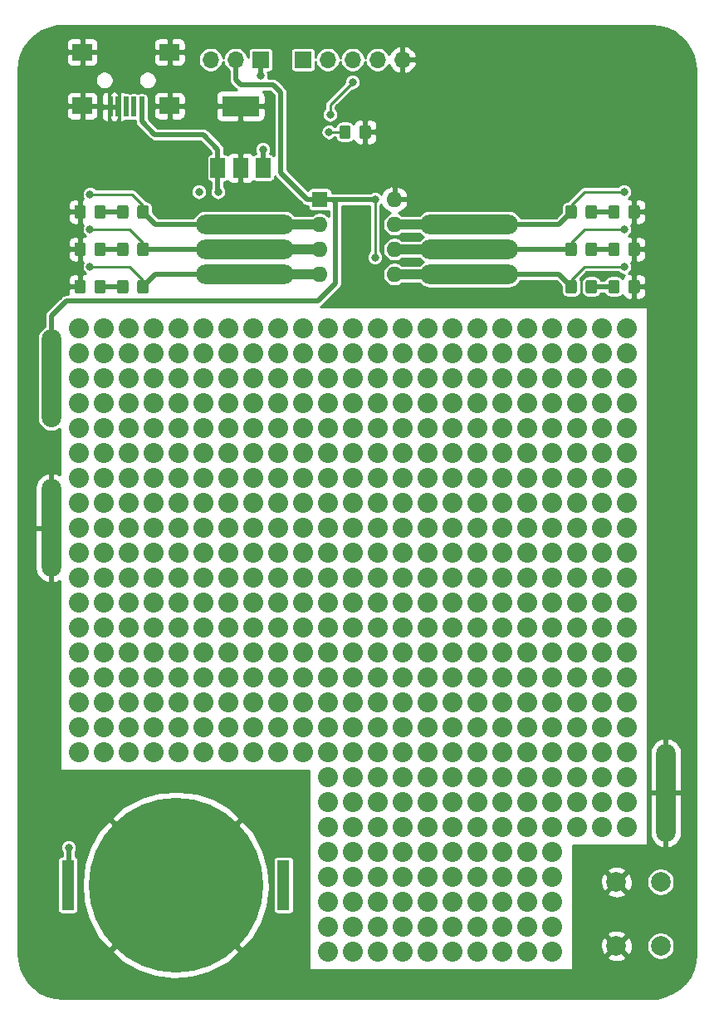
<source format=gtl>
G04 #@! TF.GenerationSoftware,KiCad,Pcbnew,(5.1.5)-2*
G04 #@! TF.CreationDate,2020-05-30T20:26:40+02:00*
G04 #@! TF.ProjectId,PIC12_BOARD_REV2,50494331-325f-4424-9f41-52445f524556,rev?*
G04 #@! TF.SameCoordinates,Original*
G04 #@! TF.FileFunction,Copper,L1,Top*
G04 #@! TF.FilePolarity,Positive*
%FSLAX46Y46*%
G04 Gerber Fmt 4.6, Leading zero omitted, Abs format (unit mm)*
G04 Created by KiCad (PCBNEW (5.1.5)-2) date 2020-05-30 20:26:40*
%MOMM*%
%LPD*%
G04 APERTURE LIST*
%ADD10O,2.000000X10.000000*%
%ADD11O,1.700000X1.700000*%
%ADD12R,1.700000X1.700000*%
%ADD13C,2.032000*%
%ADD14R,1.270000X5.080000*%
%ADD15C,17.800000*%
%ADD16R,1.500000X2.000000*%
%ADD17R,3.800000X2.000000*%
%ADD18R,2.000000X1.700000*%
%ADD19R,0.500000X2.000000*%
%ADD20C,0.100000*%
%ADD21O,1.600000X1.600000*%
%ADD22R,1.600000X1.600000*%
%ADD23C,2.000000*%
%ADD24O,10.000000X2.000000*%
%ADD25C,0.800000*%
%ADD26C,1.000000*%
%ADD27C,0.500000*%
%ADD28C,0.250000*%
%ADD29C,0.254000*%
G04 APERTURE END LIST*
D10*
X125207000Y-97678500D03*
X125207000Y-82438500D03*
D11*
X161021000Y-49990000D03*
X158481000Y-49990000D03*
X155941000Y-49990000D03*
X153401000Y-49990000D03*
D12*
X150861000Y-49990000D03*
D13*
X183881000Y-128158500D03*
X183881000Y-125618500D03*
X183881000Y-123078500D03*
X183881000Y-115458500D03*
X183881000Y-97678500D03*
X183881000Y-102758500D03*
X183881000Y-100218500D03*
X183881000Y-95138500D03*
X183881000Y-107838500D03*
X183881000Y-90058500D03*
X183881000Y-84978500D03*
X183881000Y-110378500D03*
X183881000Y-79898500D03*
X183881000Y-105298500D03*
X183881000Y-112918500D03*
X183881000Y-92598500D03*
X183881000Y-82438500D03*
X183881000Y-87518500D03*
X183881000Y-120538500D03*
X183881000Y-117998500D03*
X183881000Y-77358500D03*
X181341000Y-128158500D03*
X178801000Y-128158500D03*
X181341000Y-125618500D03*
X178801000Y-125618500D03*
X181341000Y-123078500D03*
X178801000Y-123078500D03*
X171181000Y-135778500D03*
X171181000Y-133238500D03*
X176261000Y-135778500D03*
X168641000Y-135778500D03*
X173721000Y-133238500D03*
X173721000Y-135778500D03*
X176261000Y-133238500D03*
X168641000Y-133238500D03*
X166101000Y-135778500D03*
X161021000Y-133238500D03*
X161021000Y-135778500D03*
X163561000Y-135778500D03*
X163561000Y-133238500D03*
X158481000Y-135778500D03*
X166101000Y-133238500D03*
X158481000Y-133238500D03*
X153401000Y-135778500D03*
X155941000Y-133238500D03*
X155941000Y-135778500D03*
X153401000Y-133238500D03*
X171181000Y-138318500D03*
X176261000Y-140858500D03*
X173721000Y-138318500D03*
X176261000Y-138318500D03*
X168641000Y-138318500D03*
X161021000Y-138318500D03*
X161021000Y-140858500D03*
X158481000Y-140858500D03*
X163561000Y-140858500D03*
X155941000Y-140858500D03*
X153401000Y-138318500D03*
X163561000Y-138318500D03*
X166101000Y-138318500D03*
X171181000Y-140858500D03*
X158481000Y-138318500D03*
X168641000Y-140858500D03*
X173721000Y-140858500D03*
X166101000Y-140858500D03*
X153401000Y-140858500D03*
X155941000Y-138318500D03*
X171181000Y-125618500D03*
X171181000Y-123078500D03*
X176261000Y-125618500D03*
X168641000Y-125618500D03*
X173721000Y-123078500D03*
X173721000Y-125618500D03*
X176261000Y-123078500D03*
X168641000Y-123078500D03*
X166101000Y-125618500D03*
X161021000Y-123078500D03*
X161021000Y-125618500D03*
X163561000Y-125618500D03*
X163561000Y-123078500D03*
X158481000Y-125618500D03*
X166101000Y-123078500D03*
X158481000Y-123078500D03*
X153401000Y-125618500D03*
X155941000Y-123078500D03*
X155941000Y-125618500D03*
X153401000Y-123078500D03*
X171181000Y-128158500D03*
X176261000Y-130698500D03*
X173721000Y-128158500D03*
X176261000Y-128158500D03*
X168641000Y-128158500D03*
X161021000Y-128158500D03*
X161021000Y-130698500D03*
X158481000Y-130698500D03*
X163561000Y-130698500D03*
X155941000Y-130698500D03*
X153401000Y-128158500D03*
X163561000Y-128158500D03*
X166101000Y-128158500D03*
X171181000Y-130698500D03*
X158481000Y-128158500D03*
X168641000Y-130698500D03*
X173721000Y-130698500D03*
X166101000Y-130698500D03*
X153401000Y-130698500D03*
X155941000Y-128158500D03*
X181341000Y-77358500D03*
X173721000Y-77358500D03*
X176261000Y-77358500D03*
X178801000Y-77358500D03*
X163561000Y-77358500D03*
X171181000Y-77358500D03*
X153401000Y-77358500D03*
X168641000Y-77358500D03*
X166101000Y-77358500D03*
X161021000Y-77358500D03*
X128001000Y-77358500D03*
X130541000Y-77358500D03*
X133081000Y-77358500D03*
X148321000Y-77358500D03*
X145781000Y-77358500D03*
X140701000Y-77358500D03*
X138161000Y-77358500D03*
X158481000Y-77358500D03*
X143241000Y-77358500D03*
X155941000Y-77358500D03*
X150861000Y-77358500D03*
X135621000Y-77358500D03*
X130541000Y-117998500D03*
X128001000Y-117998500D03*
X128001000Y-120538500D03*
X130541000Y-120538500D03*
X128001000Y-79898500D03*
X130541000Y-107838500D03*
X130541000Y-115458500D03*
X130541000Y-112918500D03*
X128001000Y-105298500D03*
X128001000Y-110378500D03*
X128001000Y-107838500D03*
X128001000Y-112918500D03*
X128001000Y-115458500D03*
X130541000Y-110378500D03*
X130541000Y-105298500D03*
X128001000Y-92598500D03*
X128001000Y-95138500D03*
X128001000Y-102758500D03*
X130541000Y-100218500D03*
X130541000Y-95138500D03*
X130541000Y-102758500D03*
X128001000Y-100218500D03*
X130541000Y-92598500D03*
X128001000Y-82438500D03*
X128001000Y-90058500D03*
X130541000Y-87518500D03*
X130541000Y-82438500D03*
X130541000Y-90058500D03*
X128001000Y-84978500D03*
X128001000Y-97678500D03*
X128001000Y-87518500D03*
X130541000Y-97678500D03*
X130541000Y-84978500D03*
X130541000Y-79898500D03*
X176261000Y-120538500D03*
X176261000Y-117998500D03*
X181341000Y-120538500D03*
X173721000Y-120538500D03*
X178801000Y-117998500D03*
X178801000Y-120538500D03*
X181341000Y-117998500D03*
X173721000Y-117998500D03*
X171181000Y-120538500D03*
X166101000Y-117998500D03*
X166101000Y-120538500D03*
X168641000Y-120538500D03*
X168641000Y-117998500D03*
X163561000Y-120538500D03*
X171181000Y-117998500D03*
X163561000Y-117998500D03*
X155941000Y-120538500D03*
X155941000Y-117998500D03*
X158481000Y-120538500D03*
X153401000Y-120538500D03*
X153401000Y-117998500D03*
X161021000Y-117998500D03*
X161021000Y-120538500D03*
X158481000Y-117998500D03*
X135621000Y-120538500D03*
X135621000Y-117998500D03*
X140701000Y-120538500D03*
X138161000Y-120538500D03*
X138161000Y-117998500D03*
X133081000Y-117998500D03*
X133081000Y-120538500D03*
X140701000Y-117998500D03*
X148321000Y-120538500D03*
X143241000Y-120538500D03*
X145781000Y-120538500D03*
X145781000Y-117998500D03*
X150861000Y-120538500D03*
X148321000Y-117998500D03*
X143241000Y-117998500D03*
X150861000Y-117998500D03*
X173721000Y-79898500D03*
X176261000Y-107838500D03*
X176261000Y-115458500D03*
X178801000Y-110378500D03*
X176261000Y-112918500D03*
X181341000Y-115458500D03*
X178801000Y-115458500D03*
X178801000Y-107838500D03*
X173721000Y-105298500D03*
X173721000Y-110378500D03*
X178801000Y-112918500D03*
X181341000Y-110378500D03*
X173721000Y-107838500D03*
X173721000Y-112918500D03*
X181341000Y-105298500D03*
X173721000Y-115458500D03*
X178801000Y-105298500D03*
X181341000Y-107838500D03*
X181341000Y-112918500D03*
X176261000Y-110378500D03*
X176261000Y-105298500D03*
X173721000Y-92598500D03*
X181341000Y-92598500D03*
X181341000Y-97678500D03*
X178801000Y-100218500D03*
X181341000Y-102758500D03*
X173721000Y-95138500D03*
X173721000Y-102758500D03*
X176261000Y-100218500D03*
X176261000Y-95138500D03*
X176261000Y-102758500D03*
X178801000Y-95138500D03*
X178801000Y-97678500D03*
X173721000Y-100218500D03*
X178801000Y-102758500D03*
X178801000Y-92598500D03*
X181341000Y-95138500D03*
X181341000Y-100218500D03*
X176261000Y-92598500D03*
X181341000Y-79898500D03*
X181341000Y-84978500D03*
X178801000Y-87518500D03*
X181341000Y-90058500D03*
X173721000Y-82438500D03*
X173721000Y-90058500D03*
X176261000Y-87518500D03*
X176261000Y-82438500D03*
X176261000Y-90058500D03*
X173721000Y-84978500D03*
X178801000Y-82438500D03*
X178801000Y-84978500D03*
X173721000Y-97678500D03*
X173721000Y-87518500D03*
X178801000Y-90058500D03*
X176261000Y-97678500D03*
X178801000Y-79898500D03*
X181341000Y-82438500D03*
X181341000Y-87518500D03*
X176261000Y-84978500D03*
X176261000Y-79898500D03*
X163561000Y-79898500D03*
X166101000Y-107838500D03*
X166101000Y-115458500D03*
X168641000Y-110378500D03*
X166101000Y-112918500D03*
X171181000Y-115458500D03*
X168641000Y-115458500D03*
X168641000Y-107838500D03*
X163561000Y-105298500D03*
X163561000Y-110378500D03*
X168641000Y-112918500D03*
X171181000Y-110378500D03*
X163561000Y-107838500D03*
X163561000Y-112918500D03*
X171181000Y-105298500D03*
X163561000Y-115458500D03*
X168641000Y-105298500D03*
X171181000Y-107838500D03*
X171181000Y-112918500D03*
X166101000Y-110378500D03*
X166101000Y-105298500D03*
X163561000Y-92598500D03*
X171181000Y-92598500D03*
X171181000Y-97678500D03*
X168641000Y-100218500D03*
X171181000Y-102758500D03*
X163561000Y-95138500D03*
X163561000Y-102758500D03*
X166101000Y-100218500D03*
X166101000Y-95138500D03*
X166101000Y-102758500D03*
X168641000Y-95138500D03*
X168641000Y-97678500D03*
X163561000Y-100218500D03*
X168641000Y-102758500D03*
X168641000Y-92598500D03*
X171181000Y-95138500D03*
X171181000Y-100218500D03*
X166101000Y-92598500D03*
X171181000Y-79898500D03*
X171181000Y-84978500D03*
X168641000Y-87518500D03*
X171181000Y-90058500D03*
X163561000Y-82438500D03*
X163561000Y-90058500D03*
X166101000Y-87518500D03*
X166101000Y-82438500D03*
X166101000Y-90058500D03*
X163561000Y-84978500D03*
X168641000Y-82438500D03*
X168641000Y-84978500D03*
X163561000Y-97678500D03*
X163561000Y-87518500D03*
X168641000Y-90058500D03*
X166101000Y-97678500D03*
X168641000Y-79898500D03*
X171181000Y-82438500D03*
X171181000Y-87518500D03*
X166101000Y-84978500D03*
X166101000Y-79898500D03*
X153401000Y-79898500D03*
X155941000Y-107838500D03*
X155941000Y-115458500D03*
X158481000Y-110378500D03*
X155941000Y-112918500D03*
X161021000Y-115458500D03*
X158481000Y-115458500D03*
X158481000Y-107838500D03*
X153401000Y-105298500D03*
X153401000Y-110378500D03*
X158481000Y-112918500D03*
X161021000Y-110378500D03*
X153401000Y-107838500D03*
X153401000Y-112918500D03*
X161021000Y-105298500D03*
X153401000Y-115458500D03*
X158481000Y-105298500D03*
X161021000Y-107838500D03*
X161021000Y-112918500D03*
X155941000Y-110378500D03*
X155941000Y-105298500D03*
X153401000Y-92598500D03*
X161021000Y-92598500D03*
X161021000Y-97678500D03*
X158481000Y-100218500D03*
X161021000Y-102758500D03*
X153401000Y-95138500D03*
X153401000Y-102758500D03*
X155941000Y-100218500D03*
X155941000Y-95138500D03*
X155941000Y-102758500D03*
X158481000Y-95138500D03*
X158481000Y-97678500D03*
X153401000Y-100218500D03*
X158481000Y-102758500D03*
X158481000Y-92598500D03*
X161021000Y-95138500D03*
X161021000Y-100218500D03*
X155941000Y-92598500D03*
X161021000Y-79898500D03*
X161021000Y-84978500D03*
X158481000Y-87518500D03*
X161021000Y-90058500D03*
X153401000Y-82438500D03*
X153401000Y-90058500D03*
X155941000Y-87518500D03*
X155941000Y-82438500D03*
X155941000Y-90058500D03*
X153401000Y-84978500D03*
X158481000Y-82438500D03*
X158481000Y-84978500D03*
X153401000Y-97678500D03*
X153401000Y-87518500D03*
X158481000Y-90058500D03*
X155941000Y-97678500D03*
X158481000Y-79898500D03*
X161021000Y-82438500D03*
X161021000Y-87518500D03*
X155941000Y-84978500D03*
X155941000Y-79898500D03*
X143241000Y-79898500D03*
X145781000Y-107838500D03*
X145781000Y-115458500D03*
X148321000Y-110378500D03*
X145781000Y-112918500D03*
X150861000Y-115458500D03*
X148321000Y-115458500D03*
X148321000Y-107838500D03*
X143241000Y-105298500D03*
X143241000Y-110378500D03*
X148321000Y-112918500D03*
X150861000Y-110378500D03*
X143241000Y-107838500D03*
X143241000Y-112918500D03*
X150861000Y-105298500D03*
X143241000Y-115458500D03*
X148321000Y-105298500D03*
X150861000Y-107838500D03*
X150861000Y-112918500D03*
X145781000Y-110378500D03*
X145781000Y-105298500D03*
X143241000Y-92598500D03*
X150861000Y-92598500D03*
X150861000Y-97678500D03*
X148321000Y-100218500D03*
X150861000Y-102758500D03*
X143241000Y-95138500D03*
X143241000Y-102758500D03*
X145781000Y-100218500D03*
X145781000Y-95138500D03*
X145781000Y-102758500D03*
X148321000Y-95138500D03*
X148321000Y-97678500D03*
X143241000Y-100218500D03*
X148321000Y-102758500D03*
X148321000Y-92598500D03*
X150861000Y-95138500D03*
X150861000Y-100218500D03*
X145781000Y-92598500D03*
X150861000Y-79898500D03*
X150861000Y-84978500D03*
X148321000Y-87518500D03*
X150861000Y-90058500D03*
X143241000Y-82438500D03*
X143241000Y-90058500D03*
X145781000Y-87518500D03*
X145781000Y-82438500D03*
X145781000Y-90058500D03*
X143241000Y-84978500D03*
X148321000Y-82438500D03*
X148321000Y-84978500D03*
X143241000Y-97678500D03*
X143241000Y-87518500D03*
X148321000Y-90058500D03*
X145781000Y-97678500D03*
X148321000Y-79898500D03*
X150861000Y-82438500D03*
X150861000Y-87518500D03*
X145781000Y-84978500D03*
X145781000Y-79898500D03*
X133081000Y-105298500D03*
X140701000Y-105298500D03*
X140701000Y-110378500D03*
X138161000Y-112918500D03*
X140701000Y-115458500D03*
X133081000Y-107838500D03*
X133081000Y-115458500D03*
X135621000Y-112918500D03*
X135621000Y-107838500D03*
X135621000Y-115458500D03*
X133081000Y-110378500D03*
X138161000Y-107838500D03*
X138161000Y-110378500D03*
X133081000Y-112918500D03*
X138161000Y-115458500D03*
X138161000Y-105298500D03*
X140701000Y-107838500D03*
X140701000Y-112918500D03*
X135621000Y-110378500D03*
X135621000Y-105298500D03*
X133081000Y-92598500D03*
X140701000Y-92598500D03*
X140701000Y-97678500D03*
X138161000Y-100218500D03*
X140701000Y-102758500D03*
X133081000Y-95138500D03*
X133081000Y-102758500D03*
X135621000Y-100218500D03*
X135621000Y-95138500D03*
X135621000Y-102758500D03*
X133081000Y-97678500D03*
X138161000Y-95138500D03*
X138161000Y-97678500D03*
X133081000Y-100218500D03*
X138161000Y-102758500D03*
X138161000Y-92598500D03*
X140701000Y-95138500D03*
X140701000Y-100218500D03*
X135621000Y-97678500D03*
X135621000Y-92598500D03*
X138161000Y-79898500D03*
X140701000Y-79898500D03*
X138161000Y-82438500D03*
X140701000Y-82438500D03*
X138161000Y-84978500D03*
X140701000Y-84978500D03*
X138161000Y-87518500D03*
X140701000Y-87518500D03*
X138161000Y-90058500D03*
X140701000Y-90058500D03*
X133081000Y-90058500D03*
X135621000Y-90058500D03*
X133081000Y-87518500D03*
X135621000Y-87518500D03*
X133081000Y-84978500D03*
X135621000Y-84978500D03*
X133081000Y-82438500D03*
X135621000Y-82438500D03*
X135621000Y-79898500D03*
X133081000Y-79898500D03*
D14*
X148892000Y-134064000D03*
X126922000Y-134064000D03*
D15*
X137907000Y-134064000D03*
D11*
X141463000Y-49990000D03*
X144003000Y-49990000D03*
D12*
X146543000Y-49990000D03*
D16*
X142211000Y-61014000D03*
X146811000Y-61014000D03*
X144511000Y-61014000D03*
D17*
X144511000Y-54714000D03*
D18*
X128377000Y-49229000D03*
X128377000Y-54679000D03*
X137277000Y-49229000D03*
X137277000Y-54679000D03*
D19*
X131227000Y-54779000D03*
X132027000Y-54779000D03*
X132827000Y-54779000D03*
X133627000Y-54779000D03*
X134427000Y-54779000D03*
D10*
X187883000Y-124683000D03*
G04 #@! TA.AperFunction,SMDPad,CuDef*
D20*
G36*
X130541505Y-64785204D02*
G01*
X130565773Y-64788804D01*
X130589572Y-64794765D01*
X130612671Y-64803030D01*
X130634850Y-64813520D01*
X130655893Y-64826132D01*
X130675599Y-64840747D01*
X130693777Y-64857223D01*
X130710253Y-64875401D01*
X130724868Y-64895107D01*
X130737480Y-64916150D01*
X130747970Y-64938329D01*
X130756235Y-64961428D01*
X130762196Y-64985227D01*
X130765796Y-65009495D01*
X130767000Y-65033999D01*
X130767000Y-65934001D01*
X130765796Y-65958505D01*
X130762196Y-65982773D01*
X130756235Y-66006572D01*
X130747970Y-66029671D01*
X130737480Y-66051850D01*
X130724868Y-66072893D01*
X130710253Y-66092599D01*
X130693777Y-66110777D01*
X130675599Y-66127253D01*
X130655893Y-66141868D01*
X130634850Y-66154480D01*
X130612671Y-66164970D01*
X130589572Y-66173235D01*
X130565773Y-66179196D01*
X130541505Y-66182796D01*
X130517001Y-66184000D01*
X129866999Y-66184000D01*
X129842495Y-66182796D01*
X129818227Y-66179196D01*
X129794428Y-66173235D01*
X129771329Y-66164970D01*
X129749150Y-66154480D01*
X129728107Y-66141868D01*
X129708401Y-66127253D01*
X129690223Y-66110777D01*
X129673747Y-66092599D01*
X129659132Y-66072893D01*
X129646520Y-66051850D01*
X129636030Y-66029671D01*
X129627765Y-66006572D01*
X129621804Y-65982773D01*
X129618204Y-65958505D01*
X129617000Y-65934001D01*
X129617000Y-65033999D01*
X129618204Y-65009495D01*
X129621804Y-64985227D01*
X129627765Y-64961428D01*
X129636030Y-64938329D01*
X129646520Y-64916150D01*
X129659132Y-64895107D01*
X129673747Y-64875401D01*
X129690223Y-64857223D01*
X129708401Y-64840747D01*
X129728107Y-64826132D01*
X129749150Y-64813520D01*
X129771329Y-64803030D01*
X129794428Y-64794765D01*
X129818227Y-64788804D01*
X129842495Y-64785204D01*
X129866999Y-64784000D01*
X130517001Y-64784000D01*
X130541505Y-64785204D01*
G37*
G04 #@! TD.AperFunction*
G04 #@! TA.AperFunction,SMDPad,CuDef*
G36*
X128491505Y-64785204D02*
G01*
X128515773Y-64788804D01*
X128539572Y-64794765D01*
X128562671Y-64803030D01*
X128584850Y-64813520D01*
X128605893Y-64826132D01*
X128625599Y-64840747D01*
X128643777Y-64857223D01*
X128660253Y-64875401D01*
X128674868Y-64895107D01*
X128687480Y-64916150D01*
X128697970Y-64938329D01*
X128706235Y-64961428D01*
X128712196Y-64985227D01*
X128715796Y-65009495D01*
X128717000Y-65033999D01*
X128717000Y-65934001D01*
X128715796Y-65958505D01*
X128712196Y-65982773D01*
X128706235Y-66006572D01*
X128697970Y-66029671D01*
X128687480Y-66051850D01*
X128674868Y-66072893D01*
X128660253Y-66092599D01*
X128643777Y-66110777D01*
X128625599Y-66127253D01*
X128605893Y-66141868D01*
X128584850Y-66154480D01*
X128562671Y-66164970D01*
X128539572Y-66173235D01*
X128515773Y-66179196D01*
X128491505Y-66182796D01*
X128467001Y-66184000D01*
X127816999Y-66184000D01*
X127792495Y-66182796D01*
X127768227Y-66179196D01*
X127744428Y-66173235D01*
X127721329Y-66164970D01*
X127699150Y-66154480D01*
X127678107Y-66141868D01*
X127658401Y-66127253D01*
X127640223Y-66110777D01*
X127623747Y-66092599D01*
X127609132Y-66072893D01*
X127596520Y-66051850D01*
X127586030Y-66029671D01*
X127577765Y-66006572D01*
X127571804Y-65982773D01*
X127568204Y-65958505D01*
X127567000Y-65934001D01*
X127567000Y-65033999D01*
X127568204Y-65009495D01*
X127571804Y-64985227D01*
X127577765Y-64961428D01*
X127586030Y-64938329D01*
X127596520Y-64916150D01*
X127609132Y-64895107D01*
X127623747Y-64875401D01*
X127640223Y-64857223D01*
X127658401Y-64840747D01*
X127678107Y-64826132D01*
X127699150Y-64813520D01*
X127721329Y-64803030D01*
X127744428Y-64794765D01*
X127768227Y-64788804D01*
X127792495Y-64785204D01*
X127816999Y-64784000D01*
X128467001Y-64784000D01*
X128491505Y-64785204D01*
G37*
G04 #@! TD.AperFunction*
G04 #@! TA.AperFunction,SMDPad,CuDef*
G36*
X130541505Y-68600204D02*
G01*
X130565773Y-68603804D01*
X130589572Y-68609765D01*
X130612671Y-68618030D01*
X130634850Y-68628520D01*
X130655893Y-68641132D01*
X130675599Y-68655747D01*
X130693777Y-68672223D01*
X130710253Y-68690401D01*
X130724868Y-68710107D01*
X130737480Y-68731150D01*
X130747970Y-68753329D01*
X130756235Y-68776428D01*
X130762196Y-68800227D01*
X130765796Y-68824495D01*
X130767000Y-68848999D01*
X130767000Y-69749001D01*
X130765796Y-69773505D01*
X130762196Y-69797773D01*
X130756235Y-69821572D01*
X130747970Y-69844671D01*
X130737480Y-69866850D01*
X130724868Y-69887893D01*
X130710253Y-69907599D01*
X130693777Y-69925777D01*
X130675599Y-69942253D01*
X130655893Y-69956868D01*
X130634850Y-69969480D01*
X130612671Y-69979970D01*
X130589572Y-69988235D01*
X130565773Y-69994196D01*
X130541505Y-69997796D01*
X130517001Y-69999000D01*
X129866999Y-69999000D01*
X129842495Y-69997796D01*
X129818227Y-69994196D01*
X129794428Y-69988235D01*
X129771329Y-69979970D01*
X129749150Y-69969480D01*
X129728107Y-69956868D01*
X129708401Y-69942253D01*
X129690223Y-69925777D01*
X129673747Y-69907599D01*
X129659132Y-69887893D01*
X129646520Y-69866850D01*
X129636030Y-69844671D01*
X129627765Y-69821572D01*
X129621804Y-69797773D01*
X129618204Y-69773505D01*
X129617000Y-69749001D01*
X129617000Y-68848999D01*
X129618204Y-68824495D01*
X129621804Y-68800227D01*
X129627765Y-68776428D01*
X129636030Y-68753329D01*
X129646520Y-68731150D01*
X129659132Y-68710107D01*
X129673747Y-68690401D01*
X129690223Y-68672223D01*
X129708401Y-68655747D01*
X129728107Y-68641132D01*
X129749150Y-68628520D01*
X129771329Y-68618030D01*
X129794428Y-68609765D01*
X129818227Y-68603804D01*
X129842495Y-68600204D01*
X129866999Y-68599000D01*
X130517001Y-68599000D01*
X130541505Y-68600204D01*
G37*
G04 #@! TD.AperFunction*
G04 #@! TA.AperFunction,SMDPad,CuDef*
G36*
X128491505Y-68600204D02*
G01*
X128515773Y-68603804D01*
X128539572Y-68609765D01*
X128562671Y-68618030D01*
X128584850Y-68628520D01*
X128605893Y-68641132D01*
X128625599Y-68655747D01*
X128643777Y-68672223D01*
X128660253Y-68690401D01*
X128674868Y-68710107D01*
X128687480Y-68731150D01*
X128697970Y-68753329D01*
X128706235Y-68776428D01*
X128712196Y-68800227D01*
X128715796Y-68824495D01*
X128717000Y-68848999D01*
X128717000Y-69749001D01*
X128715796Y-69773505D01*
X128712196Y-69797773D01*
X128706235Y-69821572D01*
X128697970Y-69844671D01*
X128687480Y-69866850D01*
X128674868Y-69887893D01*
X128660253Y-69907599D01*
X128643777Y-69925777D01*
X128625599Y-69942253D01*
X128605893Y-69956868D01*
X128584850Y-69969480D01*
X128562671Y-69979970D01*
X128539572Y-69988235D01*
X128515773Y-69994196D01*
X128491505Y-69997796D01*
X128467001Y-69999000D01*
X127816999Y-69999000D01*
X127792495Y-69997796D01*
X127768227Y-69994196D01*
X127744428Y-69988235D01*
X127721329Y-69979970D01*
X127699150Y-69969480D01*
X127678107Y-69956868D01*
X127658401Y-69942253D01*
X127640223Y-69925777D01*
X127623747Y-69907599D01*
X127609132Y-69887893D01*
X127596520Y-69866850D01*
X127586030Y-69844671D01*
X127577765Y-69821572D01*
X127571804Y-69797773D01*
X127568204Y-69773505D01*
X127567000Y-69749001D01*
X127567000Y-68848999D01*
X127568204Y-68824495D01*
X127571804Y-68800227D01*
X127577765Y-68776428D01*
X127586030Y-68753329D01*
X127596520Y-68731150D01*
X127609132Y-68710107D01*
X127623747Y-68690401D01*
X127640223Y-68672223D01*
X127658401Y-68655747D01*
X127678107Y-68641132D01*
X127699150Y-68628520D01*
X127721329Y-68618030D01*
X127744428Y-68609765D01*
X127768227Y-68603804D01*
X127792495Y-68600204D01*
X127816999Y-68599000D01*
X128467001Y-68599000D01*
X128491505Y-68600204D01*
G37*
G04 #@! TD.AperFunction*
G04 #@! TA.AperFunction,SMDPad,CuDef*
G36*
X130541505Y-72405204D02*
G01*
X130565773Y-72408804D01*
X130589572Y-72414765D01*
X130612671Y-72423030D01*
X130634850Y-72433520D01*
X130655893Y-72446132D01*
X130675599Y-72460747D01*
X130693777Y-72477223D01*
X130710253Y-72495401D01*
X130724868Y-72515107D01*
X130737480Y-72536150D01*
X130747970Y-72558329D01*
X130756235Y-72581428D01*
X130762196Y-72605227D01*
X130765796Y-72629495D01*
X130767000Y-72653999D01*
X130767000Y-73554001D01*
X130765796Y-73578505D01*
X130762196Y-73602773D01*
X130756235Y-73626572D01*
X130747970Y-73649671D01*
X130737480Y-73671850D01*
X130724868Y-73692893D01*
X130710253Y-73712599D01*
X130693777Y-73730777D01*
X130675599Y-73747253D01*
X130655893Y-73761868D01*
X130634850Y-73774480D01*
X130612671Y-73784970D01*
X130589572Y-73793235D01*
X130565773Y-73799196D01*
X130541505Y-73802796D01*
X130517001Y-73804000D01*
X129866999Y-73804000D01*
X129842495Y-73802796D01*
X129818227Y-73799196D01*
X129794428Y-73793235D01*
X129771329Y-73784970D01*
X129749150Y-73774480D01*
X129728107Y-73761868D01*
X129708401Y-73747253D01*
X129690223Y-73730777D01*
X129673747Y-73712599D01*
X129659132Y-73692893D01*
X129646520Y-73671850D01*
X129636030Y-73649671D01*
X129627765Y-73626572D01*
X129621804Y-73602773D01*
X129618204Y-73578505D01*
X129617000Y-73554001D01*
X129617000Y-72653999D01*
X129618204Y-72629495D01*
X129621804Y-72605227D01*
X129627765Y-72581428D01*
X129636030Y-72558329D01*
X129646520Y-72536150D01*
X129659132Y-72515107D01*
X129673747Y-72495401D01*
X129690223Y-72477223D01*
X129708401Y-72460747D01*
X129728107Y-72446132D01*
X129749150Y-72433520D01*
X129771329Y-72423030D01*
X129794428Y-72414765D01*
X129818227Y-72408804D01*
X129842495Y-72405204D01*
X129866999Y-72404000D01*
X130517001Y-72404000D01*
X130541505Y-72405204D01*
G37*
G04 #@! TD.AperFunction*
G04 #@! TA.AperFunction,SMDPad,CuDef*
G36*
X128491505Y-72405204D02*
G01*
X128515773Y-72408804D01*
X128539572Y-72414765D01*
X128562671Y-72423030D01*
X128584850Y-72433520D01*
X128605893Y-72446132D01*
X128625599Y-72460747D01*
X128643777Y-72477223D01*
X128660253Y-72495401D01*
X128674868Y-72515107D01*
X128687480Y-72536150D01*
X128697970Y-72558329D01*
X128706235Y-72581428D01*
X128712196Y-72605227D01*
X128715796Y-72629495D01*
X128717000Y-72653999D01*
X128717000Y-73554001D01*
X128715796Y-73578505D01*
X128712196Y-73602773D01*
X128706235Y-73626572D01*
X128697970Y-73649671D01*
X128687480Y-73671850D01*
X128674868Y-73692893D01*
X128660253Y-73712599D01*
X128643777Y-73730777D01*
X128625599Y-73747253D01*
X128605893Y-73761868D01*
X128584850Y-73774480D01*
X128562671Y-73784970D01*
X128539572Y-73793235D01*
X128515773Y-73799196D01*
X128491505Y-73802796D01*
X128467001Y-73804000D01*
X127816999Y-73804000D01*
X127792495Y-73802796D01*
X127768227Y-73799196D01*
X127744428Y-73793235D01*
X127721329Y-73784970D01*
X127699150Y-73774480D01*
X127678107Y-73761868D01*
X127658401Y-73747253D01*
X127640223Y-73730777D01*
X127623747Y-73712599D01*
X127609132Y-73692893D01*
X127596520Y-73671850D01*
X127586030Y-73649671D01*
X127577765Y-73626572D01*
X127571804Y-73602773D01*
X127568204Y-73578505D01*
X127567000Y-73554001D01*
X127567000Y-72653999D01*
X127568204Y-72629495D01*
X127571804Y-72605227D01*
X127577765Y-72581428D01*
X127586030Y-72558329D01*
X127596520Y-72536150D01*
X127609132Y-72515107D01*
X127623747Y-72495401D01*
X127640223Y-72477223D01*
X127658401Y-72460747D01*
X127678107Y-72446132D01*
X127699150Y-72433520D01*
X127721329Y-72423030D01*
X127744428Y-72414765D01*
X127768227Y-72408804D01*
X127792495Y-72405204D01*
X127816999Y-72404000D01*
X128467001Y-72404000D01*
X128491505Y-72405204D01*
G37*
G04 #@! TD.AperFunction*
G04 #@! TA.AperFunction,SMDPad,CuDef*
G36*
X182951505Y-72405204D02*
G01*
X182975773Y-72408804D01*
X182999572Y-72414765D01*
X183022671Y-72423030D01*
X183044850Y-72433520D01*
X183065893Y-72446132D01*
X183085599Y-72460747D01*
X183103777Y-72477223D01*
X183120253Y-72495401D01*
X183134868Y-72515107D01*
X183147480Y-72536150D01*
X183157970Y-72558329D01*
X183166235Y-72581428D01*
X183172196Y-72605227D01*
X183175796Y-72629495D01*
X183177000Y-72653999D01*
X183177000Y-73554001D01*
X183175796Y-73578505D01*
X183172196Y-73602773D01*
X183166235Y-73626572D01*
X183157970Y-73649671D01*
X183147480Y-73671850D01*
X183134868Y-73692893D01*
X183120253Y-73712599D01*
X183103777Y-73730777D01*
X183085599Y-73747253D01*
X183065893Y-73761868D01*
X183044850Y-73774480D01*
X183022671Y-73784970D01*
X182999572Y-73793235D01*
X182975773Y-73799196D01*
X182951505Y-73802796D01*
X182927001Y-73804000D01*
X182276999Y-73804000D01*
X182252495Y-73802796D01*
X182228227Y-73799196D01*
X182204428Y-73793235D01*
X182181329Y-73784970D01*
X182159150Y-73774480D01*
X182138107Y-73761868D01*
X182118401Y-73747253D01*
X182100223Y-73730777D01*
X182083747Y-73712599D01*
X182069132Y-73692893D01*
X182056520Y-73671850D01*
X182046030Y-73649671D01*
X182037765Y-73626572D01*
X182031804Y-73602773D01*
X182028204Y-73578505D01*
X182027000Y-73554001D01*
X182027000Y-72653999D01*
X182028204Y-72629495D01*
X182031804Y-72605227D01*
X182037765Y-72581428D01*
X182046030Y-72558329D01*
X182056520Y-72536150D01*
X182069132Y-72515107D01*
X182083747Y-72495401D01*
X182100223Y-72477223D01*
X182118401Y-72460747D01*
X182138107Y-72446132D01*
X182159150Y-72433520D01*
X182181329Y-72423030D01*
X182204428Y-72414765D01*
X182228227Y-72408804D01*
X182252495Y-72405204D01*
X182276999Y-72404000D01*
X182927001Y-72404000D01*
X182951505Y-72405204D01*
G37*
G04 #@! TD.AperFunction*
G04 #@! TA.AperFunction,SMDPad,CuDef*
G36*
X185001505Y-72405204D02*
G01*
X185025773Y-72408804D01*
X185049572Y-72414765D01*
X185072671Y-72423030D01*
X185094850Y-72433520D01*
X185115893Y-72446132D01*
X185135599Y-72460747D01*
X185153777Y-72477223D01*
X185170253Y-72495401D01*
X185184868Y-72515107D01*
X185197480Y-72536150D01*
X185207970Y-72558329D01*
X185216235Y-72581428D01*
X185222196Y-72605227D01*
X185225796Y-72629495D01*
X185227000Y-72653999D01*
X185227000Y-73554001D01*
X185225796Y-73578505D01*
X185222196Y-73602773D01*
X185216235Y-73626572D01*
X185207970Y-73649671D01*
X185197480Y-73671850D01*
X185184868Y-73692893D01*
X185170253Y-73712599D01*
X185153777Y-73730777D01*
X185135599Y-73747253D01*
X185115893Y-73761868D01*
X185094850Y-73774480D01*
X185072671Y-73784970D01*
X185049572Y-73793235D01*
X185025773Y-73799196D01*
X185001505Y-73802796D01*
X184977001Y-73804000D01*
X184326999Y-73804000D01*
X184302495Y-73802796D01*
X184278227Y-73799196D01*
X184254428Y-73793235D01*
X184231329Y-73784970D01*
X184209150Y-73774480D01*
X184188107Y-73761868D01*
X184168401Y-73747253D01*
X184150223Y-73730777D01*
X184133747Y-73712599D01*
X184119132Y-73692893D01*
X184106520Y-73671850D01*
X184096030Y-73649671D01*
X184087765Y-73626572D01*
X184081804Y-73602773D01*
X184078204Y-73578505D01*
X184077000Y-73554001D01*
X184077000Y-72653999D01*
X184078204Y-72629495D01*
X184081804Y-72605227D01*
X184087765Y-72581428D01*
X184096030Y-72558329D01*
X184106520Y-72536150D01*
X184119132Y-72515107D01*
X184133747Y-72495401D01*
X184150223Y-72477223D01*
X184168401Y-72460747D01*
X184188107Y-72446132D01*
X184209150Y-72433520D01*
X184231329Y-72423030D01*
X184254428Y-72414765D01*
X184278227Y-72408804D01*
X184302495Y-72405204D01*
X184326999Y-72404000D01*
X184977001Y-72404000D01*
X185001505Y-72405204D01*
G37*
G04 #@! TD.AperFunction*
G04 #@! TA.AperFunction,SMDPad,CuDef*
G36*
X182951505Y-68595204D02*
G01*
X182975773Y-68598804D01*
X182999572Y-68604765D01*
X183022671Y-68613030D01*
X183044850Y-68623520D01*
X183065893Y-68636132D01*
X183085599Y-68650747D01*
X183103777Y-68667223D01*
X183120253Y-68685401D01*
X183134868Y-68705107D01*
X183147480Y-68726150D01*
X183157970Y-68748329D01*
X183166235Y-68771428D01*
X183172196Y-68795227D01*
X183175796Y-68819495D01*
X183177000Y-68843999D01*
X183177000Y-69744001D01*
X183175796Y-69768505D01*
X183172196Y-69792773D01*
X183166235Y-69816572D01*
X183157970Y-69839671D01*
X183147480Y-69861850D01*
X183134868Y-69882893D01*
X183120253Y-69902599D01*
X183103777Y-69920777D01*
X183085599Y-69937253D01*
X183065893Y-69951868D01*
X183044850Y-69964480D01*
X183022671Y-69974970D01*
X182999572Y-69983235D01*
X182975773Y-69989196D01*
X182951505Y-69992796D01*
X182927001Y-69994000D01*
X182276999Y-69994000D01*
X182252495Y-69992796D01*
X182228227Y-69989196D01*
X182204428Y-69983235D01*
X182181329Y-69974970D01*
X182159150Y-69964480D01*
X182138107Y-69951868D01*
X182118401Y-69937253D01*
X182100223Y-69920777D01*
X182083747Y-69902599D01*
X182069132Y-69882893D01*
X182056520Y-69861850D01*
X182046030Y-69839671D01*
X182037765Y-69816572D01*
X182031804Y-69792773D01*
X182028204Y-69768505D01*
X182027000Y-69744001D01*
X182027000Y-68843999D01*
X182028204Y-68819495D01*
X182031804Y-68795227D01*
X182037765Y-68771428D01*
X182046030Y-68748329D01*
X182056520Y-68726150D01*
X182069132Y-68705107D01*
X182083747Y-68685401D01*
X182100223Y-68667223D01*
X182118401Y-68650747D01*
X182138107Y-68636132D01*
X182159150Y-68623520D01*
X182181329Y-68613030D01*
X182204428Y-68604765D01*
X182228227Y-68598804D01*
X182252495Y-68595204D01*
X182276999Y-68594000D01*
X182927001Y-68594000D01*
X182951505Y-68595204D01*
G37*
G04 #@! TD.AperFunction*
G04 #@! TA.AperFunction,SMDPad,CuDef*
G36*
X185001505Y-68595204D02*
G01*
X185025773Y-68598804D01*
X185049572Y-68604765D01*
X185072671Y-68613030D01*
X185094850Y-68623520D01*
X185115893Y-68636132D01*
X185135599Y-68650747D01*
X185153777Y-68667223D01*
X185170253Y-68685401D01*
X185184868Y-68705107D01*
X185197480Y-68726150D01*
X185207970Y-68748329D01*
X185216235Y-68771428D01*
X185222196Y-68795227D01*
X185225796Y-68819495D01*
X185227000Y-68843999D01*
X185227000Y-69744001D01*
X185225796Y-69768505D01*
X185222196Y-69792773D01*
X185216235Y-69816572D01*
X185207970Y-69839671D01*
X185197480Y-69861850D01*
X185184868Y-69882893D01*
X185170253Y-69902599D01*
X185153777Y-69920777D01*
X185135599Y-69937253D01*
X185115893Y-69951868D01*
X185094850Y-69964480D01*
X185072671Y-69974970D01*
X185049572Y-69983235D01*
X185025773Y-69989196D01*
X185001505Y-69992796D01*
X184977001Y-69994000D01*
X184326999Y-69994000D01*
X184302495Y-69992796D01*
X184278227Y-69989196D01*
X184254428Y-69983235D01*
X184231329Y-69974970D01*
X184209150Y-69964480D01*
X184188107Y-69951868D01*
X184168401Y-69937253D01*
X184150223Y-69920777D01*
X184133747Y-69902599D01*
X184119132Y-69882893D01*
X184106520Y-69861850D01*
X184096030Y-69839671D01*
X184087765Y-69816572D01*
X184081804Y-69792773D01*
X184078204Y-69768505D01*
X184077000Y-69744001D01*
X184077000Y-68843999D01*
X184078204Y-68819495D01*
X184081804Y-68795227D01*
X184087765Y-68771428D01*
X184096030Y-68748329D01*
X184106520Y-68726150D01*
X184119132Y-68705107D01*
X184133747Y-68685401D01*
X184150223Y-68667223D01*
X184168401Y-68650747D01*
X184188107Y-68636132D01*
X184209150Y-68623520D01*
X184231329Y-68613030D01*
X184254428Y-68604765D01*
X184278227Y-68598804D01*
X184302495Y-68595204D01*
X184326999Y-68594000D01*
X184977001Y-68594000D01*
X185001505Y-68595204D01*
G37*
G04 #@! TD.AperFunction*
G04 #@! TA.AperFunction,SMDPad,CuDef*
G36*
X182951505Y-64785204D02*
G01*
X182975773Y-64788804D01*
X182999572Y-64794765D01*
X183022671Y-64803030D01*
X183044850Y-64813520D01*
X183065893Y-64826132D01*
X183085599Y-64840747D01*
X183103777Y-64857223D01*
X183120253Y-64875401D01*
X183134868Y-64895107D01*
X183147480Y-64916150D01*
X183157970Y-64938329D01*
X183166235Y-64961428D01*
X183172196Y-64985227D01*
X183175796Y-65009495D01*
X183177000Y-65033999D01*
X183177000Y-65934001D01*
X183175796Y-65958505D01*
X183172196Y-65982773D01*
X183166235Y-66006572D01*
X183157970Y-66029671D01*
X183147480Y-66051850D01*
X183134868Y-66072893D01*
X183120253Y-66092599D01*
X183103777Y-66110777D01*
X183085599Y-66127253D01*
X183065893Y-66141868D01*
X183044850Y-66154480D01*
X183022671Y-66164970D01*
X182999572Y-66173235D01*
X182975773Y-66179196D01*
X182951505Y-66182796D01*
X182927001Y-66184000D01*
X182276999Y-66184000D01*
X182252495Y-66182796D01*
X182228227Y-66179196D01*
X182204428Y-66173235D01*
X182181329Y-66164970D01*
X182159150Y-66154480D01*
X182138107Y-66141868D01*
X182118401Y-66127253D01*
X182100223Y-66110777D01*
X182083747Y-66092599D01*
X182069132Y-66072893D01*
X182056520Y-66051850D01*
X182046030Y-66029671D01*
X182037765Y-66006572D01*
X182031804Y-65982773D01*
X182028204Y-65958505D01*
X182027000Y-65934001D01*
X182027000Y-65033999D01*
X182028204Y-65009495D01*
X182031804Y-64985227D01*
X182037765Y-64961428D01*
X182046030Y-64938329D01*
X182056520Y-64916150D01*
X182069132Y-64895107D01*
X182083747Y-64875401D01*
X182100223Y-64857223D01*
X182118401Y-64840747D01*
X182138107Y-64826132D01*
X182159150Y-64813520D01*
X182181329Y-64803030D01*
X182204428Y-64794765D01*
X182228227Y-64788804D01*
X182252495Y-64785204D01*
X182276999Y-64784000D01*
X182927001Y-64784000D01*
X182951505Y-64785204D01*
G37*
G04 #@! TD.AperFunction*
G04 #@! TA.AperFunction,SMDPad,CuDef*
G36*
X185001505Y-64785204D02*
G01*
X185025773Y-64788804D01*
X185049572Y-64794765D01*
X185072671Y-64803030D01*
X185094850Y-64813520D01*
X185115893Y-64826132D01*
X185135599Y-64840747D01*
X185153777Y-64857223D01*
X185170253Y-64875401D01*
X185184868Y-64895107D01*
X185197480Y-64916150D01*
X185207970Y-64938329D01*
X185216235Y-64961428D01*
X185222196Y-64985227D01*
X185225796Y-65009495D01*
X185227000Y-65033999D01*
X185227000Y-65934001D01*
X185225796Y-65958505D01*
X185222196Y-65982773D01*
X185216235Y-66006572D01*
X185207970Y-66029671D01*
X185197480Y-66051850D01*
X185184868Y-66072893D01*
X185170253Y-66092599D01*
X185153777Y-66110777D01*
X185135599Y-66127253D01*
X185115893Y-66141868D01*
X185094850Y-66154480D01*
X185072671Y-66164970D01*
X185049572Y-66173235D01*
X185025773Y-66179196D01*
X185001505Y-66182796D01*
X184977001Y-66184000D01*
X184326999Y-66184000D01*
X184302495Y-66182796D01*
X184278227Y-66179196D01*
X184254428Y-66173235D01*
X184231329Y-66164970D01*
X184209150Y-66154480D01*
X184188107Y-66141868D01*
X184168401Y-66127253D01*
X184150223Y-66110777D01*
X184133747Y-66092599D01*
X184119132Y-66072893D01*
X184106520Y-66051850D01*
X184096030Y-66029671D01*
X184087765Y-66006572D01*
X184081804Y-65982773D01*
X184078204Y-65958505D01*
X184077000Y-65934001D01*
X184077000Y-65033999D01*
X184078204Y-65009495D01*
X184081804Y-64985227D01*
X184087765Y-64961428D01*
X184096030Y-64938329D01*
X184106520Y-64916150D01*
X184119132Y-64895107D01*
X184133747Y-64875401D01*
X184150223Y-64857223D01*
X184168401Y-64840747D01*
X184188107Y-64826132D01*
X184209150Y-64813520D01*
X184231329Y-64803030D01*
X184254428Y-64794765D01*
X184278227Y-64788804D01*
X184302495Y-64785204D01*
X184326999Y-64784000D01*
X184977001Y-64784000D01*
X185001505Y-64785204D01*
G37*
G04 #@! TD.AperFunction*
G04 #@! TA.AperFunction,SMDPad,CuDef*
G36*
X134911505Y-64785204D02*
G01*
X134935773Y-64788804D01*
X134959572Y-64794765D01*
X134982671Y-64803030D01*
X135004850Y-64813520D01*
X135025893Y-64826132D01*
X135045599Y-64840747D01*
X135063777Y-64857223D01*
X135080253Y-64875401D01*
X135094868Y-64895107D01*
X135107480Y-64916150D01*
X135117970Y-64938329D01*
X135126235Y-64961428D01*
X135132196Y-64985227D01*
X135135796Y-65009495D01*
X135137000Y-65033999D01*
X135137000Y-65934001D01*
X135135796Y-65958505D01*
X135132196Y-65982773D01*
X135126235Y-66006572D01*
X135117970Y-66029671D01*
X135107480Y-66051850D01*
X135094868Y-66072893D01*
X135080253Y-66092599D01*
X135063777Y-66110777D01*
X135045599Y-66127253D01*
X135025893Y-66141868D01*
X135004850Y-66154480D01*
X134982671Y-66164970D01*
X134959572Y-66173235D01*
X134935773Y-66179196D01*
X134911505Y-66182796D01*
X134887001Y-66184000D01*
X134236999Y-66184000D01*
X134212495Y-66182796D01*
X134188227Y-66179196D01*
X134164428Y-66173235D01*
X134141329Y-66164970D01*
X134119150Y-66154480D01*
X134098107Y-66141868D01*
X134078401Y-66127253D01*
X134060223Y-66110777D01*
X134043747Y-66092599D01*
X134029132Y-66072893D01*
X134016520Y-66051850D01*
X134006030Y-66029671D01*
X133997765Y-66006572D01*
X133991804Y-65982773D01*
X133988204Y-65958505D01*
X133987000Y-65934001D01*
X133987000Y-65033999D01*
X133988204Y-65009495D01*
X133991804Y-64985227D01*
X133997765Y-64961428D01*
X134006030Y-64938329D01*
X134016520Y-64916150D01*
X134029132Y-64895107D01*
X134043747Y-64875401D01*
X134060223Y-64857223D01*
X134078401Y-64840747D01*
X134098107Y-64826132D01*
X134119150Y-64813520D01*
X134141329Y-64803030D01*
X134164428Y-64794765D01*
X134188227Y-64788804D01*
X134212495Y-64785204D01*
X134236999Y-64784000D01*
X134887001Y-64784000D01*
X134911505Y-64785204D01*
G37*
G04 #@! TD.AperFunction*
G04 #@! TA.AperFunction,SMDPad,CuDef*
G36*
X132861505Y-64785204D02*
G01*
X132885773Y-64788804D01*
X132909572Y-64794765D01*
X132932671Y-64803030D01*
X132954850Y-64813520D01*
X132975893Y-64826132D01*
X132995599Y-64840747D01*
X133013777Y-64857223D01*
X133030253Y-64875401D01*
X133044868Y-64895107D01*
X133057480Y-64916150D01*
X133067970Y-64938329D01*
X133076235Y-64961428D01*
X133082196Y-64985227D01*
X133085796Y-65009495D01*
X133087000Y-65033999D01*
X133087000Y-65934001D01*
X133085796Y-65958505D01*
X133082196Y-65982773D01*
X133076235Y-66006572D01*
X133067970Y-66029671D01*
X133057480Y-66051850D01*
X133044868Y-66072893D01*
X133030253Y-66092599D01*
X133013777Y-66110777D01*
X132995599Y-66127253D01*
X132975893Y-66141868D01*
X132954850Y-66154480D01*
X132932671Y-66164970D01*
X132909572Y-66173235D01*
X132885773Y-66179196D01*
X132861505Y-66182796D01*
X132837001Y-66184000D01*
X132186999Y-66184000D01*
X132162495Y-66182796D01*
X132138227Y-66179196D01*
X132114428Y-66173235D01*
X132091329Y-66164970D01*
X132069150Y-66154480D01*
X132048107Y-66141868D01*
X132028401Y-66127253D01*
X132010223Y-66110777D01*
X131993747Y-66092599D01*
X131979132Y-66072893D01*
X131966520Y-66051850D01*
X131956030Y-66029671D01*
X131947765Y-66006572D01*
X131941804Y-65982773D01*
X131938204Y-65958505D01*
X131937000Y-65934001D01*
X131937000Y-65033999D01*
X131938204Y-65009495D01*
X131941804Y-64985227D01*
X131947765Y-64961428D01*
X131956030Y-64938329D01*
X131966520Y-64916150D01*
X131979132Y-64895107D01*
X131993747Y-64875401D01*
X132010223Y-64857223D01*
X132028401Y-64840747D01*
X132048107Y-64826132D01*
X132069150Y-64813520D01*
X132091329Y-64803030D01*
X132114428Y-64794765D01*
X132138227Y-64788804D01*
X132162495Y-64785204D01*
X132186999Y-64784000D01*
X132837001Y-64784000D01*
X132861505Y-64785204D01*
G37*
G04 #@! TD.AperFunction*
G04 #@! TA.AperFunction,SMDPad,CuDef*
G36*
X134911505Y-68600204D02*
G01*
X134935773Y-68603804D01*
X134959572Y-68609765D01*
X134982671Y-68618030D01*
X135004850Y-68628520D01*
X135025893Y-68641132D01*
X135045599Y-68655747D01*
X135063777Y-68672223D01*
X135080253Y-68690401D01*
X135094868Y-68710107D01*
X135107480Y-68731150D01*
X135117970Y-68753329D01*
X135126235Y-68776428D01*
X135132196Y-68800227D01*
X135135796Y-68824495D01*
X135137000Y-68848999D01*
X135137000Y-69749001D01*
X135135796Y-69773505D01*
X135132196Y-69797773D01*
X135126235Y-69821572D01*
X135117970Y-69844671D01*
X135107480Y-69866850D01*
X135094868Y-69887893D01*
X135080253Y-69907599D01*
X135063777Y-69925777D01*
X135045599Y-69942253D01*
X135025893Y-69956868D01*
X135004850Y-69969480D01*
X134982671Y-69979970D01*
X134959572Y-69988235D01*
X134935773Y-69994196D01*
X134911505Y-69997796D01*
X134887001Y-69999000D01*
X134236999Y-69999000D01*
X134212495Y-69997796D01*
X134188227Y-69994196D01*
X134164428Y-69988235D01*
X134141329Y-69979970D01*
X134119150Y-69969480D01*
X134098107Y-69956868D01*
X134078401Y-69942253D01*
X134060223Y-69925777D01*
X134043747Y-69907599D01*
X134029132Y-69887893D01*
X134016520Y-69866850D01*
X134006030Y-69844671D01*
X133997765Y-69821572D01*
X133991804Y-69797773D01*
X133988204Y-69773505D01*
X133987000Y-69749001D01*
X133987000Y-68848999D01*
X133988204Y-68824495D01*
X133991804Y-68800227D01*
X133997765Y-68776428D01*
X134006030Y-68753329D01*
X134016520Y-68731150D01*
X134029132Y-68710107D01*
X134043747Y-68690401D01*
X134060223Y-68672223D01*
X134078401Y-68655747D01*
X134098107Y-68641132D01*
X134119150Y-68628520D01*
X134141329Y-68618030D01*
X134164428Y-68609765D01*
X134188227Y-68603804D01*
X134212495Y-68600204D01*
X134236999Y-68599000D01*
X134887001Y-68599000D01*
X134911505Y-68600204D01*
G37*
G04 #@! TD.AperFunction*
G04 #@! TA.AperFunction,SMDPad,CuDef*
G36*
X132861505Y-68600204D02*
G01*
X132885773Y-68603804D01*
X132909572Y-68609765D01*
X132932671Y-68618030D01*
X132954850Y-68628520D01*
X132975893Y-68641132D01*
X132995599Y-68655747D01*
X133013777Y-68672223D01*
X133030253Y-68690401D01*
X133044868Y-68710107D01*
X133057480Y-68731150D01*
X133067970Y-68753329D01*
X133076235Y-68776428D01*
X133082196Y-68800227D01*
X133085796Y-68824495D01*
X133087000Y-68848999D01*
X133087000Y-69749001D01*
X133085796Y-69773505D01*
X133082196Y-69797773D01*
X133076235Y-69821572D01*
X133067970Y-69844671D01*
X133057480Y-69866850D01*
X133044868Y-69887893D01*
X133030253Y-69907599D01*
X133013777Y-69925777D01*
X132995599Y-69942253D01*
X132975893Y-69956868D01*
X132954850Y-69969480D01*
X132932671Y-69979970D01*
X132909572Y-69988235D01*
X132885773Y-69994196D01*
X132861505Y-69997796D01*
X132837001Y-69999000D01*
X132186999Y-69999000D01*
X132162495Y-69997796D01*
X132138227Y-69994196D01*
X132114428Y-69988235D01*
X132091329Y-69979970D01*
X132069150Y-69969480D01*
X132048107Y-69956868D01*
X132028401Y-69942253D01*
X132010223Y-69925777D01*
X131993747Y-69907599D01*
X131979132Y-69887893D01*
X131966520Y-69866850D01*
X131956030Y-69844671D01*
X131947765Y-69821572D01*
X131941804Y-69797773D01*
X131938204Y-69773505D01*
X131937000Y-69749001D01*
X131937000Y-68848999D01*
X131938204Y-68824495D01*
X131941804Y-68800227D01*
X131947765Y-68776428D01*
X131956030Y-68753329D01*
X131966520Y-68731150D01*
X131979132Y-68710107D01*
X131993747Y-68690401D01*
X132010223Y-68672223D01*
X132028401Y-68655747D01*
X132048107Y-68641132D01*
X132069150Y-68628520D01*
X132091329Y-68618030D01*
X132114428Y-68609765D01*
X132138227Y-68603804D01*
X132162495Y-68600204D01*
X132186999Y-68599000D01*
X132837001Y-68599000D01*
X132861505Y-68600204D01*
G37*
G04 #@! TD.AperFunction*
G04 #@! TA.AperFunction,SMDPad,CuDef*
G36*
X134911505Y-72405204D02*
G01*
X134935773Y-72408804D01*
X134959572Y-72414765D01*
X134982671Y-72423030D01*
X135004850Y-72433520D01*
X135025893Y-72446132D01*
X135045599Y-72460747D01*
X135063777Y-72477223D01*
X135080253Y-72495401D01*
X135094868Y-72515107D01*
X135107480Y-72536150D01*
X135117970Y-72558329D01*
X135126235Y-72581428D01*
X135132196Y-72605227D01*
X135135796Y-72629495D01*
X135137000Y-72653999D01*
X135137000Y-73554001D01*
X135135796Y-73578505D01*
X135132196Y-73602773D01*
X135126235Y-73626572D01*
X135117970Y-73649671D01*
X135107480Y-73671850D01*
X135094868Y-73692893D01*
X135080253Y-73712599D01*
X135063777Y-73730777D01*
X135045599Y-73747253D01*
X135025893Y-73761868D01*
X135004850Y-73774480D01*
X134982671Y-73784970D01*
X134959572Y-73793235D01*
X134935773Y-73799196D01*
X134911505Y-73802796D01*
X134887001Y-73804000D01*
X134236999Y-73804000D01*
X134212495Y-73802796D01*
X134188227Y-73799196D01*
X134164428Y-73793235D01*
X134141329Y-73784970D01*
X134119150Y-73774480D01*
X134098107Y-73761868D01*
X134078401Y-73747253D01*
X134060223Y-73730777D01*
X134043747Y-73712599D01*
X134029132Y-73692893D01*
X134016520Y-73671850D01*
X134006030Y-73649671D01*
X133997765Y-73626572D01*
X133991804Y-73602773D01*
X133988204Y-73578505D01*
X133987000Y-73554001D01*
X133987000Y-72653999D01*
X133988204Y-72629495D01*
X133991804Y-72605227D01*
X133997765Y-72581428D01*
X134006030Y-72558329D01*
X134016520Y-72536150D01*
X134029132Y-72515107D01*
X134043747Y-72495401D01*
X134060223Y-72477223D01*
X134078401Y-72460747D01*
X134098107Y-72446132D01*
X134119150Y-72433520D01*
X134141329Y-72423030D01*
X134164428Y-72414765D01*
X134188227Y-72408804D01*
X134212495Y-72405204D01*
X134236999Y-72404000D01*
X134887001Y-72404000D01*
X134911505Y-72405204D01*
G37*
G04 #@! TD.AperFunction*
G04 #@! TA.AperFunction,SMDPad,CuDef*
G36*
X132861505Y-72405204D02*
G01*
X132885773Y-72408804D01*
X132909572Y-72414765D01*
X132932671Y-72423030D01*
X132954850Y-72433520D01*
X132975893Y-72446132D01*
X132995599Y-72460747D01*
X133013777Y-72477223D01*
X133030253Y-72495401D01*
X133044868Y-72515107D01*
X133057480Y-72536150D01*
X133067970Y-72558329D01*
X133076235Y-72581428D01*
X133082196Y-72605227D01*
X133085796Y-72629495D01*
X133087000Y-72653999D01*
X133087000Y-73554001D01*
X133085796Y-73578505D01*
X133082196Y-73602773D01*
X133076235Y-73626572D01*
X133067970Y-73649671D01*
X133057480Y-73671850D01*
X133044868Y-73692893D01*
X133030253Y-73712599D01*
X133013777Y-73730777D01*
X132995599Y-73747253D01*
X132975893Y-73761868D01*
X132954850Y-73774480D01*
X132932671Y-73784970D01*
X132909572Y-73793235D01*
X132885773Y-73799196D01*
X132861505Y-73802796D01*
X132837001Y-73804000D01*
X132186999Y-73804000D01*
X132162495Y-73802796D01*
X132138227Y-73799196D01*
X132114428Y-73793235D01*
X132091329Y-73784970D01*
X132069150Y-73774480D01*
X132048107Y-73761868D01*
X132028401Y-73747253D01*
X132010223Y-73730777D01*
X131993747Y-73712599D01*
X131979132Y-73692893D01*
X131966520Y-73671850D01*
X131956030Y-73649671D01*
X131947765Y-73626572D01*
X131941804Y-73602773D01*
X131938204Y-73578505D01*
X131937000Y-73554001D01*
X131937000Y-72653999D01*
X131938204Y-72629495D01*
X131941804Y-72605227D01*
X131947765Y-72581428D01*
X131956030Y-72558329D01*
X131966520Y-72536150D01*
X131979132Y-72515107D01*
X131993747Y-72495401D01*
X132010223Y-72477223D01*
X132028401Y-72460747D01*
X132048107Y-72446132D01*
X132069150Y-72433520D01*
X132091329Y-72423030D01*
X132114428Y-72414765D01*
X132138227Y-72408804D01*
X132162495Y-72405204D01*
X132186999Y-72404000D01*
X132837001Y-72404000D01*
X132861505Y-72405204D01*
G37*
G04 #@! TD.AperFunction*
G04 #@! TA.AperFunction,SMDPad,CuDef*
G36*
X178581505Y-72405204D02*
G01*
X178605773Y-72408804D01*
X178629572Y-72414765D01*
X178652671Y-72423030D01*
X178674850Y-72433520D01*
X178695893Y-72446132D01*
X178715599Y-72460747D01*
X178733777Y-72477223D01*
X178750253Y-72495401D01*
X178764868Y-72515107D01*
X178777480Y-72536150D01*
X178787970Y-72558329D01*
X178796235Y-72581428D01*
X178802196Y-72605227D01*
X178805796Y-72629495D01*
X178807000Y-72653999D01*
X178807000Y-73554001D01*
X178805796Y-73578505D01*
X178802196Y-73602773D01*
X178796235Y-73626572D01*
X178787970Y-73649671D01*
X178777480Y-73671850D01*
X178764868Y-73692893D01*
X178750253Y-73712599D01*
X178733777Y-73730777D01*
X178715599Y-73747253D01*
X178695893Y-73761868D01*
X178674850Y-73774480D01*
X178652671Y-73784970D01*
X178629572Y-73793235D01*
X178605773Y-73799196D01*
X178581505Y-73802796D01*
X178557001Y-73804000D01*
X177906999Y-73804000D01*
X177882495Y-73802796D01*
X177858227Y-73799196D01*
X177834428Y-73793235D01*
X177811329Y-73784970D01*
X177789150Y-73774480D01*
X177768107Y-73761868D01*
X177748401Y-73747253D01*
X177730223Y-73730777D01*
X177713747Y-73712599D01*
X177699132Y-73692893D01*
X177686520Y-73671850D01*
X177676030Y-73649671D01*
X177667765Y-73626572D01*
X177661804Y-73602773D01*
X177658204Y-73578505D01*
X177657000Y-73554001D01*
X177657000Y-72653999D01*
X177658204Y-72629495D01*
X177661804Y-72605227D01*
X177667765Y-72581428D01*
X177676030Y-72558329D01*
X177686520Y-72536150D01*
X177699132Y-72515107D01*
X177713747Y-72495401D01*
X177730223Y-72477223D01*
X177748401Y-72460747D01*
X177768107Y-72446132D01*
X177789150Y-72433520D01*
X177811329Y-72423030D01*
X177834428Y-72414765D01*
X177858227Y-72408804D01*
X177882495Y-72405204D01*
X177906999Y-72404000D01*
X178557001Y-72404000D01*
X178581505Y-72405204D01*
G37*
G04 #@! TD.AperFunction*
G04 #@! TA.AperFunction,SMDPad,CuDef*
G36*
X180631505Y-72405204D02*
G01*
X180655773Y-72408804D01*
X180679572Y-72414765D01*
X180702671Y-72423030D01*
X180724850Y-72433520D01*
X180745893Y-72446132D01*
X180765599Y-72460747D01*
X180783777Y-72477223D01*
X180800253Y-72495401D01*
X180814868Y-72515107D01*
X180827480Y-72536150D01*
X180837970Y-72558329D01*
X180846235Y-72581428D01*
X180852196Y-72605227D01*
X180855796Y-72629495D01*
X180857000Y-72653999D01*
X180857000Y-73554001D01*
X180855796Y-73578505D01*
X180852196Y-73602773D01*
X180846235Y-73626572D01*
X180837970Y-73649671D01*
X180827480Y-73671850D01*
X180814868Y-73692893D01*
X180800253Y-73712599D01*
X180783777Y-73730777D01*
X180765599Y-73747253D01*
X180745893Y-73761868D01*
X180724850Y-73774480D01*
X180702671Y-73784970D01*
X180679572Y-73793235D01*
X180655773Y-73799196D01*
X180631505Y-73802796D01*
X180607001Y-73804000D01*
X179956999Y-73804000D01*
X179932495Y-73802796D01*
X179908227Y-73799196D01*
X179884428Y-73793235D01*
X179861329Y-73784970D01*
X179839150Y-73774480D01*
X179818107Y-73761868D01*
X179798401Y-73747253D01*
X179780223Y-73730777D01*
X179763747Y-73712599D01*
X179749132Y-73692893D01*
X179736520Y-73671850D01*
X179726030Y-73649671D01*
X179717765Y-73626572D01*
X179711804Y-73602773D01*
X179708204Y-73578505D01*
X179707000Y-73554001D01*
X179707000Y-72653999D01*
X179708204Y-72629495D01*
X179711804Y-72605227D01*
X179717765Y-72581428D01*
X179726030Y-72558329D01*
X179736520Y-72536150D01*
X179749132Y-72515107D01*
X179763747Y-72495401D01*
X179780223Y-72477223D01*
X179798401Y-72460747D01*
X179818107Y-72446132D01*
X179839150Y-72433520D01*
X179861329Y-72423030D01*
X179884428Y-72414765D01*
X179908227Y-72408804D01*
X179932495Y-72405204D01*
X179956999Y-72404000D01*
X180607001Y-72404000D01*
X180631505Y-72405204D01*
G37*
G04 #@! TD.AperFunction*
G04 #@! TA.AperFunction,SMDPad,CuDef*
G36*
X178581505Y-68595204D02*
G01*
X178605773Y-68598804D01*
X178629572Y-68604765D01*
X178652671Y-68613030D01*
X178674850Y-68623520D01*
X178695893Y-68636132D01*
X178715599Y-68650747D01*
X178733777Y-68667223D01*
X178750253Y-68685401D01*
X178764868Y-68705107D01*
X178777480Y-68726150D01*
X178787970Y-68748329D01*
X178796235Y-68771428D01*
X178802196Y-68795227D01*
X178805796Y-68819495D01*
X178807000Y-68843999D01*
X178807000Y-69744001D01*
X178805796Y-69768505D01*
X178802196Y-69792773D01*
X178796235Y-69816572D01*
X178787970Y-69839671D01*
X178777480Y-69861850D01*
X178764868Y-69882893D01*
X178750253Y-69902599D01*
X178733777Y-69920777D01*
X178715599Y-69937253D01*
X178695893Y-69951868D01*
X178674850Y-69964480D01*
X178652671Y-69974970D01*
X178629572Y-69983235D01*
X178605773Y-69989196D01*
X178581505Y-69992796D01*
X178557001Y-69994000D01*
X177906999Y-69994000D01*
X177882495Y-69992796D01*
X177858227Y-69989196D01*
X177834428Y-69983235D01*
X177811329Y-69974970D01*
X177789150Y-69964480D01*
X177768107Y-69951868D01*
X177748401Y-69937253D01*
X177730223Y-69920777D01*
X177713747Y-69902599D01*
X177699132Y-69882893D01*
X177686520Y-69861850D01*
X177676030Y-69839671D01*
X177667765Y-69816572D01*
X177661804Y-69792773D01*
X177658204Y-69768505D01*
X177657000Y-69744001D01*
X177657000Y-68843999D01*
X177658204Y-68819495D01*
X177661804Y-68795227D01*
X177667765Y-68771428D01*
X177676030Y-68748329D01*
X177686520Y-68726150D01*
X177699132Y-68705107D01*
X177713747Y-68685401D01*
X177730223Y-68667223D01*
X177748401Y-68650747D01*
X177768107Y-68636132D01*
X177789150Y-68623520D01*
X177811329Y-68613030D01*
X177834428Y-68604765D01*
X177858227Y-68598804D01*
X177882495Y-68595204D01*
X177906999Y-68594000D01*
X178557001Y-68594000D01*
X178581505Y-68595204D01*
G37*
G04 #@! TD.AperFunction*
G04 #@! TA.AperFunction,SMDPad,CuDef*
G36*
X180631505Y-68595204D02*
G01*
X180655773Y-68598804D01*
X180679572Y-68604765D01*
X180702671Y-68613030D01*
X180724850Y-68623520D01*
X180745893Y-68636132D01*
X180765599Y-68650747D01*
X180783777Y-68667223D01*
X180800253Y-68685401D01*
X180814868Y-68705107D01*
X180827480Y-68726150D01*
X180837970Y-68748329D01*
X180846235Y-68771428D01*
X180852196Y-68795227D01*
X180855796Y-68819495D01*
X180857000Y-68843999D01*
X180857000Y-69744001D01*
X180855796Y-69768505D01*
X180852196Y-69792773D01*
X180846235Y-69816572D01*
X180837970Y-69839671D01*
X180827480Y-69861850D01*
X180814868Y-69882893D01*
X180800253Y-69902599D01*
X180783777Y-69920777D01*
X180765599Y-69937253D01*
X180745893Y-69951868D01*
X180724850Y-69964480D01*
X180702671Y-69974970D01*
X180679572Y-69983235D01*
X180655773Y-69989196D01*
X180631505Y-69992796D01*
X180607001Y-69994000D01*
X179956999Y-69994000D01*
X179932495Y-69992796D01*
X179908227Y-69989196D01*
X179884428Y-69983235D01*
X179861329Y-69974970D01*
X179839150Y-69964480D01*
X179818107Y-69951868D01*
X179798401Y-69937253D01*
X179780223Y-69920777D01*
X179763747Y-69902599D01*
X179749132Y-69882893D01*
X179736520Y-69861850D01*
X179726030Y-69839671D01*
X179717765Y-69816572D01*
X179711804Y-69792773D01*
X179708204Y-69768505D01*
X179707000Y-69744001D01*
X179707000Y-68843999D01*
X179708204Y-68819495D01*
X179711804Y-68795227D01*
X179717765Y-68771428D01*
X179726030Y-68748329D01*
X179736520Y-68726150D01*
X179749132Y-68705107D01*
X179763747Y-68685401D01*
X179780223Y-68667223D01*
X179798401Y-68650747D01*
X179818107Y-68636132D01*
X179839150Y-68623520D01*
X179861329Y-68613030D01*
X179884428Y-68604765D01*
X179908227Y-68598804D01*
X179932495Y-68595204D01*
X179956999Y-68594000D01*
X180607001Y-68594000D01*
X180631505Y-68595204D01*
G37*
G04 #@! TD.AperFunction*
G04 #@! TA.AperFunction,SMDPad,CuDef*
G36*
X178581505Y-64785204D02*
G01*
X178605773Y-64788804D01*
X178629572Y-64794765D01*
X178652671Y-64803030D01*
X178674850Y-64813520D01*
X178695893Y-64826132D01*
X178715599Y-64840747D01*
X178733777Y-64857223D01*
X178750253Y-64875401D01*
X178764868Y-64895107D01*
X178777480Y-64916150D01*
X178787970Y-64938329D01*
X178796235Y-64961428D01*
X178802196Y-64985227D01*
X178805796Y-65009495D01*
X178807000Y-65033999D01*
X178807000Y-65934001D01*
X178805796Y-65958505D01*
X178802196Y-65982773D01*
X178796235Y-66006572D01*
X178787970Y-66029671D01*
X178777480Y-66051850D01*
X178764868Y-66072893D01*
X178750253Y-66092599D01*
X178733777Y-66110777D01*
X178715599Y-66127253D01*
X178695893Y-66141868D01*
X178674850Y-66154480D01*
X178652671Y-66164970D01*
X178629572Y-66173235D01*
X178605773Y-66179196D01*
X178581505Y-66182796D01*
X178557001Y-66184000D01*
X177906999Y-66184000D01*
X177882495Y-66182796D01*
X177858227Y-66179196D01*
X177834428Y-66173235D01*
X177811329Y-66164970D01*
X177789150Y-66154480D01*
X177768107Y-66141868D01*
X177748401Y-66127253D01*
X177730223Y-66110777D01*
X177713747Y-66092599D01*
X177699132Y-66072893D01*
X177686520Y-66051850D01*
X177676030Y-66029671D01*
X177667765Y-66006572D01*
X177661804Y-65982773D01*
X177658204Y-65958505D01*
X177657000Y-65934001D01*
X177657000Y-65033999D01*
X177658204Y-65009495D01*
X177661804Y-64985227D01*
X177667765Y-64961428D01*
X177676030Y-64938329D01*
X177686520Y-64916150D01*
X177699132Y-64895107D01*
X177713747Y-64875401D01*
X177730223Y-64857223D01*
X177748401Y-64840747D01*
X177768107Y-64826132D01*
X177789150Y-64813520D01*
X177811329Y-64803030D01*
X177834428Y-64794765D01*
X177858227Y-64788804D01*
X177882495Y-64785204D01*
X177906999Y-64784000D01*
X178557001Y-64784000D01*
X178581505Y-64785204D01*
G37*
G04 #@! TD.AperFunction*
G04 #@! TA.AperFunction,SMDPad,CuDef*
G36*
X180631505Y-64785204D02*
G01*
X180655773Y-64788804D01*
X180679572Y-64794765D01*
X180702671Y-64803030D01*
X180724850Y-64813520D01*
X180745893Y-64826132D01*
X180765599Y-64840747D01*
X180783777Y-64857223D01*
X180800253Y-64875401D01*
X180814868Y-64895107D01*
X180827480Y-64916150D01*
X180837970Y-64938329D01*
X180846235Y-64961428D01*
X180852196Y-64985227D01*
X180855796Y-65009495D01*
X180857000Y-65033999D01*
X180857000Y-65934001D01*
X180855796Y-65958505D01*
X180852196Y-65982773D01*
X180846235Y-66006572D01*
X180837970Y-66029671D01*
X180827480Y-66051850D01*
X180814868Y-66072893D01*
X180800253Y-66092599D01*
X180783777Y-66110777D01*
X180765599Y-66127253D01*
X180745893Y-66141868D01*
X180724850Y-66154480D01*
X180702671Y-66164970D01*
X180679572Y-66173235D01*
X180655773Y-66179196D01*
X180631505Y-66182796D01*
X180607001Y-66184000D01*
X179956999Y-66184000D01*
X179932495Y-66182796D01*
X179908227Y-66179196D01*
X179884428Y-66173235D01*
X179861329Y-66164970D01*
X179839150Y-66154480D01*
X179818107Y-66141868D01*
X179798401Y-66127253D01*
X179780223Y-66110777D01*
X179763747Y-66092599D01*
X179749132Y-66072893D01*
X179736520Y-66051850D01*
X179726030Y-66029671D01*
X179717765Y-66006572D01*
X179711804Y-65982773D01*
X179708204Y-65958505D01*
X179707000Y-65934001D01*
X179707000Y-65033999D01*
X179708204Y-65009495D01*
X179711804Y-64985227D01*
X179717765Y-64961428D01*
X179726030Y-64938329D01*
X179736520Y-64916150D01*
X179749132Y-64895107D01*
X179763747Y-64875401D01*
X179780223Y-64857223D01*
X179798401Y-64840747D01*
X179818107Y-64826132D01*
X179839150Y-64813520D01*
X179861329Y-64803030D01*
X179884428Y-64794765D01*
X179908227Y-64788804D01*
X179932495Y-64785204D01*
X179956999Y-64784000D01*
X180607001Y-64784000D01*
X180631505Y-64785204D01*
G37*
G04 #@! TD.AperFunction*
G04 #@! TA.AperFunction,SMDPad,CuDef*
G36*
X155519505Y-56657204D02*
G01*
X155543773Y-56660804D01*
X155567572Y-56666765D01*
X155590671Y-56675030D01*
X155612850Y-56685520D01*
X155633893Y-56698132D01*
X155653599Y-56712747D01*
X155671777Y-56729223D01*
X155688253Y-56747401D01*
X155702868Y-56767107D01*
X155715480Y-56788150D01*
X155725970Y-56810329D01*
X155734235Y-56833428D01*
X155740196Y-56857227D01*
X155743796Y-56881495D01*
X155745000Y-56905999D01*
X155745000Y-57806001D01*
X155743796Y-57830505D01*
X155740196Y-57854773D01*
X155734235Y-57878572D01*
X155725970Y-57901671D01*
X155715480Y-57923850D01*
X155702868Y-57944893D01*
X155688253Y-57964599D01*
X155671777Y-57982777D01*
X155653599Y-57999253D01*
X155633893Y-58013868D01*
X155612850Y-58026480D01*
X155590671Y-58036970D01*
X155567572Y-58045235D01*
X155543773Y-58051196D01*
X155519505Y-58054796D01*
X155495001Y-58056000D01*
X154844999Y-58056000D01*
X154820495Y-58054796D01*
X154796227Y-58051196D01*
X154772428Y-58045235D01*
X154749329Y-58036970D01*
X154727150Y-58026480D01*
X154706107Y-58013868D01*
X154686401Y-57999253D01*
X154668223Y-57982777D01*
X154651747Y-57964599D01*
X154637132Y-57944893D01*
X154624520Y-57923850D01*
X154614030Y-57901671D01*
X154605765Y-57878572D01*
X154599804Y-57854773D01*
X154596204Y-57830505D01*
X154595000Y-57806001D01*
X154595000Y-56905999D01*
X154596204Y-56881495D01*
X154599804Y-56857227D01*
X154605765Y-56833428D01*
X154614030Y-56810329D01*
X154624520Y-56788150D01*
X154637132Y-56767107D01*
X154651747Y-56747401D01*
X154668223Y-56729223D01*
X154686401Y-56712747D01*
X154706107Y-56698132D01*
X154727150Y-56685520D01*
X154749329Y-56675030D01*
X154772428Y-56666765D01*
X154796227Y-56660804D01*
X154820495Y-56657204D01*
X154844999Y-56656000D01*
X155495001Y-56656000D01*
X155519505Y-56657204D01*
G37*
G04 #@! TD.AperFunction*
G04 #@! TA.AperFunction,SMDPad,CuDef*
G36*
X157569505Y-56657204D02*
G01*
X157593773Y-56660804D01*
X157617572Y-56666765D01*
X157640671Y-56675030D01*
X157662850Y-56685520D01*
X157683893Y-56698132D01*
X157703599Y-56712747D01*
X157721777Y-56729223D01*
X157738253Y-56747401D01*
X157752868Y-56767107D01*
X157765480Y-56788150D01*
X157775970Y-56810329D01*
X157784235Y-56833428D01*
X157790196Y-56857227D01*
X157793796Y-56881495D01*
X157795000Y-56905999D01*
X157795000Y-57806001D01*
X157793796Y-57830505D01*
X157790196Y-57854773D01*
X157784235Y-57878572D01*
X157775970Y-57901671D01*
X157765480Y-57923850D01*
X157752868Y-57944893D01*
X157738253Y-57964599D01*
X157721777Y-57982777D01*
X157703599Y-57999253D01*
X157683893Y-58013868D01*
X157662850Y-58026480D01*
X157640671Y-58036970D01*
X157617572Y-58045235D01*
X157593773Y-58051196D01*
X157569505Y-58054796D01*
X157545001Y-58056000D01*
X156894999Y-58056000D01*
X156870495Y-58054796D01*
X156846227Y-58051196D01*
X156822428Y-58045235D01*
X156799329Y-58036970D01*
X156777150Y-58026480D01*
X156756107Y-58013868D01*
X156736401Y-57999253D01*
X156718223Y-57982777D01*
X156701747Y-57964599D01*
X156687132Y-57944893D01*
X156674520Y-57923850D01*
X156664030Y-57901671D01*
X156655765Y-57878572D01*
X156649804Y-57854773D01*
X156646204Y-57830505D01*
X156645000Y-57806001D01*
X156645000Y-56905999D01*
X156646204Y-56881495D01*
X156649804Y-56857227D01*
X156655765Y-56833428D01*
X156664030Y-56810329D01*
X156674520Y-56788150D01*
X156687132Y-56767107D01*
X156701747Y-56747401D01*
X156718223Y-56729223D01*
X156736401Y-56712747D01*
X156756107Y-56698132D01*
X156777150Y-56685520D01*
X156799329Y-56675030D01*
X156822428Y-56666765D01*
X156846227Y-56660804D01*
X156870495Y-56657204D01*
X156894999Y-56656000D01*
X157545001Y-56656000D01*
X157569505Y-56657204D01*
G37*
G04 #@! TD.AperFunction*
D21*
X160207000Y-64219000D03*
X152587000Y-71839000D03*
X160207000Y-66759000D03*
X152587000Y-69299000D03*
X160207000Y-69299000D03*
X152587000Y-66759000D03*
X160207000Y-71839000D03*
D22*
X152587000Y-64219000D03*
D23*
X187349000Y-140263000D03*
X182849000Y-140263000D03*
X187349000Y-133763000D03*
X182849000Y-133763000D03*
D24*
X144967000Y-66759000D03*
X144967000Y-69299000D03*
X144967000Y-71839000D03*
X167827000Y-71839000D03*
X167827000Y-69299000D03*
X167827000Y-66759000D03*
D25*
X127985000Y-58275000D03*
X127985000Y-60307000D03*
X184627000Y-58275000D03*
X184627000Y-61577000D03*
X125191000Y-104249000D03*
X125064000Y-90279000D03*
X187675000Y-131173000D03*
X187929000Y-118219000D03*
X165577000Y-51163000D03*
X170657000Y-51163000D03*
X175737000Y-51163000D03*
X180817000Y-51163000D03*
X180817000Y-56243000D03*
X175737000Y-56243000D03*
X170657000Y-56243000D03*
X165577000Y-56243000D03*
X165577000Y-61323000D03*
X170657000Y-61323000D03*
X175737000Y-61323000D03*
X180817000Y-61323000D03*
X160497000Y-61323000D03*
X160497000Y-56243000D03*
X132557000Y-58783000D03*
X132557000Y-61323000D03*
X135097000Y-61323000D03*
X135097000Y-58783000D03*
X137637000Y-58783000D03*
X137637000Y-61323000D03*
X140177000Y-61323000D03*
X140177000Y-58783000D03*
X137637000Y-63863000D03*
X143225000Y-57259000D03*
X144495000Y-58529000D03*
X140431000Y-54719000D03*
X140431000Y-53195000D03*
X124683000Y-71737000D03*
X124683000Y-68181000D03*
X188691000Y-73007000D03*
X186659000Y-78595000D03*
X188437000Y-80119000D03*
X162783000Y-64117000D03*
X179293000Y-130919000D03*
X179293000Y-143365000D03*
X150591000Y-123299000D03*
X126334000Y-123172000D03*
X124937000Y-142603000D03*
X150083000Y-143619000D03*
X151353000Y-55608000D03*
X154147000Y-61450000D03*
X154274000Y-74531000D03*
X130525000Y-126728000D03*
X145384000Y-126601000D03*
X146273000Y-140952000D03*
X129509000Y-140952000D03*
X183627000Y-63452000D03*
X183627000Y-67262000D03*
X183627000Y-71072000D03*
X155941000Y-52276000D03*
X153655000Y-55578000D03*
X129167000Y-71072000D03*
X129167000Y-67262000D03*
X129167000Y-63706000D03*
X153528000Y-57356000D03*
X126985000Y-130254000D03*
X146543000Y-51641000D03*
X146797000Y-59134000D03*
X158227000Y-70119500D03*
X158227000Y-64214000D03*
X142225000Y-63452000D03*
X140265500Y-63452000D03*
D26*
X160207000Y-66759000D02*
X167827000Y-66759000D01*
D27*
X176957000Y-66759000D02*
X178232000Y-65484000D01*
X167827000Y-66759000D02*
X176957000Y-66759000D01*
D28*
X178232000Y-65484000D02*
X178232000Y-64784000D01*
X183061315Y-63452000D02*
X183627000Y-63452000D01*
X179564000Y-63452000D02*
X183061315Y-63452000D01*
X178232000Y-64784000D02*
X179564000Y-63452000D01*
D27*
X182602000Y-65484000D02*
X180282000Y-65484000D01*
D26*
X160207000Y-69299000D02*
X167827000Y-69299000D01*
D27*
X167832000Y-69294000D02*
X167827000Y-69299000D01*
X178232000Y-69294000D02*
X167832000Y-69294000D01*
D28*
X179564000Y-67262000D02*
X183061315Y-67262000D01*
X178232000Y-69294000D02*
X178232000Y-68594000D01*
X183061315Y-67262000D02*
X183627000Y-67262000D01*
X178232000Y-68594000D02*
X179564000Y-67262000D01*
D27*
X182602000Y-69294000D02*
X180282000Y-69294000D01*
D26*
X160207000Y-71839000D02*
X167827000Y-71839000D01*
D27*
X176967000Y-71839000D02*
X167827000Y-71839000D01*
X178232000Y-73104000D02*
X176967000Y-71839000D01*
D28*
X183061315Y-71072000D02*
X183627000Y-71072000D01*
X179564000Y-71072000D02*
X183061315Y-71072000D01*
X178232000Y-73104000D02*
X178232000Y-72404000D01*
X178232000Y-72404000D02*
X179564000Y-71072000D01*
D27*
X182602000Y-73104000D02*
X180282000Y-73104000D01*
D26*
X152587000Y-71839000D02*
X144967000Y-71839000D01*
D27*
X135827000Y-71839000D02*
X144967000Y-71839000D01*
X134562000Y-73104000D02*
X135827000Y-71839000D01*
D28*
X129732685Y-71072000D02*
X129167000Y-71072000D01*
X133230000Y-71072000D02*
X129732685Y-71072000D01*
X134562000Y-73104000D02*
X134562000Y-72404000D01*
X134562000Y-72404000D02*
X133230000Y-71072000D01*
X153655000Y-54562000D02*
X153655000Y-55578000D01*
X155941000Y-52276000D02*
X153655000Y-54562000D01*
D27*
X130192000Y-73104000D02*
X132512000Y-73104000D01*
D26*
X152587000Y-69299000D02*
X144967000Y-69299000D01*
D27*
X134562000Y-69299000D02*
X144967000Y-69299000D01*
D28*
X129732685Y-67262000D02*
X129167000Y-67262000D01*
X133225000Y-67262000D02*
X129732685Y-67262000D01*
X134562000Y-69299000D02*
X134562000Y-68599000D01*
X134562000Y-68599000D02*
X133225000Y-67262000D01*
D27*
X130192000Y-69299000D02*
X132512000Y-69299000D01*
D26*
X152587000Y-66759000D02*
X144967000Y-66759000D01*
D28*
X140967000Y-66759000D02*
X144967000Y-66759000D01*
D27*
X134562000Y-65484000D02*
X135837000Y-66759000D01*
X135837000Y-66759000D02*
X144967000Y-66759000D01*
D28*
X129732685Y-63706000D02*
X129167000Y-63706000D01*
X133484000Y-63706000D02*
X129732685Y-63706000D01*
X134562000Y-65484000D02*
X134562000Y-64784000D01*
X134562000Y-64784000D02*
X133484000Y-63706000D01*
D27*
X130192000Y-65484000D02*
X132512000Y-65484000D01*
D28*
X155170000Y-57356000D02*
X155170000Y-57873000D01*
X155170000Y-57356000D02*
X153528000Y-57356000D01*
D27*
X126985000Y-134001000D02*
X126922000Y-134064000D01*
X126985000Y-130254000D02*
X126985000Y-134001000D01*
X146797000Y-61000000D02*
X146811000Y-61014000D01*
X146797000Y-59134000D02*
X146797000Y-61000000D01*
X146543000Y-49990000D02*
X146543000Y-51641000D01*
X158222000Y-64219000D02*
X158227000Y-64214000D01*
X152587000Y-64219000D02*
X158222000Y-64219000D01*
X144003000Y-52022000D02*
X144003000Y-49990000D01*
X151287000Y-64219000D02*
X148575000Y-61507000D01*
X148575000Y-61507000D02*
X148575000Y-53292000D01*
X144511000Y-52530000D02*
X144003000Y-52022000D01*
X148575000Y-53292000D02*
X147813000Y-52530000D01*
X152587000Y-64219000D02*
X151287000Y-64219000D01*
X147813000Y-52530000D02*
X144511000Y-52530000D01*
D28*
X153637000Y-64219000D02*
X152587000Y-64219000D01*
X158227000Y-64214000D02*
X158227000Y-70119500D01*
D27*
X153887000Y-64219000D02*
X154163000Y-64495000D01*
X152587000Y-64219000D02*
X153887000Y-64219000D01*
X154163000Y-64495000D02*
X154163000Y-72786500D01*
X154163000Y-72786500D02*
X152385000Y-74564500D01*
X152385000Y-74564500D02*
X126731000Y-74564500D01*
X125207000Y-76088500D02*
X125207000Y-82438500D01*
X126731000Y-74564500D02*
X125207000Y-76088500D01*
X134427000Y-56279000D02*
X135758000Y-57610000D01*
X134427000Y-54779000D02*
X134427000Y-56279000D01*
X135758000Y-57610000D02*
X140701000Y-57610000D01*
X142211000Y-59120000D02*
X142211000Y-61014000D01*
X140701000Y-57610000D02*
X142211000Y-59120000D01*
X142211000Y-63438000D02*
X142225000Y-63452000D01*
X142211000Y-61014000D02*
X142211000Y-63438000D01*
D29*
G36*
X187202065Y-46588647D02*
G01*
X187981678Y-46801925D01*
X188711201Y-47149889D01*
X189367584Y-47621548D01*
X189930065Y-48201983D01*
X190380868Y-48872851D01*
X190705749Y-49612949D01*
X190895269Y-50402355D01*
X190945000Y-51079572D01*
X190945001Y-121040786D01*
X190945000Y-121040796D01*
X190945001Y-141042854D01*
X190871353Y-141868066D01*
X190658075Y-142647678D01*
X190310108Y-143377205D01*
X189838452Y-144033584D01*
X189258017Y-144596065D01*
X188587149Y-145046869D01*
X187847054Y-145371748D01*
X187057647Y-145561269D01*
X186380429Y-145611000D01*
X126417135Y-145611000D01*
X125591934Y-145537353D01*
X124812322Y-145324075D01*
X124082795Y-144976108D01*
X123426416Y-144504452D01*
X122863935Y-143924017D01*
X122413131Y-143253149D01*
X122088252Y-142513054D01*
X121898731Y-141723647D01*
X121849000Y-141046429D01*
X121849000Y-140815830D01*
X131334775Y-140815830D01*
X132378590Y-141889270D01*
X134011451Y-142817449D01*
X135794016Y-143409238D01*
X137657782Y-143641894D01*
X139531125Y-143506478D01*
X141342054Y-143008192D01*
X143020976Y-142166186D01*
X143435410Y-141889270D01*
X144479225Y-140815830D01*
X137907000Y-134243605D01*
X131334775Y-140815830D01*
X121849000Y-140815830D01*
X121849000Y-131524000D01*
X125857934Y-131524000D01*
X125857934Y-136604000D01*
X125866178Y-136687707D01*
X125890595Y-136768196D01*
X125930245Y-136842376D01*
X125983605Y-136907395D01*
X126048624Y-136960755D01*
X126122804Y-137000405D01*
X126203293Y-137024822D01*
X126287000Y-137033066D01*
X127557000Y-137033066D01*
X127640707Y-137024822D01*
X127721196Y-137000405D01*
X127795376Y-136960755D01*
X127860395Y-136907395D01*
X127913755Y-136842376D01*
X127953405Y-136768196D01*
X127977822Y-136687707D01*
X127986066Y-136604000D01*
X127986066Y-133814782D01*
X128329106Y-133814782D01*
X128464522Y-135688125D01*
X128962808Y-137499054D01*
X129804814Y-139177976D01*
X130081730Y-139592410D01*
X131155170Y-140636225D01*
X137727395Y-134064000D01*
X138086605Y-134064000D01*
X144658830Y-140636225D01*
X145732270Y-139592410D01*
X146660449Y-137959549D01*
X147252238Y-136176984D01*
X147484894Y-134313218D01*
X147349478Y-132439875D01*
X147097471Y-131524000D01*
X147827934Y-131524000D01*
X147827934Y-136604000D01*
X147836178Y-136687707D01*
X147860595Y-136768196D01*
X147900245Y-136842376D01*
X147953605Y-136907395D01*
X148018624Y-136960755D01*
X148092804Y-137000405D01*
X148173293Y-137024822D01*
X148257000Y-137033066D01*
X149527000Y-137033066D01*
X149610707Y-137024822D01*
X149691196Y-137000405D01*
X149765376Y-136960755D01*
X149830395Y-136907395D01*
X149883755Y-136842376D01*
X149923405Y-136768196D01*
X149947822Y-136687707D01*
X149956066Y-136604000D01*
X149956066Y-131524000D01*
X149947822Y-131440293D01*
X149923405Y-131359804D01*
X149883755Y-131285624D01*
X149830395Y-131220605D01*
X149765376Y-131167245D01*
X149691196Y-131127595D01*
X149610707Y-131103178D01*
X149527000Y-131094934D01*
X148257000Y-131094934D01*
X148173293Y-131103178D01*
X148092804Y-131127595D01*
X148018624Y-131167245D01*
X147953605Y-131220605D01*
X147900245Y-131285624D01*
X147860595Y-131359804D01*
X147836178Y-131440293D01*
X147827934Y-131524000D01*
X147097471Y-131524000D01*
X146851192Y-130628946D01*
X146009186Y-128950024D01*
X145732270Y-128535590D01*
X144658830Y-127491775D01*
X138086605Y-134064000D01*
X137727395Y-134064000D01*
X131155170Y-127491775D01*
X130081730Y-128535590D01*
X129153551Y-130168451D01*
X128561762Y-131951016D01*
X128329106Y-133814782D01*
X127986066Y-133814782D01*
X127986066Y-131524000D01*
X127977822Y-131440293D01*
X127953405Y-131359804D01*
X127913755Y-131285624D01*
X127860395Y-131220605D01*
X127795376Y-131167245D01*
X127721196Y-131127595D01*
X127662000Y-131109637D01*
X127662000Y-130729357D01*
X127717877Y-130645731D01*
X127780218Y-130495227D01*
X127812000Y-130335452D01*
X127812000Y-130172548D01*
X127780218Y-130012773D01*
X127717877Y-129862269D01*
X127627372Y-129726819D01*
X127512181Y-129611628D01*
X127376731Y-129521123D01*
X127226227Y-129458782D01*
X127066452Y-129427000D01*
X126903548Y-129427000D01*
X126743773Y-129458782D01*
X126593269Y-129521123D01*
X126457819Y-129611628D01*
X126342628Y-129726819D01*
X126252123Y-129862269D01*
X126189782Y-130012773D01*
X126158000Y-130172548D01*
X126158000Y-130335452D01*
X126189782Y-130495227D01*
X126252123Y-130645731D01*
X126308000Y-130729357D01*
X126308000Y-131094934D01*
X126287000Y-131094934D01*
X126203293Y-131103178D01*
X126122804Y-131127595D01*
X126048624Y-131167245D01*
X125983605Y-131220605D01*
X125930245Y-131285624D01*
X125890595Y-131359804D01*
X125866178Y-131440293D01*
X125857934Y-131524000D01*
X121849000Y-131524000D01*
X121849000Y-127312170D01*
X131334775Y-127312170D01*
X137907000Y-133884395D01*
X144479225Y-127312170D01*
X143435410Y-126238730D01*
X141802549Y-125310551D01*
X140019984Y-124718762D01*
X138156218Y-124486106D01*
X136282875Y-124621522D01*
X134471946Y-125119808D01*
X132793024Y-125961814D01*
X132378590Y-126238730D01*
X131334775Y-127312170D01*
X121849000Y-127312170D01*
X121849000Y-97805500D01*
X123572000Y-97805500D01*
X123572000Y-101805500D01*
X123628193Y-102122032D01*
X123745058Y-102421520D01*
X123918105Y-102692454D01*
X124140683Y-102924422D01*
X124404239Y-103108510D01*
X124698645Y-103237644D01*
X124826566Y-103268624D01*
X125080000Y-103149277D01*
X125080000Y-97805500D01*
X123572000Y-97805500D01*
X121849000Y-97805500D01*
X121849000Y-93551500D01*
X123572000Y-93551500D01*
X123572000Y-97551500D01*
X125080000Y-97551500D01*
X125080000Y-92207723D01*
X124826566Y-92088376D01*
X124698645Y-92119356D01*
X124404239Y-92248490D01*
X124140683Y-92432578D01*
X123918105Y-92664546D01*
X123745058Y-92935480D01*
X123628193Y-93234968D01*
X123572000Y-93551500D01*
X121849000Y-93551500D01*
X121849000Y-78368403D01*
X123780000Y-78368403D01*
X123780001Y-86508598D01*
X123800649Y-86718241D01*
X123882246Y-86987231D01*
X124014753Y-87235134D01*
X124193078Y-87452423D01*
X124410367Y-87630748D01*
X124658270Y-87763255D01*
X124927260Y-87844852D01*
X125207000Y-87872404D01*
X125486741Y-87844852D01*
X125755731Y-87763255D01*
X126003634Y-87630748D01*
X126080000Y-87568076D01*
X126080000Y-92297550D01*
X126009761Y-92248490D01*
X125715355Y-92119356D01*
X125587434Y-92088376D01*
X125334000Y-92207723D01*
X125334000Y-97551500D01*
X125354000Y-97551500D01*
X125354000Y-97805500D01*
X125334000Y-97805500D01*
X125334000Y-103149277D01*
X125587434Y-103268624D01*
X125715355Y-103237644D01*
X126009761Y-103108510D01*
X126080000Y-103059450D01*
X126080000Y-122283000D01*
X126082440Y-122307776D01*
X126089667Y-122331601D01*
X126101403Y-122353557D01*
X126117197Y-122372803D01*
X126136443Y-122388597D01*
X126158399Y-122400333D01*
X126182224Y-122407560D01*
X126207000Y-122410000D01*
X151480000Y-122410000D01*
X151480000Y-142603000D01*
X151482440Y-142627776D01*
X151489667Y-142651601D01*
X151501403Y-142673557D01*
X151517197Y-142692803D01*
X151536443Y-142708597D01*
X151558399Y-142720333D01*
X151582224Y-142727560D01*
X151607000Y-142730000D01*
X178277000Y-142730000D01*
X178301776Y-142727560D01*
X178325601Y-142720333D01*
X178347557Y-142708597D01*
X178366803Y-142692803D01*
X178382597Y-142673557D01*
X178394333Y-142651601D01*
X178401560Y-142627776D01*
X178404000Y-142603000D01*
X178404000Y-141398413D01*
X181893192Y-141398413D01*
X181988956Y-141662814D01*
X182278571Y-141803704D01*
X182590108Y-141885384D01*
X182911595Y-141904718D01*
X183230675Y-141860961D01*
X183535088Y-141755795D01*
X183709044Y-141662814D01*
X183804808Y-141398413D01*
X182849000Y-140442605D01*
X181893192Y-141398413D01*
X178404000Y-141398413D01*
X178404000Y-140325595D01*
X181207282Y-140325595D01*
X181251039Y-140644675D01*
X181356205Y-140949088D01*
X181449186Y-141123044D01*
X181713587Y-141218808D01*
X182669395Y-140263000D01*
X183028605Y-140263000D01*
X183984413Y-141218808D01*
X184248814Y-141123044D01*
X184389704Y-140833429D01*
X184471384Y-140521892D01*
X184490718Y-140200405D01*
X184480029Y-140122453D01*
X185922000Y-140122453D01*
X185922000Y-140403547D01*
X185976838Y-140679241D01*
X186084409Y-140938938D01*
X186240576Y-141172660D01*
X186439340Y-141371424D01*
X186673062Y-141527591D01*
X186932759Y-141635162D01*
X187208453Y-141690000D01*
X187489547Y-141690000D01*
X187765241Y-141635162D01*
X188024938Y-141527591D01*
X188258660Y-141371424D01*
X188457424Y-141172660D01*
X188613591Y-140938938D01*
X188721162Y-140679241D01*
X188776000Y-140403547D01*
X188776000Y-140122453D01*
X188721162Y-139846759D01*
X188613591Y-139587062D01*
X188457424Y-139353340D01*
X188258660Y-139154576D01*
X188024938Y-138998409D01*
X187765241Y-138890838D01*
X187489547Y-138836000D01*
X187208453Y-138836000D01*
X186932759Y-138890838D01*
X186673062Y-138998409D01*
X186439340Y-139154576D01*
X186240576Y-139353340D01*
X186084409Y-139587062D01*
X185976838Y-139846759D01*
X185922000Y-140122453D01*
X184480029Y-140122453D01*
X184446961Y-139881325D01*
X184341795Y-139576912D01*
X184248814Y-139402956D01*
X183984413Y-139307192D01*
X183028605Y-140263000D01*
X182669395Y-140263000D01*
X181713587Y-139307192D01*
X181449186Y-139402956D01*
X181308296Y-139692571D01*
X181226616Y-140004108D01*
X181207282Y-140325595D01*
X178404000Y-140325595D01*
X178404000Y-139127587D01*
X181893192Y-139127587D01*
X182849000Y-140083395D01*
X183804808Y-139127587D01*
X183709044Y-138863186D01*
X183419429Y-138722296D01*
X183107892Y-138640616D01*
X182786405Y-138621282D01*
X182467325Y-138665039D01*
X182162912Y-138770205D01*
X181988956Y-138863186D01*
X181893192Y-139127587D01*
X178404000Y-139127587D01*
X178404000Y-134898413D01*
X181893192Y-134898413D01*
X181988956Y-135162814D01*
X182278571Y-135303704D01*
X182590108Y-135385384D01*
X182911595Y-135404718D01*
X183230675Y-135360961D01*
X183535088Y-135255795D01*
X183709044Y-135162814D01*
X183804808Y-134898413D01*
X182849000Y-133942605D01*
X181893192Y-134898413D01*
X178404000Y-134898413D01*
X178404000Y-133825595D01*
X181207282Y-133825595D01*
X181251039Y-134144675D01*
X181356205Y-134449088D01*
X181449186Y-134623044D01*
X181713587Y-134718808D01*
X182669395Y-133763000D01*
X183028605Y-133763000D01*
X183984413Y-134718808D01*
X184248814Y-134623044D01*
X184389704Y-134333429D01*
X184471384Y-134021892D01*
X184490718Y-133700405D01*
X184480029Y-133622453D01*
X185922000Y-133622453D01*
X185922000Y-133903547D01*
X185976838Y-134179241D01*
X186084409Y-134438938D01*
X186240576Y-134672660D01*
X186439340Y-134871424D01*
X186673062Y-135027591D01*
X186932759Y-135135162D01*
X187208453Y-135190000D01*
X187489547Y-135190000D01*
X187765241Y-135135162D01*
X188024938Y-135027591D01*
X188258660Y-134871424D01*
X188457424Y-134672660D01*
X188613591Y-134438938D01*
X188721162Y-134179241D01*
X188776000Y-133903547D01*
X188776000Y-133622453D01*
X188721162Y-133346759D01*
X188613591Y-133087062D01*
X188457424Y-132853340D01*
X188258660Y-132654576D01*
X188024938Y-132498409D01*
X187765241Y-132390838D01*
X187489547Y-132336000D01*
X187208453Y-132336000D01*
X186932759Y-132390838D01*
X186673062Y-132498409D01*
X186439340Y-132654576D01*
X186240576Y-132853340D01*
X186084409Y-133087062D01*
X185976838Y-133346759D01*
X185922000Y-133622453D01*
X184480029Y-133622453D01*
X184446961Y-133381325D01*
X184341795Y-133076912D01*
X184248814Y-132902956D01*
X183984413Y-132807192D01*
X183028605Y-133763000D01*
X182669395Y-133763000D01*
X181713587Y-132807192D01*
X181449186Y-132902956D01*
X181308296Y-133192571D01*
X181226616Y-133504108D01*
X181207282Y-133825595D01*
X178404000Y-133825595D01*
X178404000Y-132627587D01*
X181893192Y-132627587D01*
X182849000Y-133583395D01*
X183804808Y-132627587D01*
X183709044Y-132363186D01*
X183419429Y-132222296D01*
X183107892Y-132140616D01*
X182786405Y-132121282D01*
X182467325Y-132165039D01*
X182162912Y-132270205D01*
X181988956Y-132363186D01*
X181893192Y-132627587D01*
X178404000Y-132627587D01*
X178404000Y-130030000D01*
X185897000Y-130030000D01*
X185921776Y-130027560D01*
X185945601Y-130020333D01*
X185967557Y-130008597D01*
X185986803Y-129992803D01*
X186002597Y-129973557D01*
X186014333Y-129951601D01*
X186021560Y-129927776D01*
X186024000Y-129903000D01*
X186024000Y-124810000D01*
X186248000Y-124810000D01*
X186248000Y-128810000D01*
X186304193Y-129126532D01*
X186421058Y-129426020D01*
X186594105Y-129696954D01*
X186816683Y-129928922D01*
X187080239Y-130113010D01*
X187374645Y-130242144D01*
X187502566Y-130273124D01*
X187756000Y-130153777D01*
X187756000Y-124810000D01*
X188010000Y-124810000D01*
X188010000Y-130153777D01*
X188263434Y-130273124D01*
X188391355Y-130242144D01*
X188685761Y-130113010D01*
X188949317Y-129928922D01*
X189171895Y-129696954D01*
X189344942Y-129426020D01*
X189461807Y-129126532D01*
X189518000Y-128810000D01*
X189518000Y-124810000D01*
X188010000Y-124810000D01*
X187756000Y-124810000D01*
X186248000Y-124810000D01*
X186024000Y-124810000D01*
X186024000Y-120556000D01*
X186248000Y-120556000D01*
X186248000Y-124556000D01*
X187756000Y-124556000D01*
X187756000Y-119212223D01*
X188010000Y-119212223D01*
X188010000Y-124556000D01*
X189518000Y-124556000D01*
X189518000Y-120556000D01*
X189461807Y-120239468D01*
X189344942Y-119939980D01*
X189171895Y-119669046D01*
X188949317Y-119437078D01*
X188685761Y-119252990D01*
X188391355Y-119123856D01*
X188263434Y-119092876D01*
X188010000Y-119212223D01*
X187756000Y-119212223D01*
X187502566Y-119092876D01*
X187374645Y-119123856D01*
X187080239Y-119252990D01*
X186816683Y-119437078D01*
X186594105Y-119669046D01*
X186421058Y-119939980D01*
X186304193Y-120239468D01*
X186248000Y-120556000D01*
X186024000Y-120556000D01*
X186024000Y-75293000D01*
X186021560Y-75268224D01*
X186014333Y-75244399D01*
X186002597Y-75222443D01*
X185986803Y-75203197D01*
X185967557Y-75187403D01*
X185945601Y-75175667D01*
X185921776Y-75168440D01*
X185897000Y-75166000D01*
X152695829Y-75166000D01*
X152762941Y-75130128D01*
X152866027Y-75045527D01*
X152887226Y-75019696D01*
X154618201Y-73288722D01*
X154644027Y-73267527D01*
X154728628Y-73164441D01*
X154791492Y-73046830D01*
X154830204Y-72919215D01*
X154840000Y-72819752D01*
X154843275Y-72786500D01*
X154840000Y-72753248D01*
X154840000Y-64896000D01*
X157675000Y-64896000D01*
X157675001Y-69501946D01*
X157584628Y-69592319D01*
X157494123Y-69727769D01*
X157431782Y-69878273D01*
X157400000Y-70038048D01*
X157400000Y-70200952D01*
X157431782Y-70360727D01*
X157494123Y-70511231D01*
X157584628Y-70646681D01*
X157699819Y-70761872D01*
X157835269Y-70852377D01*
X157985773Y-70914718D01*
X158145548Y-70946500D01*
X158308452Y-70946500D01*
X158468227Y-70914718D01*
X158618731Y-70852377D01*
X158754181Y-70761872D01*
X158869372Y-70646681D01*
X158959877Y-70511231D01*
X159022218Y-70360727D01*
X159054000Y-70200952D01*
X159054000Y-70038048D01*
X159022218Y-69878273D01*
X158959877Y-69727769D01*
X158869372Y-69592319D01*
X158779000Y-69501947D01*
X158779000Y-64831553D01*
X158869372Y-64741181D01*
X158872218Y-64736921D01*
X158975963Y-64956420D01*
X159143481Y-65182414D01*
X159351869Y-65371385D01*
X159593119Y-65516070D01*
X159812088Y-65594483D01*
X159625798Y-65671647D01*
X159424833Y-65805927D01*
X159253927Y-65976833D01*
X159119647Y-66177798D01*
X159027153Y-66401097D01*
X158980000Y-66638151D01*
X158980000Y-66879849D01*
X159027153Y-67116903D01*
X159119647Y-67340202D01*
X159253927Y-67541167D01*
X159424833Y-67712073D01*
X159625798Y-67846353D01*
X159849097Y-67938847D01*
X160086151Y-67986000D01*
X160327849Y-67986000D01*
X160564903Y-67938847D01*
X160788202Y-67846353D01*
X160989167Y-67712073D01*
X161015240Y-67686000D01*
X162741741Y-67686000D01*
X162813077Y-67772923D01*
X163030366Y-67951248D01*
X163175830Y-68029000D01*
X163030366Y-68106752D01*
X162813077Y-68285077D01*
X162741741Y-68372000D01*
X161015240Y-68372000D01*
X160989167Y-68345927D01*
X160788202Y-68211647D01*
X160564903Y-68119153D01*
X160327849Y-68072000D01*
X160086151Y-68072000D01*
X159849097Y-68119153D01*
X159625798Y-68211647D01*
X159424833Y-68345927D01*
X159253927Y-68516833D01*
X159119647Y-68717798D01*
X159027153Y-68941097D01*
X158980000Y-69178151D01*
X158980000Y-69419849D01*
X159027153Y-69656903D01*
X159119647Y-69880202D01*
X159253927Y-70081167D01*
X159424833Y-70252073D01*
X159625798Y-70386353D01*
X159849097Y-70478847D01*
X160086151Y-70526000D01*
X160327849Y-70526000D01*
X160564903Y-70478847D01*
X160788202Y-70386353D01*
X160989167Y-70252073D01*
X161015240Y-70226000D01*
X162741741Y-70226000D01*
X162813077Y-70312923D01*
X163030366Y-70491248D01*
X163175830Y-70569000D01*
X163030366Y-70646752D01*
X162813077Y-70825077D01*
X162741741Y-70912000D01*
X161015240Y-70912000D01*
X160989167Y-70885927D01*
X160788202Y-70751647D01*
X160564903Y-70659153D01*
X160327849Y-70612000D01*
X160086151Y-70612000D01*
X159849097Y-70659153D01*
X159625798Y-70751647D01*
X159424833Y-70885927D01*
X159253927Y-71056833D01*
X159119647Y-71257798D01*
X159027153Y-71481097D01*
X158980000Y-71718151D01*
X158980000Y-71959849D01*
X159027153Y-72196903D01*
X159119647Y-72420202D01*
X159253927Y-72621167D01*
X159424833Y-72792073D01*
X159625798Y-72926353D01*
X159849097Y-73018847D01*
X160086151Y-73066000D01*
X160327849Y-73066000D01*
X160564903Y-73018847D01*
X160788202Y-72926353D01*
X160989167Y-72792073D01*
X161015240Y-72766000D01*
X162741741Y-72766000D01*
X162813077Y-72852923D01*
X163030366Y-73031248D01*
X163278269Y-73163755D01*
X163547259Y-73245352D01*
X163756902Y-73266000D01*
X171897098Y-73266000D01*
X172106741Y-73245352D01*
X172375731Y-73163755D01*
X172623634Y-73031248D01*
X172840923Y-72852923D01*
X173019248Y-72635634D01*
X173083194Y-72516000D01*
X176686578Y-72516000D01*
X177227934Y-73057356D01*
X177227934Y-73554001D01*
X177240982Y-73686480D01*
X177279625Y-73813868D01*
X177342377Y-73931269D01*
X177426828Y-74034172D01*
X177529731Y-74118623D01*
X177647132Y-74181375D01*
X177774520Y-74220018D01*
X177906999Y-74233066D01*
X178557001Y-74233066D01*
X178689480Y-74220018D01*
X178816868Y-74181375D01*
X178934269Y-74118623D01*
X179037172Y-74034172D01*
X179121623Y-73931269D01*
X179184375Y-73813868D01*
X179223018Y-73686480D01*
X179236066Y-73554001D01*
X179236066Y-72653999D01*
X179223018Y-72521520D01*
X179184375Y-72394132D01*
X179127994Y-72288651D01*
X179792646Y-71624000D01*
X183009447Y-71624000D01*
X183099819Y-71714372D01*
X183235269Y-71804877D01*
X183385773Y-71867218D01*
X183545548Y-71899000D01*
X183691389Y-71899000D01*
X183625815Y-71952815D01*
X183546463Y-72049506D01*
X183487498Y-72159820D01*
X183462718Y-72241510D01*
X183407172Y-72173828D01*
X183304269Y-72089377D01*
X183186868Y-72026625D01*
X183059480Y-71987982D01*
X182927001Y-71974934D01*
X182276999Y-71974934D01*
X182144520Y-71987982D01*
X182017132Y-72026625D01*
X181899731Y-72089377D01*
X181796828Y-72173828D01*
X181712377Y-72276731D01*
X181649625Y-72394132D01*
X181639655Y-72427000D01*
X181244345Y-72427000D01*
X181234375Y-72394132D01*
X181171623Y-72276731D01*
X181087172Y-72173828D01*
X180984269Y-72089377D01*
X180866868Y-72026625D01*
X180739480Y-71987982D01*
X180607001Y-71974934D01*
X179956999Y-71974934D01*
X179824520Y-71987982D01*
X179697132Y-72026625D01*
X179579731Y-72089377D01*
X179476828Y-72173828D01*
X179392377Y-72276731D01*
X179329625Y-72394132D01*
X179290982Y-72521520D01*
X179277934Y-72653999D01*
X179277934Y-73554001D01*
X179290982Y-73686480D01*
X179329625Y-73813868D01*
X179392377Y-73931269D01*
X179476828Y-74034172D01*
X179579731Y-74118623D01*
X179697132Y-74181375D01*
X179824520Y-74220018D01*
X179956999Y-74233066D01*
X180607001Y-74233066D01*
X180739480Y-74220018D01*
X180866868Y-74181375D01*
X180984269Y-74118623D01*
X181087172Y-74034172D01*
X181171623Y-73931269D01*
X181234375Y-73813868D01*
X181244345Y-73781000D01*
X181639655Y-73781000D01*
X181649625Y-73813868D01*
X181712377Y-73931269D01*
X181796828Y-74034172D01*
X181899731Y-74118623D01*
X182017132Y-74181375D01*
X182144520Y-74220018D01*
X182276999Y-74233066D01*
X182927001Y-74233066D01*
X183059480Y-74220018D01*
X183186868Y-74181375D01*
X183304269Y-74118623D01*
X183407172Y-74034172D01*
X183462718Y-73966490D01*
X183487498Y-74048180D01*
X183546463Y-74158494D01*
X183625815Y-74255185D01*
X183722506Y-74334537D01*
X183832820Y-74393502D01*
X183952518Y-74429812D01*
X184077000Y-74442072D01*
X184366250Y-74439000D01*
X184525000Y-74280250D01*
X184525000Y-73231000D01*
X184779000Y-73231000D01*
X184779000Y-74280250D01*
X184937750Y-74439000D01*
X185227000Y-74442072D01*
X185351482Y-74429812D01*
X185471180Y-74393502D01*
X185581494Y-74334537D01*
X185678185Y-74255185D01*
X185757537Y-74158494D01*
X185816502Y-74048180D01*
X185852812Y-73928482D01*
X185865072Y-73804000D01*
X185862000Y-73389750D01*
X185703250Y-73231000D01*
X184779000Y-73231000D01*
X184525000Y-73231000D01*
X184505000Y-73231000D01*
X184505000Y-72977000D01*
X184525000Y-72977000D01*
X184525000Y-71927750D01*
X184779000Y-71927750D01*
X184779000Y-72977000D01*
X185703250Y-72977000D01*
X185862000Y-72818250D01*
X185865072Y-72404000D01*
X185852812Y-72279518D01*
X185816502Y-72159820D01*
X185757537Y-72049506D01*
X185678185Y-71952815D01*
X185581494Y-71873463D01*
X185471180Y-71814498D01*
X185351482Y-71778188D01*
X185227000Y-71765928D01*
X184937750Y-71769000D01*
X184779000Y-71927750D01*
X184525000Y-71927750D01*
X184366250Y-71769000D01*
X184077022Y-71765928D01*
X184154181Y-71714372D01*
X184269372Y-71599181D01*
X184359877Y-71463731D01*
X184422218Y-71313227D01*
X184454000Y-71153452D01*
X184454000Y-70990548D01*
X184422218Y-70830773D01*
X184359877Y-70680269D01*
X184325906Y-70629428D01*
X184366250Y-70629000D01*
X184525000Y-70470250D01*
X184525000Y-69421000D01*
X184779000Y-69421000D01*
X184779000Y-70470250D01*
X184937750Y-70629000D01*
X185227000Y-70632072D01*
X185351482Y-70619812D01*
X185471180Y-70583502D01*
X185581494Y-70524537D01*
X185678185Y-70445185D01*
X185757537Y-70348494D01*
X185816502Y-70238180D01*
X185852812Y-70118482D01*
X185865072Y-69994000D01*
X185862000Y-69579750D01*
X185703250Y-69421000D01*
X184779000Y-69421000D01*
X184525000Y-69421000D01*
X184505000Y-69421000D01*
X184505000Y-69167000D01*
X184525000Y-69167000D01*
X184525000Y-68117750D01*
X184779000Y-68117750D01*
X184779000Y-69167000D01*
X185703250Y-69167000D01*
X185862000Y-69008250D01*
X185865072Y-68594000D01*
X185852812Y-68469518D01*
X185816502Y-68349820D01*
X185757537Y-68239506D01*
X185678185Y-68142815D01*
X185581494Y-68063463D01*
X185471180Y-68004498D01*
X185351482Y-67968188D01*
X185227000Y-67955928D01*
X184937750Y-67959000D01*
X184779000Y-68117750D01*
X184525000Y-68117750D01*
X184366250Y-67959000D01*
X184077022Y-67955928D01*
X184154181Y-67904372D01*
X184269372Y-67789181D01*
X184359877Y-67653731D01*
X184422218Y-67503227D01*
X184454000Y-67343452D01*
X184454000Y-67180548D01*
X184422218Y-67020773D01*
X184359877Y-66870269D01*
X184325906Y-66819428D01*
X184366250Y-66819000D01*
X184525000Y-66660250D01*
X184525000Y-65611000D01*
X184779000Y-65611000D01*
X184779000Y-66660250D01*
X184937750Y-66819000D01*
X185227000Y-66822072D01*
X185351482Y-66809812D01*
X185471180Y-66773502D01*
X185581494Y-66714537D01*
X185678185Y-66635185D01*
X185757537Y-66538494D01*
X185816502Y-66428180D01*
X185852812Y-66308482D01*
X185865072Y-66184000D01*
X185862000Y-65769750D01*
X185703250Y-65611000D01*
X184779000Y-65611000D01*
X184525000Y-65611000D01*
X184505000Y-65611000D01*
X184505000Y-65357000D01*
X184525000Y-65357000D01*
X184525000Y-64307750D01*
X184779000Y-64307750D01*
X184779000Y-65357000D01*
X185703250Y-65357000D01*
X185862000Y-65198250D01*
X185865072Y-64784000D01*
X185852812Y-64659518D01*
X185816502Y-64539820D01*
X185757537Y-64429506D01*
X185678185Y-64332815D01*
X185581494Y-64253463D01*
X185471180Y-64194498D01*
X185351482Y-64158188D01*
X185227000Y-64145928D01*
X184937750Y-64149000D01*
X184779000Y-64307750D01*
X184525000Y-64307750D01*
X184366250Y-64149000D01*
X184077022Y-64145928D01*
X184154181Y-64094372D01*
X184269372Y-63979181D01*
X184359877Y-63843731D01*
X184422218Y-63693227D01*
X184454000Y-63533452D01*
X184454000Y-63370548D01*
X184422218Y-63210773D01*
X184359877Y-63060269D01*
X184269372Y-62924819D01*
X184154181Y-62809628D01*
X184018731Y-62719123D01*
X183868227Y-62656782D01*
X183708452Y-62625000D01*
X183545548Y-62625000D01*
X183385773Y-62656782D01*
X183235269Y-62719123D01*
X183099819Y-62809628D01*
X183009447Y-62900000D01*
X179591097Y-62900000D01*
X179563999Y-62897331D01*
X179536901Y-62900000D01*
X179536891Y-62900000D01*
X179455789Y-62907988D01*
X179351737Y-62939552D01*
X179255842Y-62990809D01*
X179171789Y-63059789D01*
X179154508Y-63080846D01*
X177877518Y-64357838D01*
X177774520Y-64367982D01*
X177647132Y-64406625D01*
X177529731Y-64469377D01*
X177426828Y-64553828D01*
X177342377Y-64656731D01*
X177279625Y-64774132D01*
X177240982Y-64901520D01*
X177227934Y-65033999D01*
X177227934Y-65530644D01*
X176676578Y-66082000D01*
X173083194Y-66082000D01*
X173019248Y-65962366D01*
X172840923Y-65745077D01*
X172623634Y-65566752D01*
X172375731Y-65434245D01*
X172106741Y-65352648D01*
X171897098Y-65332000D01*
X163756902Y-65332000D01*
X163547259Y-65352648D01*
X163278269Y-65434245D01*
X163030366Y-65566752D01*
X162813077Y-65745077D01*
X162741741Y-65832000D01*
X161015240Y-65832000D01*
X160989167Y-65805927D01*
X160788202Y-65671647D01*
X160601912Y-65594483D01*
X160820881Y-65516070D01*
X161062131Y-65371385D01*
X161270519Y-65182414D01*
X161438037Y-64956420D01*
X161558246Y-64702087D01*
X161598904Y-64568039D01*
X161476915Y-64346000D01*
X160334000Y-64346000D01*
X160334000Y-64366000D01*
X160080000Y-64366000D01*
X160080000Y-64346000D01*
X160060000Y-64346000D01*
X160060000Y-64092000D01*
X160080000Y-64092000D01*
X160080000Y-62948376D01*
X160334000Y-62948376D01*
X160334000Y-64092000D01*
X161476915Y-64092000D01*
X161598904Y-63869961D01*
X161558246Y-63735913D01*
X161438037Y-63481580D01*
X161270519Y-63255586D01*
X161062131Y-63066615D01*
X160820881Y-62921930D01*
X160556040Y-62827091D01*
X160334000Y-62948376D01*
X160080000Y-62948376D01*
X159857960Y-62827091D01*
X159593119Y-62921930D01*
X159351869Y-63066615D01*
X159143481Y-63255586D01*
X158975963Y-63481580D01*
X158874987Y-63695222D01*
X158869372Y-63686819D01*
X158754181Y-63571628D01*
X158618731Y-63481123D01*
X158468227Y-63418782D01*
X158308452Y-63387000D01*
X158145548Y-63387000D01*
X157985773Y-63418782D01*
X157835269Y-63481123D01*
X157744160Y-63542000D01*
X153920245Y-63542000D01*
X153887000Y-63538726D01*
X153853755Y-63542000D01*
X153816066Y-63542000D01*
X153816066Y-63419000D01*
X153807822Y-63335293D01*
X153783405Y-63254804D01*
X153743755Y-63180624D01*
X153690395Y-63115605D01*
X153625376Y-63062245D01*
X153551196Y-63022595D01*
X153470707Y-62998178D01*
X153387000Y-62989934D01*
X151787000Y-62989934D01*
X151703293Y-62998178D01*
X151622804Y-63022595D01*
X151548624Y-63062245D01*
X151483605Y-63115605D01*
X151430245Y-63180624D01*
X151390595Y-63254804D01*
X151366178Y-63335293D01*
X151365688Y-63340266D01*
X149252000Y-61226578D01*
X149252000Y-57274548D01*
X152701000Y-57274548D01*
X152701000Y-57437452D01*
X152732782Y-57597227D01*
X152795123Y-57747731D01*
X152885628Y-57883181D01*
X153000819Y-57998372D01*
X153136269Y-58088877D01*
X153286773Y-58151218D01*
X153446548Y-58183000D01*
X153609452Y-58183000D01*
X153769227Y-58151218D01*
X153919731Y-58088877D01*
X154055181Y-57998372D01*
X154145553Y-57908000D01*
X154175980Y-57908000D01*
X154178982Y-57938480D01*
X154217625Y-58065868D01*
X154280377Y-58183269D01*
X154364828Y-58286172D01*
X154467731Y-58370623D01*
X154585132Y-58433375D01*
X154712520Y-58472018D01*
X154844999Y-58485066D01*
X155495001Y-58485066D01*
X155627480Y-58472018D01*
X155754868Y-58433375D01*
X155872269Y-58370623D01*
X155975172Y-58286172D01*
X156030718Y-58218490D01*
X156055498Y-58300180D01*
X156114463Y-58410494D01*
X156193815Y-58507185D01*
X156290506Y-58586537D01*
X156400820Y-58645502D01*
X156520518Y-58681812D01*
X156645000Y-58694072D01*
X156934250Y-58691000D01*
X157093000Y-58532250D01*
X157093000Y-57483000D01*
X157347000Y-57483000D01*
X157347000Y-58532250D01*
X157505750Y-58691000D01*
X157795000Y-58694072D01*
X157919482Y-58681812D01*
X158039180Y-58645502D01*
X158149494Y-58586537D01*
X158246185Y-58507185D01*
X158325537Y-58410494D01*
X158384502Y-58300180D01*
X158420812Y-58180482D01*
X158433072Y-58056000D01*
X158430000Y-57641750D01*
X158271250Y-57483000D01*
X157347000Y-57483000D01*
X157093000Y-57483000D01*
X157073000Y-57483000D01*
X157073000Y-57229000D01*
X157093000Y-57229000D01*
X157093000Y-56179750D01*
X157347000Y-56179750D01*
X157347000Y-57229000D01*
X158271250Y-57229000D01*
X158430000Y-57070250D01*
X158433072Y-56656000D01*
X158420812Y-56531518D01*
X158384502Y-56411820D01*
X158325537Y-56301506D01*
X158246185Y-56204815D01*
X158149494Y-56125463D01*
X158039180Y-56066498D01*
X157919482Y-56030188D01*
X157795000Y-56017928D01*
X157505750Y-56021000D01*
X157347000Y-56179750D01*
X157093000Y-56179750D01*
X156934250Y-56021000D01*
X156645000Y-56017928D01*
X156520518Y-56030188D01*
X156400820Y-56066498D01*
X156290506Y-56125463D01*
X156193815Y-56204815D01*
X156114463Y-56301506D01*
X156055498Y-56411820D01*
X156030718Y-56493510D01*
X155975172Y-56425828D01*
X155872269Y-56341377D01*
X155754868Y-56278625D01*
X155627480Y-56239982D01*
X155495001Y-56226934D01*
X154844999Y-56226934D01*
X154712520Y-56239982D01*
X154585132Y-56278625D01*
X154467731Y-56341377D01*
X154364828Y-56425828D01*
X154280377Y-56528731D01*
X154217625Y-56646132D01*
X154178982Y-56773520D01*
X154175980Y-56804000D01*
X154145553Y-56804000D01*
X154055181Y-56713628D01*
X153919731Y-56623123D01*
X153769227Y-56560782D01*
X153609452Y-56529000D01*
X153446548Y-56529000D01*
X153286773Y-56560782D01*
X153136269Y-56623123D01*
X153000819Y-56713628D01*
X152885628Y-56828819D01*
X152795123Y-56964269D01*
X152732782Y-57114773D01*
X152701000Y-57274548D01*
X149252000Y-57274548D01*
X149252000Y-55496548D01*
X152828000Y-55496548D01*
X152828000Y-55659452D01*
X152859782Y-55819227D01*
X152922123Y-55969731D01*
X153012628Y-56105181D01*
X153127819Y-56220372D01*
X153263269Y-56310877D01*
X153413773Y-56373218D01*
X153573548Y-56405000D01*
X153736452Y-56405000D01*
X153896227Y-56373218D01*
X154046731Y-56310877D01*
X154182181Y-56220372D01*
X154297372Y-56105181D01*
X154387877Y-55969731D01*
X154450218Y-55819227D01*
X154482000Y-55659452D01*
X154482000Y-55496548D01*
X154450218Y-55336773D01*
X154387877Y-55186269D01*
X154297372Y-55050819D01*
X154207000Y-54960447D01*
X154207000Y-54790644D01*
X155894646Y-53103000D01*
X156022452Y-53103000D01*
X156182227Y-53071218D01*
X156332731Y-53008877D01*
X156468181Y-52918372D01*
X156583372Y-52803181D01*
X156673877Y-52667731D01*
X156736218Y-52517227D01*
X156768000Y-52357452D01*
X156768000Y-52194548D01*
X156736218Y-52034773D01*
X156673877Y-51884269D01*
X156583372Y-51748819D01*
X156468181Y-51633628D01*
X156332731Y-51543123D01*
X156182227Y-51480782D01*
X156022452Y-51449000D01*
X155859548Y-51449000D01*
X155699773Y-51480782D01*
X155549269Y-51543123D01*
X155413819Y-51633628D01*
X155298628Y-51748819D01*
X155208123Y-51884269D01*
X155145782Y-52034773D01*
X155114000Y-52194548D01*
X155114000Y-52322354D01*
X153283856Y-54152500D01*
X153262789Y-54169789D01*
X153193809Y-54253842D01*
X153142552Y-54349738D01*
X153110988Y-54453790D01*
X153104598Y-54518670D01*
X153100330Y-54562000D01*
X153103000Y-54589106D01*
X153103000Y-54960447D01*
X153012628Y-55050819D01*
X152922123Y-55186269D01*
X152859782Y-55336773D01*
X152828000Y-55496548D01*
X149252000Y-55496548D01*
X149252000Y-53325252D01*
X149255275Y-53292000D01*
X149242204Y-53159285D01*
X149203492Y-53031670D01*
X149140628Y-52914059D01*
X149077224Y-52836801D01*
X149077222Y-52836799D01*
X149056027Y-52810973D01*
X149030201Y-52789778D01*
X148315226Y-52074804D01*
X148294027Y-52048973D01*
X148190941Y-51964372D01*
X148073330Y-51901508D01*
X147945715Y-51862796D01*
X147846252Y-51853000D01*
X147846245Y-51853000D01*
X147813000Y-51849726D01*
X147779755Y-51853000D01*
X147344032Y-51853000D01*
X147370000Y-51722452D01*
X147370000Y-51559548D01*
X147338218Y-51399773D01*
X147284077Y-51269066D01*
X147393000Y-51269066D01*
X147476707Y-51260822D01*
X147557196Y-51236405D01*
X147631376Y-51196755D01*
X147696395Y-51143395D01*
X147749755Y-51078376D01*
X147789405Y-51004196D01*
X147813822Y-50923707D01*
X147822066Y-50840000D01*
X147822066Y-49140000D01*
X149581934Y-49140000D01*
X149581934Y-50840000D01*
X149590178Y-50923707D01*
X149614595Y-51004196D01*
X149654245Y-51078376D01*
X149707605Y-51143395D01*
X149772624Y-51196755D01*
X149846804Y-51236405D01*
X149927293Y-51260822D01*
X150011000Y-51269066D01*
X151711000Y-51269066D01*
X151794707Y-51260822D01*
X151875196Y-51236405D01*
X151949376Y-51196755D01*
X152014395Y-51143395D01*
X152067755Y-51078376D01*
X152107405Y-51004196D01*
X152131822Y-50923707D01*
X152140066Y-50840000D01*
X152140066Y-50196544D01*
X152173074Y-50362487D01*
X152269337Y-50594886D01*
X152409089Y-50804040D01*
X152586960Y-50981911D01*
X152796114Y-51121663D01*
X153028513Y-51217926D01*
X153275226Y-51267000D01*
X153526774Y-51267000D01*
X153773487Y-51217926D01*
X154005886Y-51121663D01*
X154215040Y-50981911D01*
X154392911Y-50804040D01*
X154532663Y-50594886D01*
X154628926Y-50362487D01*
X154671000Y-50150966D01*
X154713074Y-50362487D01*
X154809337Y-50594886D01*
X154949089Y-50804040D01*
X155126960Y-50981911D01*
X155336114Y-51121663D01*
X155568513Y-51217926D01*
X155815226Y-51267000D01*
X156066774Y-51267000D01*
X156313487Y-51217926D01*
X156545886Y-51121663D01*
X156755040Y-50981911D01*
X156932911Y-50804040D01*
X157072663Y-50594886D01*
X157168926Y-50362487D01*
X157211000Y-50150966D01*
X157253074Y-50362487D01*
X157349337Y-50594886D01*
X157489089Y-50804040D01*
X157666960Y-50981911D01*
X157876114Y-51121663D01*
X158108513Y-51217926D01*
X158355226Y-51267000D01*
X158606774Y-51267000D01*
X158853487Y-51217926D01*
X159085886Y-51121663D01*
X159295040Y-50981911D01*
X159472911Y-50804040D01*
X159612663Y-50594886D01*
X159642197Y-50523584D01*
X159676843Y-50621252D01*
X159825822Y-50871355D01*
X160020731Y-51087588D01*
X160254080Y-51261641D01*
X160516901Y-51386825D01*
X160664110Y-51431476D01*
X160894000Y-51310155D01*
X160894000Y-50117000D01*
X161148000Y-50117000D01*
X161148000Y-51310155D01*
X161377890Y-51431476D01*
X161525099Y-51386825D01*
X161787920Y-51261641D01*
X162021269Y-51087588D01*
X162216178Y-50871355D01*
X162365157Y-50621252D01*
X162462481Y-50346891D01*
X162341814Y-50117000D01*
X161148000Y-50117000D01*
X160894000Y-50117000D01*
X160874000Y-50117000D01*
X160874000Y-49863000D01*
X160894000Y-49863000D01*
X160894000Y-48669845D01*
X161148000Y-48669845D01*
X161148000Y-49863000D01*
X162341814Y-49863000D01*
X162462481Y-49633109D01*
X162365157Y-49358748D01*
X162216178Y-49108645D01*
X162021269Y-48892412D01*
X161787920Y-48718359D01*
X161525099Y-48593175D01*
X161377890Y-48548524D01*
X161148000Y-48669845D01*
X160894000Y-48669845D01*
X160664110Y-48548524D01*
X160516901Y-48593175D01*
X160254080Y-48718359D01*
X160020731Y-48892412D01*
X159825822Y-49108645D01*
X159676843Y-49358748D01*
X159642197Y-49456416D01*
X159612663Y-49385114D01*
X159472911Y-49175960D01*
X159295040Y-48998089D01*
X159085886Y-48858337D01*
X158853487Y-48762074D01*
X158606774Y-48713000D01*
X158355226Y-48713000D01*
X158108513Y-48762074D01*
X157876114Y-48858337D01*
X157666960Y-48998089D01*
X157489089Y-49175960D01*
X157349337Y-49385114D01*
X157253074Y-49617513D01*
X157211000Y-49829034D01*
X157168926Y-49617513D01*
X157072663Y-49385114D01*
X156932911Y-49175960D01*
X156755040Y-48998089D01*
X156545886Y-48858337D01*
X156313487Y-48762074D01*
X156066774Y-48713000D01*
X155815226Y-48713000D01*
X155568513Y-48762074D01*
X155336114Y-48858337D01*
X155126960Y-48998089D01*
X154949089Y-49175960D01*
X154809337Y-49385114D01*
X154713074Y-49617513D01*
X154671000Y-49829034D01*
X154628926Y-49617513D01*
X154532663Y-49385114D01*
X154392911Y-49175960D01*
X154215040Y-48998089D01*
X154005886Y-48858337D01*
X153773487Y-48762074D01*
X153526774Y-48713000D01*
X153275226Y-48713000D01*
X153028513Y-48762074D01*
X152796114Y-48858337D01*
X152586960Y-48998089D01*
X152409089Y-49175960D01*
X152269337Y-49385114D01*
X152173074Y-49617513D01*
X152140066Y-49783456D01*
X152140066Y-49140000D01*
X152131822Y-49056293D01*
X152107405Y-48975804D01*
X152067755Y-48901624D01*
X152014395Y-48836605D01*
X151949376Y-48783245D01*
X151875196Y-48743595D01*
X151794707Y-48719178D01*
X151711000Y-48710934D01*
X150011000Y-48710934D01*
X149927293Y-48719178D01*
X149846804Y-48743595D01*
X149772624Y-48783245D01*
X149707605Y-48836605D01*
X149654245Y-48901624D01*
X149614595Y-48975804D01*
X149590178Y-49056293D01*
X149581934Y-49140000D01*
X147822066Y-49140000D01*
X147813822Y-49056293D01*
X147789405Y-48975804D01*
X147749755Y-48901624D01*
X147696395Y-48836605D01*
X147631376Y-48783245D01*
X147557196Y-48743595D01*
X147476707Y-48719178D01*
X147393000Y-48710934D01*
X145693000Y-48710934D01*
X145609293Y-48719178D01*
X145528804Y-48743595D01*
X145454624Y-48783245D01*
X145389605Y-48836605D01*
X145336245Y-48901624D01*
X145296595Y-48975804D01*
X145272178Y-49056293D01*
X145263934Y-49140000D01*
X145263934Y-49783456D01*
X145230926Y-49617513D01*
X145134663Y-49385114D01*
X144994911Y-49175960D01*
X144817040Y-48998089D01*
X144607886Y-48858337D01*
X144375487Y-48762074D01*
X144128774Y-48713000D01*
X143877226Y-48713000D01*
X143630513Y-48762074D01*
X143398114Y-48858337D01*
X143188960Y-48998089D01*
X143011089Y-49175960D01*
X142871337Y-49385114D01*
X142775074Y-49617513D01*
X142733000Y-49829034D01*
X142690926Y-49617513D01*
X142594663Y-49385114D01*
X142454911Y-49175960D01*
X142277040Y-48998089D01*
X142067886Y-48858337D01*
X141835487Y-48762074D01*
X141588774Y-48713000D01*
X141337226Y-48713000D01*
X141090513Y-48762074D01*
X140858114Y-48858337D01*
X140648960Y-48998089D01*
X140471089Y-49175960D01*
X140331337Y-49385114D01*
X140235074Y-49617513D01*
X140186000Y-49864226D01*
X140186000Y-50115774D01*
X140235074Y-50362487D01*
X140331337Y-50594886D01*
X140471089Y-50804040D01*
X140648960Y-50981911D01*
X140858114Y-51121663D01*
X141090513Y-51217926D01*
X141337226Y-51267000D01*
X141588774Y-51267000D01*
X141835487Y-51217926D01*
X142067886Y-51121663D01*
X142277040Y-50981911D01*
X142454911Y-50804040D01*
X142594663Y-50594886D01*
X142690926Y-50362487D01*
X142733000Y-50150966D01*
X142775074Y-50362487D01*
X142871337Y-50594886D01*
X143011089Y-50804040D01*
X143188960Y-50981911D01*
X143326000Y-51073478D01*
X143326000Y-51988755D01*
X143322726Y-52022000D01*
X143326000Y-52055245D01*
X143326000Y-52055251D01*
X143332577Y-52122027D01*
X143335796Y-52154714D01*
X143374508Y-52282329D01*
X143437372Y-52399940D01*
X143493228Y-52468000D01*
X143521973Y-52503026D01*
X143547800Y-52524222D01*
X144008774Y-52985196D01*
X144029973Y-53011027D01*
X144112536Y-53078786D01*
X142611000Y-53075928D01*
X142486518Y-53088188D01*
X142366820Y-53124498D01*
X142256506Y-53183463D01*
X142159815Y-53262815D01*
X142080463Y-53359506D01*
X142021498Y-53469820D01*
X141985188Y-53589518D01*
X141972928Y-53714000D01*
X141976000Y-54428250D01*
X142134750Y-54587000D01*
X144384000Y-54587000D01*
X144384000Y-54567000D01*
X144638000Y-54567000D01*
X144638000Y-54587000D01*
X146887250Y-54587000D01*
X147046000Y-54428250D01*
X147049072Y-53714000D01*
X147036812Y-53589518D01*
X147000502Y-53469820D01*
X146941537Y-53359506D01*
X146862185Y-53262815D01*
X146794174Y-53207000D01*
X147532578Y-53207000D01*
X147898001Y-53572424D01*
X147898000Y-59751553D01*
X147864395Y-59710605D01*
X147799376Y-59657245D01*
X147725196Y-59617595D01*
X147644707Y-59593178D01*
X147561000Y-59584934D01*
X147490319Y-59584934D01*
X147529877Y-59525731D01*
X147592218Y-59375227D01*
X147624000Y-59215452D01*
X147624000Y-59052548D01*
X147592218Y-58892773D01*
X147529877Y-58742269D01*
X147439372Y-58606819D01*
X147324181Y-58491628D01*
X147188731Y-58401123D01*
X147038227Y-58338782D01*
X146878452Y-58307000D01*
X146715548Y-58307000D01*
X146555773Y-58338782D01*
X146405269Y-58401123D01*
X146269819Y-58491628D01*
X146154628Y-58606819D01*
X146064123Y-58742269D01*
X146001782Y-58892773D01*
X145970000Y-59052548D01*
X145970000Y-59215452D01*
X146001782Y-59375227D01*
X146064123Y-59525731D01*
X146103681Y-59584934D01*
X146061000Y-59584934D01*
X145977293Y-59593178D01*
X145896804Y-59617595D01*
X145822624Y-59657245D01*
X145800176Y-59675668D01*
X145791537Y-59659506D01*
X145712185Y-59562815D01*
X145615494Y-59483463D01*
X145505180Y-59424498D01*
X145385482Y-59388188D01*
X145261000Y-59375928D01*
X144796750Y-59379000D01*
X144638000Y-59537750D01*
X144638000Y-60887000D01*
X144658000Y-60887000D01*
X144658000Y-61141000D01*
X144638000Y-61141000D01*
X144638000Y-62490250D01*
X144796750Y-62649000D01*
X145261000Y-62652072D01*
X145385482Y-62639812D01*
X145505180Y-62603502D01*
X145615494Y-62544537D01*
X145712185Y-62465185D01*
X145791537Y-62368494D01*
X145800176Y-62352332D01*
X145822624Y-62370755D01*
X145896804Y-62410405D01*
X145977293Y-62434822D01*
X146061000Y-62443066D01*
X147561000Y-62443066D01*
X147644707Y-62434822D01*
X147725196Y-62410405D01*
X147799376Y-62370755D01*
X147864395Y-62317395D01*
X147917755Y-62252376D01*
X147957405Y-62178196D01*
X147981822Y-62097707D01*
X147990066Y-62014000D01*
X147990066Y-61848821D01*
X148009372Y-61884940D01*
X148093973Y-61988026D01*
X148119800Y-62009222D01*
X150784774Y-64674196D01*
X150805973Y-64700027D01*
X150909059Y-64784628D01*
X151026670Y-64847492D01*
X151154285Y-64886204D01*
X151253748Y-64896000D01*
X151253757Y-64896000D01*
X151286999Y-64899274D01*
X151320241Y-64896000D01*
X151357934Y-64896000D01*
X151357934Y-65019000D01*
X151366178Y-65102707D01*
X151390595Y-65183196D01*
X151430245Y-65257376D01*
X151483605Y-65322395D01*
X151548624Y-65375755D01*
X151622804Y-65415405D01*
X151703293Y-65439822D01*
X151787000Y-65448066D01*
X153387000Y-65448066D01*
X153470707Y-65439822D01*
X153486000Y-65435183D01*
X153486000Y-65922760D01*
X153369167Y-65805927D01*
X153168202Y-65671647D01*
X152944903Y-65579153D01*
X152707849Y-65532000D01*
X152466151Y-65532000D01*
X152229097Y-65579153D01*
X152005798Y-65671647D01*
X151804833Y-65805927D01*
X151778760Y-65832000D01*
X150052259Y-65832000D01*
X149980923Y-65745077D01*
X149763634Y-65566752D01*
X149515731Y-65434245D01*
X149246741Y-65352648D01*
X149037098Y-65332000D01*
X140896902Y-65332000D01*
X140687259Y-65352648D01*
X140418269Y-65434245D01*
X140170366Y-65566752D01*
X139953077Y-65745077D01*
X139774752Y-65962366D01*
X139710806Y-66082000D01*
X136117422Y-66082000D01*
X135566066Y-65530644D01*
X135566066Y-65033999D01*
X135553018Y-64901520D01*
X135514375Y-64774132D01*
X135451623Y-64656731D01*
X135367172Y-64553828D01*
X135264269Y-64469377D01*
X135146868Y-64406625D01*
X135019480Y-64367982D01*
X134916484Y-64357838D01*
X133929193Y-63370548D01*
X139438500Y-63370548D01*
X139438500Y-63533452D01*
X139470282Y-63693227D01*
X139532623Y-63843731D01*
X139623128Y-63979181D01*
X139738319Y-64094372D01*
X139873769Y-64184877D01*
X140024273Y-64247218D01*
X140184048Y-64279000D01*
X140346952Y-64279000D01*
X140506727Y-64247218D01*
X140657231Y-64184877D01*
X140792681Y-64094372D01*
X140907872Y-63979181D01*
X140998377Y-63843731D01*
X141060718Y-63693227D01*
X141092500Y-63533452D01*
X141092500Y-63370548D01*
X141060718Y-63210773D01*
X140998377Y-63060269D01*
X140907872Y-62924819D01*
X140792681Y-62809628D01*
X140657231Y-62719123D01*
X140506727Y-62656782D01*
X140346952Y-62625000D01*
X140184048Y-62625000D01*
X140024273Y-62656782D01*
X139873769Y-62719123D01*
X139738319Y-62809628D01*
X139623128Y-62924819D01*
X139532623Y-63060269D01*
X139470282Y-63210773D01*
X139438500Y-63370548D01*
X133929193Y-63370548D01*
X133893500Y-63334856D01*
X133876211Y-63313789D01*
X133792158Y-63244809D01*
X133696263Y-63193552D01*
X133592211Y-63161988D01*
X133511109Y-63154000D01*
X133511106Y-63154000D01*
X133484000Y-63151330D01*
X133456894Y-63154000D01*
X129784553Y-63154000D01*
X129694181Y-63063628D01*
X129558731Y-62973123D01*
X129408227Y-62910782D01*
X129248452Y-62879000D01*
X129085548Y-62879000D01*
X128925773Y-62910782D01*
X128775269Y-62973123D01*
X128639819Y-63063628D01*
X128524628Y-63178819D01*
X128434123Y-63314269D01*
X128371782Y-63464773D01*
X128340000Y-63624548D01*
X128340000Y-63787452D01*
X128371782Y-63947227D01*
X128434123Y-64097731D01*
X128468094Y-64148572D01*
X128427750Y-64149000D01*
X128269000Y-64307750D01*
X128269000Y-65357000D01*
X128289000Y-65357000D01*
X128289000Y-65611000D01*
X128269000Y-65611000D01*
X128269000Y-66660250D01*
X128427750Y-66819000D01*
X128468094Y-66819428D01*
X128434123Y-66870269D01*
X128371782Y-67020773D01*
X128340000Y-67180548D01*
X128340000Y-67343452D01*
X128371782Y-67503227D01*
X128434123Y-67653731D01*
X128524628Y-67789181D01*
X128639819Y-67904372D01*
X128725751Y-67961790D01*
X128717000Y-67960928D01*
X128427750Y-67964000D01*
X128269000Y-68122750D01*
X128269000Y-69172000D01*
X128289000Y-69172000D01*
X128289000Y-69426000D01*
X128269000Y-69426000D01*
X128269000Y-70475250D01*
X128427750Y-70634000D01*
X128464776Y-70634393D01*
X128434123Y-70680269D01*
X128371782Y-70830773D01*
X128340000Y-70990548D01*
X128340000Y-71153452D01*
X128371782Y-71313227D01*
X128434123Y-71463731D01*
X128524628Y-71599181D01*
X128639819Y-71714372D01*
X128716978Y-71765928D01*
X128427750Y-71769000D01*
X128269000Y-71927750D01*
X128269000Y-72977000D01*
X128289000Y-72977000D01*
X128289000Y-73231000D01*
X128269000Y-73231000D01*
X128269000Y-73251000D01*
X128015000Y-73251000D01*
X128015000Y-73231000D01*
X127090750Y-73231000D01*
X126932000Y-73389750D01*
X126928928Y-73804000D01*
X126937152Y-73887500D01*
X126764241Y-73887500D01*
X126730999Y-73884226D01*
X126697757Y-73887500D01*
X126697748Y-73887500D01*
X126598285Y-73897296D01*
X126470670Y-73936008D01*
X126353059Y-73998872D01*
X126249973Y-74083473D01*
X126228776Y-74109302D01*
X124751800Y-75586278D01*
X124725973Y-75607474D01*
X124641372Y-75710560D01*
X124578508Y-75828171D01*
X124539796Y-75955786D01*
X124530000Y-76055249D01*
X124530000Y-76055255D01*
X124526726Y-76088500D01*
X124530000Y-76121745D01*
X124530000Y-77182306D01*
X124410366Y-77246252D01*
X124193077Y-77424578D01*
X124014752Y-77641867D01*
X123882245Y-77889770D01*
X123800648Y-78158760D01*
X123780000Y-78368403D01*
X121849000Y-78368403D01*
X121849000Y-72404000D01*
X126928928Y-72404000D01*
X126932000Y-72818250D01*
X127090750Y-72977000D01*
X128015000Y-72977000D01*
X128015000Y-71927750D01*
X127856250Y-71769000D01*
X127567000Y-71765928D01*
X127442518Y-71778188D01*
X127322820Y-71814498D01*
X127212506Y-71873463D01*
X127115815Y-71952815D01*
X127036463Y-72049506D01*
X126977498Y-72159820D01*
X126941188Y-72279518D01*
X126928928Y-72404000D01*
X121849000Y-72404000D01*
X121849000Y-69999000D01*
X126928928Y-69999000D01*
X126941188Y-70123482D01*
X126977498Y-70243180D01*
X127036463Y-70353494D01*
X127115815Y-70450185D01*
X127212506Y-70529537D01*
X127322820Y-70588502D01*
X127442518Y-70624812D01*
X127567000Y-70637072D01*
X127856250Y-70634000D01*
X128015000Y-70475250D01*
X128015000Y-69426000D01*
X127090750Y-69426000D01*
X126932000Y-69584750D01*
X126928928Y-69999000D01*
X121849000Y-69999000D01*
X121849000Y-68599000D01*
X126928928Y-68599000D01*
X126932000Y-69013250D01*
X127090750Y-69172000D01*
X128015000Y-69172000D01*
X128015000Y-68122750D01*
X127856250Y-67964000D01*
X127567000Y-67960928D01*
X127442518Y-67973188D01*
X127322820Y-68009498D01*
X127212506Y-68068463D01*
X127115815Y-68147815D01*
X127036463Y-68244506D01*
X126977498Y-68354820D01*
X126941188Y-68474518D01*
X126928928Y-68599000D01*
X121849000Y-68599000D01*
X121849000Y-66184000D01*
X126928928Y-66184000D01*
X126941188Y-66308482D01*
X126977498Y-66428180D01*
X127036463Y-66538494D01*
X127115815Y-66635185D01*
X127212506Y-66714537D01*
X127322820Y-66773502D01*
X127442518Y-66809812D01*
X127567000Y-66822072D01*
X127856250Y-66819000D01*
X128015000Y-66660250D01*
X128015000Y-65611000D01*
X127090750Y-65611000D01*
X126932000Y-65769750D01*
X126928928Y-66184000D01*
X121849000Y-66184000D01*
X121849000Y-64784000D01*
X126928928Y-64784000D01*
X126932000Y-65198250D01*
X127090750Y-65357000D01*
X128015000Y-65357000D01*
X128015000Y-64307750D01*
X127856250Y-64149000D01*
X127567000Y-64145928D01*
X127442518Y-64158188D01*
X127322820Y-64194498D01*
X127212506Y-64253463D01*
X127115815Y-64332815D01*
X127036463Y-64429506D01*
X126977498Y-64539820D01*
X126941188Y-64659518D01*
X126928928Y-64784000D01*
X121849000Y-64784000D01*
X121849000Y-55529000D01*
X126738928Y-55529000D01*
X126751188Y-55653482D01*
X126787498Y-55773180D01*
X126846463Y-55883494D01*
X126925815Y-55980185D01*
X127022506Y-56059537D01*
X127132820Y-56118502D01*
X127252518Y-56154812D01*
X127377000Y-56167072D01*
X128091250Y-56164000D01*
X128250000Y-56005250D01*
X128250000Y-54806000D01*
X128504000Y-54806000D01*
X128504000Y-56005250D01*
X128662750Y-56164000D01*
X129377000Y-56167072D01*
X129501482Y-56154812D01*
X129621180Y-56118502D01*
X129731494Y-56059537D01*
X129828185Y-55980185D01*
X129907537Y-55883494D01*
X129966502Y-55773180D01*
X129967068Y-55771312D01*
X130338974Y-55771312D01*
X130349734Y-55895933D01*
X130384599Y-56016059D01*
X130442230Y-56127076D01*
X130520412Y-56224716D01*
X130616140Y-56305228D01*
X130725736Y-56365517D01*
X130844987Y-56403266D01*
X130945250Y-56414000D01*
X131104000Y-56255250D01*
X131104000Y-55771312D01*
X131138974Y-55771312D01*
X131149734Y-55895933D01*
X131184599Y-56016059D01*
X131242230Y-56127076D01*
X131320412Y-56224716D01*
X131350000Y-56249601D01*
X131350000Y-56255250D01*
X131508750Y-56414000D01*
X131609013Y-56403266D01*
X131627000Y-56397572D01*
X131644987Y-56403266D01*
X131745250Y-56414000D01*
X131904000Y-56255250D01*
X131904000Y-56249601D01*
X131933588Y-56224716D01*
X132011770Y-56127076D01*
X132069401Y-56016059D01*
X132104266Y-55895933D01*
X132115026Y-55771312D01*
X132112000Y-55064750D01*
X131953250Y-54906000D01*
X131300750Y-54906000D01*
X131142000Y-55064750D01*
X131138974Y-55771312D01*
X131104000Y-55771312D01*
X131104000Y-54906000D01*
X130500750Y-54906000D01*
X130342000Y-55064750D01*
X130338974Y-55771312D01*
X129967068Y-55771312D01*
X130002812Y-55653482D01*
X130015072Y-55529000D01*
X130012000Y-54964750D01*
X129853250Y-54806000D01*
X128504000Y-54806000D01*
X128250000Y-54806000D01*
X126900750Y-54806000D01*
X126742000Y-54964750D01*
X126738928Y-55529000D01*
X121849000Y-55529000D01*
X121849000Y-53829000D01*
X126738928Y-53829000D01*
X126742000Y-54393250D01*
X126900750Y-54552000D01*
X128250000Y-54552000D01*
X128250000Y-53352750D01*
X128504000Y-53352750D01*
X128504000Y-54552000D01*
X129853250Y-54552000D01*
X130012000Y-54393250D01*
X130015072Y-53829000D01*
X130010905Y-53786688D01*
X130338974Y-53786688D01*
X130342000Y-54493250D01*
X130500750Y-54652000D01*
X131104000Y-54652000D01*
X131104000Y-53786688D01*
X131138974Y-53786688D01*
X131142000Y-54493250D01*
X131300750Y-54652000D01*
X131953250Y-54652000D01*
X132112000Y-54493250D01*
X132115026Y-53786688D01*
X132114363Y-53779000D01*
X132147934Y-53779000D01*
X132147934Y-55779000D01*
X132150000Y-55799978D01*
X132150000Y-56255250D01*
X132308750Y-56414000D01*
X132409013Y-56403266D01*
X132528264Y-56365517D01*
X132637860Y-56305228D01*
X132733588Y-56224716D01*
X132746920Y-56208066D01*
X133077000Y-56208066D01*
X133160707Y-56199822D01*
X133227000Y-56179711D01*
X133293293Y-56199822D01*
X133377000Y-56208066D01*
X133750001Y-56208066D01*
X133750001Y-56245746D01*
X133746726Y-56279000D01*
X133759796Y-56411714D01*
X133798508Y-56539329D01*
X133861372Y-56656940D01*
X133924776Y-56734198D01*
X133924779Y-56734201D01*
X133945974Y-56760027D01*
X133971800Y-56781222D01*
X135255774Y-58065196D01*
X135276973Y-58091027D01*
X135380059Y-58175628D01*
X135497670Y-58238492D01*
X135625285Y-58277204D01*
X135724748Y-58287000D01*
X135724757Y-58287000D01*
X135757999Y-58290274D01*
X135791241Y-58287000D01*
X140420578Y-58287000D01*
X141534000Y-59400422D01*
X141534000Y-59584934D01*
X141461000Y-59584934D01*
X141377293Y-59593178D01*
X141296804Y-59617595D01*
X141222624Y-59657245D01*
X141157605Y-59710605D01*
X141104245Y-59775624D01*
X141064595Y-59849804D01*
X141040178Y-59930293D01*
X141031934Y-60014000D01*
X141031934Y-62014000D01*
X141040178Y-62097707D01*
X141064595Y-62178196D01*
X141104245Y-62252376D01*
X141157605Y-62317395D01*
X141222624Y-62370755D01*
X141296804Y-62410405D01*
X141377293Y-62434822D01*
X141461000Y-62443066D01*
X141534001Y-62443066D01*
X141534001Y-62997595D01*
X141492123Y-63060269D01*
X141429782Y-63210773D01*
X141398000Y-63370548D01*
X141398000Y-63533452D01*
X141429782Y-63693227D01*
X141492123Y-63843731D01*
X141582628Y-63979181D01*
X141697819Y-64094372D01*
X141833269Y-64184877D01*
X141983773Y-64247218D01*
X142143548Y-64279000D01*
X142306452Y-64279000D01*
X142466227Y-64247218D01*
X142616731Y-64184877D01*
X142752181Y-64094372D01*
X142867372Y-63979181D01*
X142957877Y-63843731D01*
X143020218Y-63693227D01*
X143052000Y-63533452D01*
X143052000Y-63370548D01*
X143020218Y-63210773D01*
X142957877Y-63060269D01*
X142888000Y-62955691D01*
X142888000Y-62443066D01*
X142961000Y-62443066D01*
X143044707Y-62434822D01*
X143125196Y-62410405D01*
X143199376Y-62370755D01*
X143221824Y-62352332D01*
X143230463Y-62368494D01*
X143309815Y-62465185D01*
X143406506Y-62544537D01*
X143516820Y-62603502D01*
X143636518Y-62639812D01*
X143761000Y-62652072D01*
X144225250Y-62649000D01*
X144384000Y-62490250D01*
X144384000Y-61141000D01*
X144364000Y-61141000D01*
X144364000Y-60887000D01*
X144384000Y-60887000D01*
X144384000Y-59537750D01*
X144225250Y-59379000D01*
X143761000Y-59375928D01*
X143636518Y-59388188D01*
X143516820Y-59424498D01*
X143406506Y-59483463D01*
X143309815Y-59562815D01*
X143230463Y-59659506D01*
X143221824Y-59675668D01*
X143199376Y-59657245D01*
X143125196Y-59617595D01*
X143044707Y-59593178D01*
X142961000Y-59584934D01*
X142888000Y-59584934D01*
X142888000Y-59153241D01*
X142891274Y-59119999D01*
X142888000Y-59086757D01*
X142888000Y-59086748D01*
X142878204Y-58987285D01*
X142839492Y-58859670D01*
X142776628Y-58742059D01*
X142692026Y-58638973D01*
X142666200Y-58617778D01*
X141203226Y-57154804D01*
X141182027Y-57128973D01*
X141078941Y-57044372D01*
X140961330Y-56981508D01*
X140833715Y-56942796D01*
X140734252Y-56933000D01*
X140734245Y-56933000D01*
X140701000Y-56929726D01*
X140667755Y-56933000D01*
X136038422Y-56933000D01*
X135104000Y-55998578D01*
X135104000Y-55799978D01*
X135106066Y-55779000D01*
X135106066Y-55529000D01*
X135638928Y-55529000D01*
X135651188Y-55653482D01*
X135687498Y-55773180D01*
X135746463Y-55883494D01*
X135825815Y-55980185D01*
X135922506Y-56059537D01*
X136032820Y-56118502D01*
X136152518Y-56154812D01*
X136277000Y-56167072D01*
X136991250Y-56164000D01*
X137150000Y-56005250D01*
X137150000Y-54806000D01*
X137404000Y-54806000D01*
X137404000Y-56005250D01*
X137562750Y-56164000D01*
X138277000Y-56167072D01*
X138401482Y-56154812D01*
X138521180Y-56118502D01*
X138631494Y-56059537D01*
X138728185Y-55980185D01*
X138807537Y-55883494D01*
X138866502Y-55773180D01*
X138884454Y-55714000D01*
X141972928Y-55714000D01*
X141985188Y-55838482D01*
X142021498Y-55958180D01*
X142080463Y-56068494D01*
X142159815Y-56165185D01*
X142256506Y-56244537D01*
X142366820Y-56303502D01*
X142486518Y-56339812D01*
X142611000Y-56352072D01*
X144225250Y-56349000D01*
X144384000Y-56190250D01*
X144384000Y-54841000D01*
X144638000Y-54841000D01*
X144638000Y-56190250D01*
X144796750Y-56349000D01*
X146411000Y-56352072D01*
X146535482Y-56339812D01*
X146655180Y-56303502D01*
X146765494Y-56244537D01*
X146862185Y-56165185D01*
X146941537Y-56068494D01*
X147000502Y-55958180D01*
X147036812Y-55838482D01*
X147049072Y-55714000D01*
X147046000Y-54999750D01*
X146887250Y-54841000D01*
X144638000Y-54841000D01*
X144384000Y-54841000D01*
X142134750Y-54841000D01*
X141976000Y-54999750D01*
X141972928Y-55714000D01*
X138884454Y-55714000D01*
X138902812Y-55653482D01*
X138915072Y-55529000D01*
X138912000Y-54964750D01*
X138753250Y-54806000D01*
X137404000Y-54806000D01*
X137150000Y-54806000D01*
X135800750Y-54806000D01*
X135642000Y-54964750D01*
X135638928Y-55529000D01*
X135106066Y-55529000D01*
X135106066Y-53829000D01*
X135638928Y-53829000D01*
X135642000Y-54393250D01*
X135800750Y-54552000D01*
X137150000Y-54552000D01*
X137150000Y-53352750D01*
X137404000Y-53352750D01*
X137404000Y-54552000D01*
X138753250Y-54552000D01*
X138912000Y-54393250D01*
X138915072Y-53829000D01*
X138902812Y-53704518D01*
X138866502Y-53584820D01*
X138807537Y-53474506D01*
X138728185Y-53377815D01*
X138631494Y-53298463D01*
X138521180Y-53239498D01*
X138401482Y-53203188D01*
X138277000Y-53190928D01*
X137562750Y-53194000D01*
X137404000Y-53352750D01*
X137150000Y-53352750D01*
X136991250Y-53194000D01*
X136277000Y-53190928D01*
X136152518Y-53203188D01*
X136032820Y-53239498D01*
X135922506Y-53298463D01*
X135825815Y-53377815D01*
X135746463Y-53474506D01*
X135687498Y-53584820D01*
X135651188Y-53704518D01*
X135638928Y-53829000D01*
X135106066Y-53829000D01*
X135106066Y-53779000D01*
X135097822Y-53695293D01*
X135073405Y-53614804D01*
X135033755Y-53540624D01*
X134980395Y-53475605D01*
X134915376Y-53422245D01*
X134841196Y-53382595D01*
X134760707Y-53358178D01*
X134677000Y-53349934D01*
X134177000Y-53349934D01*
X134093293Y-53358178D01*
X134027000Y-53378289D01*
X133960707Y-53358178D01*
X133877000Y-53349934D01*
X133377000Y-53349934D01*
X133293293Y-53358178D01*
X133227000Y-53378289D01*
X133160707Y-53358178D01*
X133077000Y-53349934D01*
X132746920Y-53349934D01*
X132733588Y-53333284D01*
X132637860Y-53252772D01*
X132528264Y-53192483D01*
X132409013Y-53154734D01*
X132308750Y-53144000D01*
X132150000Y-53302750D01*
X132150000Y-53758022D01*
X132147934Y-53779000D01*
X132114363Y-53779000D01*
X132104266Y-53662067D01*
X132069401Y-53541941D01*
X132011770Y-53430924D01*
X131933588Y-53333284D01*
X131904000Y-53308399D01*
X131904000Y-53302750D01*
X131745250Y-53144000D01*
X131644987Y-53154734D01*
X131627000Y-53160428D01*
X131609013Y-53154734D01*
X131508750Y-53144000D01*
X131350000Y-53302750D01*
X131350000Y-53308399D01*
X131320412Y-53333284D01*
X131242230Y-53430924D01*
X131184599Y-53541941D01*
X131149734Y-53662067D01*
X131138974Y-53786688D01*
X131104000Y-53786688D01*
X131104000Y-53302750D01*
X130945250Y-53144000D01*
X130844987Y-53154734D01*
X130725736Y-53192483D01*
X130616140Y-53252772D01*
X130520412Y-53333284D01*
X130442230Y-53430924D01*
X130384599Y-53541941D01*
X130349734Y-53662067D01*
X130338974Y-53786688D01*
X130010905Y-53786688D01*
X130002812Y-53704518D01*
X129966502Y-53584820D01*
X129907537Y-53474506D01*
X129828185Y-53377815D01*
X129731494Y-53298463D01*
X129621180Y-53239498D01*
X129501482Y-53203188D01*
X129377000Y-53190928D01*
X128662750Y-53194000D01*
X128504000Y-53352750D01*
X128250000Y-53352750D01*
X128091250Y-53194000D01*
X127377000Y-53190928D01*
X127252518Y-53203188D01*
X127132820Y-53239498D01*
X127022506Y-53298463D01*
X126925815Y-53377815D01*
X126846463Y-53474506D01*
X126787498Y-53584820D01*
X126751188Y-53704518D01*
X126738928Y-53829000D01*
X121849000Y-53829000D01*
X121849000Y-51987699D01*
X129700000Y-51987699D01*
X129700000Y-52170301D01*
X129735624Y-52349396D01*
X129805504Y-52518099D01*
X129906952Y-52669928D01*
X130036072Y-52799048D01*
X130187901Y-52900496D01*
X130356604Y-52970376D01*
X130535699Y-53006000D01*
X130718301Y-53006000D01*
X130897396Y-52970376D01*
X131066099Y-52900496D01*
X131217928Y-52799048D01*
X131347048Y-52669928D01*
X131448496Y-52518099D01*
X131518376Y-52349396D01*
X131554000Y-52170301D01*
X131554000Y-51987699D01*
X134100000Y-51987699D01*
X134100000Y-52170301D01*
X134135624Y-52349396D01*
X134205504Y-52518099D01*
X134306952Y-52669928D01*
X134436072Y-52799048D01*
X134587901Y-52900496D01*
X134756604Y-52970376D01*
X134935699Y-53006000D01*
X135118301Y-53006000D01*
X135297396Y-52970376D01*
X135466099Y-52900496D01*
X135617928Y-52799048D01*
X135747048Y-52669928D01*
X135848496Y-52518099D01*
X135918376Y-52349396D01*
X135954000Y-52170301D01*
X135954000Y-51987699D01*
X135918376Y-51808604D01*
X135848496Y-51639901D01*
X135747048Y-51488072D01*
X135617928Y-51358952D01*
X135466099Y-51257504D01*
X135297396Y-51187624D01*
X135118301Y-51152000D01*
X134935699Y-51152000D01*
X134756604Y-51187624D01*
X134587901Y-51257504D01*
X134436072Y-51358952D01*
X134306952Y-51488072D01*
X134205504Y-51639901D01*
X134135624Y-51808604D01*
X134100000Y-51987699D01*
X131554000Y-51987699D01*
X131518376Y-51808604D01*
X131448496Y-51639901D01*
X131347048Y-51488072D01*
X131217928Y-51358952D01*
X131066099Y-51257504D01*
X130897396Y-51187624D01*
X130718301Y-51152000D01*
X130535699Y-51152000D01*
X130356604Y-51187624D01*
X130187901Y-51257504D01*
X130036072Y-51358952D01*
X129906952Y-51488072D01*
X129805504Y-51639901D01*
X129735624Y-51808604D01*
X129700000Y-51987699D01*
X121849000Y-51987699D01*
X121849000Y-51083135D01*
X121922647Y-50257935D01*
X121971598Y-50079000D01*
X126738928Y-50079000D01*
X126751188Y-50203482D01*
X126787498Y-50323180D01*
X126846463Y-50433494D01*
X126925815Y-50530185D01*
X127022506Y-50609537D01*
X127132820Y-50668502D01*
X127252518Y-50704812D01*
X127377000Y-50717072D01*
X128091250Y-50714000D01*
X128250000Y-50555250D01*
X128250000Y-49356000D01*
X128504000Y-49356000D01*
X128504000Y-50555250D01*
X128662750Y-50714000D01*
X129377000Y-50717072D01*
X129501482Y-50704812D01*
X129621180Y-50668502D01*
X129731494Y-50609537D01*
X129828185Y-50530185D01*
X129907537Y-50433494D01*
X129966502Y-50323180D01*
X130002812Y-50203482D01*
X130015072Y-50079000D01*
X135638928Y-50079000D01*
X135651188Y-50203482D01*
X135687498Y-50323180D01*
X135746463Y-50433494D01*
X135825815Y-50530185D01*
X135922506Y-50609537D01*
X136032820Y-50668502D01*
X136152518Y-50704812D01*
X136277000Y-50717072D01*
X136991250Y-50714000D01*
X137150000Y-50555250D01*
X137150000Y-49356000D01*
X137404000Y-49356000D01*
X137404000Y-50555250D01*
X137562750Y-50714000D01*
X138277000Y-50717072D01*
X138401482Y-50704812D01*
X138521180Y-50668502D01*
X138631494Y-50609537D01*
X138728185Y-50530185D01*
X138807537Y-50433494D01*
X138866502Y-50323180D01*
X138902812Y-50203482D01*
X138915072Y-50079000D01*
X138912000Y-49514750D01*
X138753250Y-49356000D01*
X137404000Y-49356000D01*
X137150000Y-49356000D01*
X135800750Y-49356000D01*
X135642000Y-49514750D01*
X135638928Y-50079000D01*
X130015072Y-50079000D01*
X130012000Y-49514750D01*
X129853250Y-49356000D01*
X128504000Y-49356000D01*
X128250000Y-49356000D01*
X126900750Y-49356000D01*
X126742000Y-49514750D01*
X126738928Y-50079000D01*
X121971598Y-50079000D01*
X122135925Y-49478322D01*
X122483889Y-48748799D01*
X122749616Y-48379000D01*
X126738928Y-48379000D01*
X126742000Y-48943250D01*
X126900750Y-49102000D01*
X128250000Y-49102000D01*
X128250000Y-47902750D01*
X128504000Y-47902750D01*
X128504000Y-49102000D01*
X129853250Y-49102000D01*
X130012000Y-48943250D01*
X130015072Y-48379000D01*
X135638928Y-48379000D01*
X135642000Y-48943250D01*
X135800750Y-49102000D01*
X137150000Y-49102000D01*
X137150000Y-47902750D01*
X137404000Y-47902750D01*
X137404000Y-49102000D01*
X138753250Y-49102000D01*
X138912000Y-48943250D01*
X138915072Y-48379000D01*
X138902812Y-48254518D01*
X138866502Y-48134820D01*
X138807537Y-48024506D01*
X138728185Y-47927815D01*
X138631494Y-47848463D01*
X138521180Y-47789498D01*
X138401482Y-47753188D01*
X138277000Y-47740928D01*
X137562750Y-47744000D01*
X137404000Y-47902750D01*
X137150000Y-47902750D01*
X136991250Y-47744000D01*
X136277000Y-47740928D01*
X136152518Y-47753188D01*
X136032820Y-47789498D01*
X135922506Y-47848463D01*
X135825815Y-47927815D01*
X135746463Y-48024506D01*
X135687498Y-48134820D01*
X135651188Y-48254518D01*
X135638928Y-48379000D01*
X130015072Y-48379000D01*
X130002812Y-48254518D01*
X129966502Y-48134820D01*
X129907537Y-48024506D01*
X129828185Y-47927815D01*
X129731494Y-47848463D01*
X129621180Y-47789498D01*
X129501482Y-47753188D01*
X129377000Y-47740928D01*
X128662750Y-47744000D01*
X128504000Y-47902750D01*
X128250000Y-47902750D01*
X128091250Y-47744000D01*
X127377000Y-47740928D01*
X127252518Y-47753188D01*
X127132820Y-47789498D01*
X127022506Y-47848463D01*
X126925815Y-47927815D01*
X126846463Y-48024506D01*
X126787498Y-48134820D01*
X126751188Y-48254518D01*
X126738928Y-48379000D01*
X122749616Y-48379000D01*
X122955548Y-48092416D01*
X123535983Y-47529935D01*
X124206851Y-47079132D01*
X124946949Y-46754251D01*
X125736355Y-46564731D01*
X126413572Y-46515000D01*
X186376865Y-46515000D01*
X187202065Y-46588647D01*
G37*
X187202065Y-46588647D02*
X187981678Y-46801925D01*
X188711201Y-47149889D01*
X189367584Y-47621548D01*
X189930065Y-48201983D01*
X190380868Y-48872851D01*
X190705749Y-49612949D01*
X190895269Y-50402355D01*
X190945000Y-51079572D01*
X190945001Y-121040786D01*
X190945000Y-121040796D01*
X190945001Y-141042854D01*
X190871353Y-141868066D01*
X190658075Y-142647678D01*
X190310108Y-143377205D01*
X189838452Y-144033584D01*
X189258017Y-144596065D01*
X188587149Y-145046869D01*
X187847054Y-145371748D01*
X187057647Y-145561269D01*
X186380429Y-145611000D01*
X126417135Y-145611000D01*
X125591934Y-145537353D01*
X124812322Y-145324075D01*
X124082795Y-144976108D01*
X123426416Y-144504452D01*
X122863935Y-143924017D01*
X122413131Y-143253149D01*
X122088252Y-142513054D01*
X121898731Y-141723647D01*
X121849000Y-141046429D01*
X121849000Y-140815830D01*
X131334775Y-140815830D01*
X132378590Y-141889270D01*
X134011451Y-142817449D01*
X135794016Y-143409238D01*
X137657782Y-143641894D01*
X139531125Y-143506478D01*
X141342054Y-143008192D01*
X143020976Y-142166186D01*
X143435410Y-141889270D01*
X144479225Y-140815830D01*
X137907000Y-134243605D01*
X131334775Y-140815830D01*
X121849000Y-140815830D01*
X121849000Y-131524000D01*
X125857934Y-131524000D01*
X125857934Y-136604000D01*
X125866178Y-136687707D01*
X125890595Y-136768196D01*
X125930245Y-136842376D01*
X125983605Y-136907395D01*
X126048624Y-136960755D01*
X126122804Y-137000405D01*
X126203293Y-137024822D01*
X126287000Y-137033066D01*
X127557000Y-137033066D01*
X127640707Y-137024822D01*
X127721196Y-137000405D01*
X127795376Y-136960755D01*
X127860395Y-136907395D01*
X127913755Y-136842376D01*
X127953405Y-136768196D01*
X127977822Y-136687707D01*
X127986066Y-136604000D01*
X127986066Y-133814782D01*
X128329106Y-133814782D01*
X128464522Y-135688125D01*
X128962808Y-137499054D01*
X129804814Y-139177976D01*
X130081730Y-139592410D01*
X131155170Y-140636225D01*
X137727395Y-134064000D01*
X138086605Y-134064000D01*
X144658830Y-140636225D01*
X145732270Y-139592410D01*
X146660449Y-137959549D01*
X147252238Y-136176984D01*
X147484894Y-134313218D01*
X147349478Y-132439875D01*
X147097471Y-131524000D01*
X147827934Y-131524000D01*
X147827934Y-136604000D01*
X147836178Y-136687707D01*
X147860595Y-136768196D01*
X147900245Y-136842376D01*
X147953605Y-136907395D01*
X148018624Y-136960755D01*
X148092804Y-137000405D01*
X148173293Y-137024822D01*
X148257000Y-137033066D01*
X149527000Y-137033066D01*
X149610707Y-137024822D01*
X149691196Y-137000405D01*
X149765376Y-136960755D01*
X149830395Y-136907395D01*
X149883755Y-136842376D01*
X149923405Y-136768196D01*
X149947822Y-136687707D01*
X149956066Y-136604000D01*
X149956066Y-131524000D01*
X149947822Y-131440293D01*
X149923405Y-131359804D01*
X149883755Y-131285624D01*
X149830395Y-131220605D01*
X149765376Y-131167245D01*
X149691196Y-131127595D01*
X149610707Y-131103178D01*
X149527000Y-131094934D01*
X148257000Y-131094934D01*
X148173293Y-131103178D01*
X148092804Y-131127595D01*
X148018624Y-131167245D01*
X147953605Y-131220605D01*
X147900245Y-131285624D01*
X147860595Y-131359804D01*
X147836178Y-131440293D01*
X147827934Y-131524000D01*
X147097471Y-131524000D01*
X146851192Y-130628946D01*
X146009186Y-128950024D01*
X145732270Y-128535590D01*
X144658830Y-127491775D01*
X138086605Y-134064000D01*
X137727395Y-134064000D01*
X131155170Y-127491775D01*
X130081730Y-128535590D01*
X129153551Y-130168451D01*
X128561762Y-131951016D01*
X128329106Y-133814782D01*
X127986066Y-133814782D01*
X127986066Y-131524000D01*
X127977822Y-131440293D01*
X127953405Y-131359804D01*
X127913755Y-131285624D01*
X127860395Y-131220605D01*
X127795376Y-131167245D01*
X127721196Y-131127595D01*
X127662000Y-131109637D01*
X127662000Y-130729357D01*
X127717877Y-130645731D01*
X127780218Y-130495227D01*
X127812000Y-130335452D01*
X127812000Y-130172548D01*
X127780218Y-130012773D01*
X127717877Y-129862269D01*
X127627372Y-129726819D01*
X127512181Y-129611628D01*
X127376731Y-129521123D01*
X127226227Y-129458782D01*
X127066452Y-129427000D01*
X126903548Y-129427000D01*
X126743773Y-129458782D01*
X126593269Y-129521123D01*
X126457819Y-129611628D01*
X126342628Y-129726819D01*
X126252123Y-129862269D01*
X126189782Y-130012773D01*
X126158000Y-130172548D01*
X126158000Y-130335452D01*
X126189782Y-130495227D01*
X126252123Y-130645731D01*
X126308000Y-130729357D01*
X126308000Y-131094934D01*
X126287000Y-131094934D01*
X126203293Y-131103178D01*
X126122804Y-131127595D01*
X126048624Y-131167245D01*
X125983605Y-131220605D01*
X125930245Y-131285624D01*
X125890595Y-131359804D01*
X125866178Y-131440293D01*
X125857934Y-131524000D01*
X121849000Y-131524000D01*
X121849000Y-127312170D01*
X131334775Y-127312170D01*
X137907000Y-133884395D01*
X144479225Y-127312170D01*
X143435410Y-126238730D01*
X141802549Y-125310551D01*
X140019984Y-124718762D01*
X138156218Y-124486106D01*
X136282875Y-124621522D01*
X134471946Y-125119808D01*
X132793024Y-125961814D01*
X132378590Y-126238730D01*
X131334775Y-127312170D01*
X121849000Y-127312170D01*
X121849000Y-97805500D01*
X123572000Y-97805500D01*
X123572000Y-101805500D01*
X123628193Y-102122032D01*
X123745058Y-102421520D01*
X123918105Y-102692454D01*
X124140683Y-102924422D01*
X124404239Y-103108510D01*
X124698645Y-103237644D01*
X124826566Y-103268624D01*
X125080000Y-103149277D01*
X125080000Y-97805500D01*
X123572000Y-97805500D01*
X121849000Y-97805500D01*
X121849000Y-93551500D01*
X123572000Y-93551500D01*
X123572000Y-97551500D01*
X125080000Y-97551500D01*
X125080000Y-92207723D01*
X124826566Y-92088376D01*
X124698645Y-92119356D01*
X124404239Y-92248490D01*
X124140683Y-92432578D01*
X123918105Y-92664546D01*
X123745058Y-92935480D01*
X123628193Y-93234968D01*
X123572000Y-93551500D01*
X121849000Y-93551500D01*
X121849000Y-78368403D01*
X123780000Y-78368403D01*
X123780001Y-86508598D01*
X123800649Y-86718241D01*
X123882246Y-86987231D01*
X124014753Y-87235134D01*
X124193078Y-87452423D01*
X124410367Y-87630748D01*
X124658270Y-87763255D01*
X124927260Y-87844852D01*
X125207000Y-87872404D01*
X125486741Y-87844852D01*
X125755731Y-87763255D01*
X126003634Y-87630748D01*
X126080000Y-87568076D01*
X126080000Y-92297550D01*
X126009761Y-92248490D01*
X125715355Y-92119356D01*
X125587434Y-92088376D01*
X125334000Y-92207723D01*
X125334000Y-97551500D01*
X125354000Y-97551500D01*
X125354000Y-97805500D01*
X125334000Y-97805500D01*
X125334000Y-103149277D01*
X125587434Y-103268624D01*
X125715355Y-103237644D01*
X126009761Y-103108510D01*
X126080000Y-103059450D01*
X126080000Y-122283000D01*
X126082440Y-122307776D01*
X126089667Y-122331601D01*
X126101403Y-122353557D01*
X126117197Y-122372803D01*
X126136443Y-122388597D01*
X126158399Y-122400333D01*
X126182224Y-122407560D01*
X126207000Y-122410000D01*
X151480000Y-122410000D01*
X151480000Y-142603000D01*
X151482440Y-142627776D01*
X151489667Y-142651601D01*
X151501403Y-142673557D01*
X151517197Y-142692803D01*
X151536443Y-142708597D01*
X151558399Y-142720333D01*
X151582224Y-142727560D01*
X151607000Y-142730000D01*
X178277000Y-142730000D01*
X178301776Y-142727560D01*
X178325601Y-142720333D01*
X178347557Y-142708597D01*
X178366803Y-142692803D01*
X178382597Y-142673557D01*
X178394333Y-142651601D01*
X178401560Y-142627776D01*
X178404000Y-142603000D01*
X178404000Y-141398413D01*
X181893192Y-141398413D01*
X181988956Y-141662814D01*
X182278571Y-141803704D01*
X182590108Y-141885384D01*
X182911595Y-141904718D01*
X183230675Y-141860961D01*
X183535088Y-141755795D01*
X183709044Y-141662814D01*
X183804808Y-141398413D01*
X182849000Y-140442605D01*
X181893192Y-141398413D01*
X178404000Y-141398413D01*
X178404000Y-140325595D01*
X181207282Y-140325595D01*
X181251039Y-140644675D01*
X181356205Y-140949088D01*
X181449186Y-141123044D01*
X181713587Y-141218808D01*
X182669395Y-140263000D01*
X183028605Y-140263000D01*
X183984413Y-141218808D01*
X184248814Y-141123044D01*
X184389704Y-140833429D01*
X184471384Y-140521892D01*
X184490718Y-140200405D01*
X184480029Y-140122453D01*
X185922000Y-140122453D01*
X185922000Y-140403547D01*
X185976838Y-140679241D01*
X186084409Y-140938938D01*
X186240576Y-141172660D01*
X186439340Y-141371424D01*
X186673062Y-141527591D01*
X186932759Y-141635162D01*
X187208453Y-141690000D01*
X187489547Y-141690000D01*
X187765241Y-141635162D01*
X188024938Y-141527591D01*
X188258660Y-141371424D01*
X188457424Y-141172660D01*
X188613591Y-140938938D01*
X188721162Y-140679241D01*
X188776000Y-140403547D01*
X188776000Y-140122453D01*
X188721162Y-139846759D01*
X188613591Y-139587062D01*
X188457424Y-139353340D01*
X188258660Y-139154576D01*
X188024938Y-138998409D01*
X187765241Y-138890838D01*
X187489547Y-138836000D01*
X187208453Y-138836000D01*
X186932759Y-138890838D01*
X186673062Y-138998409D01*
X186439340Y-139154576D01*
X186240576Y-139353340D01*
X186084409Y-139587062D01*
X185976838Y-139846759D01*
X185922000Y-140122453D01*
X184480029Y-140122453D01*
X184446961Y-139881325D01*
X184341795Y-139576912D01*
X184248814Y-139402956D01*
X183984413Y-139307192D01*
X183028605Y-140263000D01*
X182669395Y-140263000D01*
X181713587Y-139307192D01*
X181449186Y-139402956D01*
X181308296Y-139692571D01*
X181226616Y-140004108D01*
X181207282Y-140325595D01*
X178404000Y-140325595D01*
X178404000Y-139127587D01*
X181893192Y-139127587D01*
X182849000Y-140083395D01*
X183804808Y-139127587D01*
X183709044Y-138863186D01*
X183419429Y-138722296D01*
X183107892Y-138640616D01*
X182786405Y-138621282D01*
X182467325Y-138665039D01*
X182162912Y-138770205D01*
X181988956Y-138863186D01*
X181893192Y-139127587D01*
X178404000Y-139127587D01*
X178404000Y-134898413D01*
X181893192Y-134898413D01*
X181988956Y-135162814D01*
X182278571Y-135303704D01*
X182590108Y-135385384D01*
X182911595Y-135404718D01*
X183230675Y-135360961D01*
X183535088Y-135255795D01*
X183709044Y-135162814D01*
X183804808Y-134898413D01*
X182849000Y-133942605D01*
X181893192Y-134898413D01*
X178404000Y-134898413D01*
X178404000Y-133825595D01*
X181207282Y-133825595D01*
X181251039Y-134144675D01*
X181356205Y-134449088D01*
X181449186Y-134623044D01*
X181713587Y-134718808D01*
X182669395Y-133763000D01*
X183028605Y-133763000D01*
X183984413Y-134718808D01*
X184248814Y-134623044D01*
X184389704Y-134333429D01*
X184471384Y-134021892D01*
X184490718Y-133700405D01*
X184480029Y-133622453D01*
X185922000Y-133622453D01*
X185922000Y-133903547D01*
X185976838Y-134179241D01*
X186084409Y-134438938D01*
X186240576Y-134672660D01*
X186439340Y-134871424D01*
X186673062Y-135027591D01*
X186932759Y-135135162D01*
X187208453Y-135190000D01*
X187489547Y-135190000D01*
X187765241Y-135135162D01*
X188024938Y-135027591D01*
X188258660Y-134871424D01*
X188457424Y-134672660D01*
X188613591Y-134438938D01*
X188721162Y-134179241D01*
X188776000Y-133903547D01*
X188776000Y-133622453D01*
X188721162Y-133346759D01*
X188613591Y-133087062D01*
X188457424Y-132853340D01*
X188258660Y-132654576D01*
X188024938Y-132498409D01*
X187765241Y-132390838D01*
X187489547Y-132336000D01*
X187208453Y-132336000D01*
X186932759Y-132390838D01*
X186673062Y-132498409D01*
X186439340Y-132654576D01*
X186240576Y-132853340D01*
X186084409Y-133087062D01*
X185976838Y-133346759D01*
X185922000Y-133622453D01*
X184480029Y-133622453D01*
X184446961Y-133381325D01*
X184341795Y-133076912D01*
X184248814Y-132902956D01*
X183984413Y-132807192D01*
X183028605Y-133763000D01*
X182669395Y-133763000D01*
X181713587Y-132807192D01*
X181449186Y-132902956D01*
X181308296Y-133192571D01*
X181226616Y-133504108D01*
X181207282Y-133825595D01*
X178404000Y-133825595D01*
X178404000Y-132627587D01*
X181893192Y-132627587D01*
X182849000Y-133583395D01*
X183804808Y-132627587D01*
X183709044Y-132363186D01*
X183419429Y-132222296D01*
X183107892Y-132140616D01*
X182786405Y-132121282D01*
X182467325Y-132165039D01*
X182162912Y-132270205D01*
X181988956Y-132363186D01*
X181893192Y-132627587D01*
X178404000Y-132627587D01*
X178404000Y-130030000D01*
X185897000Y-130030000D01*
X185921776Y-130027560D01*
X185945601Y-130020333D01*
X185967557Y-130008597D01*
X185986803Y-129992803D01*
X186002597Y-129973557D01*
X186014333Y-129951601D01*
X186021560Y-129927776D01*
X186024000Y-129903000D01*
X186024000Y-124810000D01*
X186248000Y-124810000D01*
X186248000Y-128810000D01*
X186304193Y-129126532D01*
X186421058Y-129426020D01*
X186594105Y-129696954D01*
X186816683Y-129928922D01*
X187080239Y-130113010D01*
X187374645Y-130242144D01*
X187502566Y-130273124D01*
X187756000Y-130153777D01*
X187756000Y-124810000D01*
X188010000Y-124810000D01*
X188010000Y-130153777D01*
X188263434Y-130273124D01*
X188391355Y-130242144D01*
X188685761Y-130113010D01*
X188949317Y-129928922D01*
X189171895Y-129696954D01*
X189344942Y-129426020D01*
X189461807Y-129126532D01*
X189518000Y-128810000D01*
X189518000Y-124810000D01*
X188010000Y-124810000D01*
X187756000Y-124810000D01*
X186248000Y-124810000D01*
X186024000Y-124810000D01*
X186024000Y-120556000D01*
X186248000Y-120556000D01*
X186248000Y-124556000D01*
X187756000Y-124556000D01*
X187756000Y-119212223D01*
X188010000Y-119212223D01*
X188010000Y-124556000D01*
X189518000Y-124556000D01*
X189518000Y-120556000D01*
X189461807Y-120239468D01*
X189344942Y-119939980D01*
X189171895Y-119669046D01*
X188949317Y-119437078D01*
X188685761Y-119252990D01*
X188391355Y-119123856D01*
X188263434Y-119092876D01*
X188010000Y-119212223D01*
X187756000Y-119212223D01*
X187502566Y-119092876D01*
X187374645Y-119123856D01*
X187080239Y-119252990D01*
X186816683Y-119437078D01*
X186594105Y-119669046D01*
X186421058Y-119939980D01*
X186304193Y-120239468D01*
X186248000Y-120556000D01*
X186024000Y-120556000D01*
X186024000Y-75293000D01*
X186021560Y-75268224D01*
X186014333Y-75244399D01*
X186002597Y-75222443D01*
X185986803Y-75203197D01*
X185967557Y-75187403D01*
X185945601Y-75175667D01*
X185921776Y-75168440D01*
X185897000Y-75166000D01*
X152695829Y-75166000D01*
X152762941Y-75130128D01*
X152866027Y-75045527D01*
X152887226Y-75019696D01*
X154618201Y-73288722D01*
X154644027Y-73267527D01*
X154728628Y-73164441D01*
X154791492Y-73046830D01*
X154830204Y-72919215D01*
X154840000Y-72819752D01*
X154843275Y-72786500D01*
X154840000Y-72753248D01*
X154840000Y-64896000D01*
X157675000Y-64896000D01*
X157675001Y-69501946D01*
X157584628Y-69592319D01*
X157494123Y-69727769D01*
X157431782Y-69878273D01*
X157400000Y-70038048D01*
X157400000Y-70200952D01*
X157431782Y-70360727D01*
X157494123Y-70511231D01*
X157584628Y-70646681D01*
X157699819Y-70761872D01*
X157835269Y-70852377D01*
X157985773Y-70914718D01*
X158145548Y-70946500D01*
X158308452Y-70946500D01*
X158468227Y-70914718D01*
X158618731Y-70852377D01*
X158754181Y-70761872D01*
X158869372Y-70646681D01*
X158959877Y-70511231D01*
X159022218Y-70360727D01*
X159054000Y-70200952D01*
X159054000Y-70038048D01*
X159022218Y-69878273D01*
X158959877Y-69727769D01*
X158869372Y-69592319D01*
X158779000Y-69501947D01*
X158779000Y-64831553D01*
X158869372Y-64741181D01*
X158872218Y-64736921D01*
X158975963Y-64956420D01*
X159143481Y-65182414D01*
X159351869Y-65371385D01*
X159593119Y-65516070D01*
X159812088Y-65594483D01*
X159625798Y-65671647D01*
X159424833Y-65805927D01*
X159253927Y-65976833D01*
X159119647Y-66177798D01*
X159027153Y-66401097D01*
X158980000Y-66638151D01*
X158980000Y-66879849D01*
X159027153Y-67116903D01*
X159119647Y-67340202D01*
X159253927Y-67541167D01*
X159424833Y-67712073D01*
X159625798Y-67846353D01*
X159849097Y-67938847D01*
X160086151Y-67986000D01*
X160327849Y-67986000D01*
X160564903Y-67938847D01*
X160788202Y-67846353D01*
X160989167Y-67712073D01*
X161015240Y-67686000D01*
X162741741Y-67686000D01*
X162813077Y-67772923D01*
X163030366Y-67951248D01*
X163175830Y-68029000D01*
X163030366Y-68106752D01*
X162813077Y-68285077D01*
X162741741Y-68372000D01*
X161015240Y-68372000D01*
X160989167Y-68345927D01*
X160788202Y-68211647D01*
X160564903Y-68119153D01*
X160327849Y-68072000D01*
X160086151Y-68072000D01*
X159849097Y-68119153D01*
X159625798Y-68211647D01*
X159424833Y-68345927D01*
X159253927Y-68516833D01*
X159119647Y-68717798D01*
X159027153Y-68941097D01*
X158980000Y-69178151D01*
X158980000Y-69419849D01*
X159027153Y-69656903D01*
X159119647Y-69880202D01*
X159253927Y-70081167D01*
X159424833Y-70252073D01*
X159625798Y-70386353D01*
X159849097Y-70478847D01*
X160086151Y-70526000D01*
X160327849Y-70526000D01*
X160564903Y-70478847D01*
X160788202Y-70386353D01*
X160989167Y-70252073D01*
X161015240Y-70226000D01*
X162741741Y-70226000D01*
X162813077Y-70312923D01*
X163030366Y-70491248D01*
X163175830Y-70569000D01*
X163030366Y-70646752D01*
X162813077Y-70825077D01*
X162741741Y-70912000D01*
X161015240Y-70912000D01*
X160989167Y-70885927D01*
X160788202Y-70751647D01*
X160564903Y-70659153D01*
X160327849Y-70612000D01*
X160086151Y-70612000D01*
X159849097Y-70659153D01*
X159625798Y-70751647D01*
X159424833Y-70885927D01*
X159253927Y-71056833D01*
X159119647Y-71257798D01*
X159027153Y-71481097D01*
X158980000Y-71718151D01*
X158980000Y-71959849D01*
X159027153Y-72196903D01*
X159119647Y-72420202D01*
X159253927Y-72621167D01*
X159424833Y-72792073D01*
X159625798Y-72926353D01*
X159849097Y-73018847D01*
X160086151Y-73066000D01*
X160327849Y-73066000D01*
X160564903Y-73018847D01*
X160788202Y-72926353D01*
X160989167Y-72792073D01*
X161015240Y-72766000D01*
X162741741Y-72766000D01*
X162813077Y-72852923D01*
X163030366Y-73031248D01*
X163278269Y-73163755D01*
X163547259Y-73245352D01*
X163756902Y-73266000D01*
X171897098Y-73266000D01*
X172106741Y-73245352D01*
X172375731Y-73163755D01*
X172623634Y-73031248D01*
X172840923Y-72852923D01*
X173019248Y-72635634D01*
X173083194Y-72516000D01*
X176686578Y-72516000D01*
X177227934Y-73057356D01*
X177227934Y-73554001D01*
X177240982Y-73686480D01*
X177279625Y-73813868D01*
X177342377Y-73931269D01*
X177426828Y-74034172D01*
X177529731Y-74118623D01*
X177647132Y-74181375D01*
X177774520Y-74220018D01*
X177906999Y-74233066D01*
X178557001Y-74233066D01*
X178689480Y-74220018D01*
X178816868Y-74181375D01*
X178934269Y-74118623D01*
X179037172Y-74034172D01*
X179121623Y-73931269D01*
X179184375Y-73813868D01*
X179223018Y-73686480D01*
X179236066Y-73554001D01*
X179236066Y-72653999D01*
X179223018Y-72521520D01*
X179184375Y-72394132D01*
X179127994Y-72288651D01*
X179792646Y-71624000D01*
X183009447Y-71624000D01*
X183099819Y-71714372D01*
X183235269Y-71804877D01*
X183385773Y-71867218D01*
X183545548Y-71899000D01*
X183691389Y-71899000D01*
X183625815Y-71952815D01*
X183546463Y-72049506D01*
X183487498Y-72159820D01*
X183462718Y-72241510D01*
X183407172Y-72173828D01*
X183304269Y-72089377D01*
X183186868Y-72026625D01*
X183059480Y-71987982D01*
X182927001Y-71974934D01*
X182276999Y-71974934D01*
X182144520Y-71987982D01*
X182017132Y-72026625D01*
X181899731Y-72089377D01*
X181796828Y-72173828D01*
X181712377Y-72276731D01*
X181649625Y-72394132D01*
X181639655Y-72427000D01*
X181244345Y-72427000D01*
X181234375Y-72394132D01*
X181171623Y-72276731D01*
X181087172Y-72173828D01*
X180984269Y-72089377D01*
X180866868Y-72026625D01*
X180739480Y-71987982D01*
X180607001Y-71974934D01*
X179956999Y-71974934D01*
X179824520Y-71987982D01*
X179697132Y-72026625D01*
X179579731Y-72089377D01*
X179476828Y-72173828D01*
X179392377Y-72276731D01*
X179329625Y-72394132D01*
X179290982Y-72521520D01*
X179277934Y-72653999D01*
X179277934Y-73554001D01*
X179290982Y-73686480D01*
X179329625Y-73813868D01*
X179392377Y-73931269D01*
X179476828Y-74034172D01*
X179579731Y-74118623D01*
X179697132Y-74181375D01*
X179824520Y-74220018D01*
X179956999Y-74233066D01*
X180607001Y-74233066D01*
X180739480Y-74220018D01*
X180866868Y-74181375D01*
X180984269Y-74118623D01*
X181087172Y-74034172D01*
X181171623Y-73931269D01*
X181234375Y-73813868D01*
X181244345Y-73781000D01*
X181639655Y-73781000D01*
X181649625Y-73813868D01*
X181712377Y-73931269D01*
X181796828Y-74034172D01*
X181899731Y-74118623D01*
X182017132Y-74181375D01*
X182144520Y-74220018D01*
X182276999Y-74233066D01*
X182927001Y-74233066D01*
X183059480Y-74220018D01*
X183186868Y-74181375D01*
X183304269Y-74118623D01*
X183407172Y-74034172D01*
X183462718Y-73966490D01*
X183487498Y-74048180D01*
X183546463Y-74158494D01*
X183625815Y-74255185D01*
X183722506Y-74334537D01*
X183832820Y-74393502D01*
X183952518Y-74429812D01*
X184077000Y-74442072D01*
X184366250Y-74439000D01*
X184525000Y-74280250D01*
X184525000Y-73231000D01*
X184779000Y-73231000D01*
X184779000Y-74280250D01*
X184937750Y-74439000D01*
X185227000Y-74442072D01*
X185351482Y-74429812D01*
X185471180Y-74393502D01*
X185581494Y-74334537D01*
X185678185Y-74255185D01*
X185757537Y-74158494D01*
X185816502Y-74048180D01*
X185852812Y-73928482D01*
X185865072Y-73804000D01*
X185862000Y-73389750D01*
X185703250Y-73231000D01*
X184779000Y-73231000D01*
X184525000Y-73231000D01*
X184505000Y-73231000D01*
X184505000Y-72977000D01*
X184525000Y-72977000D01*
X184525000Y-71927750D01*
X184779000Y-71927750D01*
X184779000Y-72977000D01*
X185703250Y-72977000D01*
X185862000Y-72818250D01*
X185865072Y-72404000D01*
X185852812Y-72279518D01*
X185816502Y-72159820D01*
X185757537Y-72049506D01*
X185678185Y-71952815D01*
X185581494Y-71873463D01*
X185471180Y-71814498D01*
X185351482Y-71778188D01*
X185227000Y-71765928D01*
X184937750Y-71769000D01*
X184779000Y-71927750D01*
X184525000Y-71927750D01*
X184366250Y-71769000D01*
X184077022Y-71765928D01*
X184154181Y-71714372D01*
X184269372Y-71599181D01*
X184359877Y-71463731D01*
X184422218Y-71313227D01*
X184454000Y-71153452D01*
X184454000Y-70990548D01*
X184422218Y-70830773D01*
X184359877Y-70680269D01*
X184325906Y-70629428D01*
X184366250Y-70629000D01*
X184525000Y-70470250D01*
X184525000Y-69421000D01*
X184779000Y-69421000D01*
X184779000Y-70470250D01*
X184937750Y-70629000D01*
X185227000Y-70632072D01*
X185351482Y-70619812D01*
X185471180Y-70583502D01*
X185581494Y-70524537D01*
X185678185Y-70445185D01*
X185757537Y-70348494D01*
X185816502Y-70238180D01*
X185852812Y-70118482D01*
X185865072Y-69994000D01*
X185862000Y-69579750D01*
X185703250Y-69421000D01*
X184779000Y-69421000D01*
X184525000Y-69421000D01*
X184505000Y-69421000D01*
X184505000Y-69167000D01*
X184525000Y-69167000D01*
X184525000Y-68117750D01*
X184779000Y-68117750D01*
X184779000Y-69167000D01*
X185703250Y-69167000D01*
X185862000Y-69008250D01*
X185865072Y-68594000D01*
X185852812Y-68469518D01*
X185816502Y-68349820D01*
X185757537Y-68239506D01*
X185678185Y-68142815D01*
X185581494Y-68063463D01*
X185471180Y-68004498D01*
X185351482Y-67968188D01*
X185227000Y-67955928D01*
X184937750Y-67959000D01*
X184779000Y-68117750D01*
X184525000Y-68117750D01*
X184366250Y-67959000D01*
X184077022Y-67955928D01*
X184154181Y-67904372D01*
X184269372Y-67789181D01*
X184359877Y-67653731D01*
X184422218Y-67503227D01*
X184454000Y-67343452D01*
X184454000Y-67180548D01*
X184422218Y-67020773D01*
X184359877Y-66870269D01*
X184325906Y-66819428D01*
X184366250Y-66819000D01*
X184525000Y-66660250D01*
X184525000Y-65611000D01*
X184779000Y-65611000D01*
X184779000Y-66660250D01*
X184937750Y-66819000D01*
X185227000Y-66822072D01*
X185351482Y-66809812D01*
X185471180Y-66773502D01*
X185581494Y-66714537D01*
X185678185Y-66635185D01*
X185757537Y-66538494D01*
X185816502Y-66428180D01*
X185852812Y-66308482D01*
X185865072Y-66184000D01*
X185862000Y-65769750D01*
X185703250Y-65611000D01*
X184779000Y-65611000D01*
X184525000Y-65611000D01*
X184505000Y-65611000D01*
X184505000Y-65357000D01*
X184525000Y-65357000D01*
X184525000Y-64307750D01*
X184779000Y-64307750D01*
X184779000Y-65357000D01*
X185703250Y-65357000D01*
X185862000Y-65198250D01*
X185865072Y-64784000D01*
X185852812Y-64659518D01*
X185816502Y-64539820D01*
X185757537Y-64429506D01*
X185678185Y-64332815D01*
X185581494Y-64253463D01*
X185471180Y-64194498D01*
X185351482Y-64158188D01*
X185227000Y-64145928D01*
X184937750Y-64149000D01*
X184779000Y-64307750D01*
X184525000Y-64307750D01*
X184366250Y-64149000D01*
X184077022Y-64145928D01*
X184154181Y-64094372D01*
X184269372Y-63979181D01*
X184359877Y-63843731D01*
X184422218Y-63693227D01*
X184454000Y-63533452D01*
X184454000Y-63370548D01*
X184422218Y-63210773D01*
X184359877Y-63060269D01*
X184269372Y-62924819D01*
X184154181Y-62809628D01*
X184018731Y-62719123D01*
X183868227Y-62656782D01*
X183708452Y-62625000D01*
X183545548Y-62625000D01*
X183385773Y-62656782D01*
X183235269Y-62719123D01*
X183099819Y-62809628D01*
X183009447Y-62900000D01*
X179591097Y-62900000D01*
X179563999Y-62897331D01*
X179536901Y-62900000D01*
X179536891Y-62900000D01*
X179455789Y-62907988D01*
X179351737Y-62939552D01*
X179255842Y-62990809D01*
X179171789Y-63059789D01*
X179154508Y-63080846D01*
X177877518Y-64357838D01*
X177774520Y-64367982D01*
X177647132Y-64406625D01*
X177529731Y-64469377D01*
X177426828Y-64553828D01*
X177342377Y-64656731D01*
X177279625Y-64774132D01*
X177240982Y-64901520D01*
X177227934Y-65033999D01*
X177227934Y-65530644D01*
X176676578Y-66082000D01*
X173083194Y-66082000D01*
X173019248Y-65962366D01*
X172840923Y-65745077D01*
X172623634Y-65566752D01*
X172375731Y-65434245D01*
X172106741Y-65352648D01*
X171897098Y-65332000D01*
X163756902Y-65332000D01*
X163547259Y-65352648D01*
X163278269Y-65434245D01*
X163030366Y-65566752D01*
X162813077Y-65745077D01*
X162741741Y-65832000D01*
X161015240Y-65832000D01*
X160989167Y-65805927D01*
X160788202Y-65671647D01*
X160601912Y-65594483D01*
X160820881Y-65516070D01*
X161062131Y-65371385D01*
X161270519Y-65182414D01*
X161438037Y-64956420D01*
X161558246Y-64702087D01*
X161598904Y-64568039D01*
X161476915Y-64346000D01*
X160334000Y-64346000D01*
X160334000Y-64366000D01*
X160080000Y-64366000D01*
X160080000Y-64346000D01*
X160060000Y-64346000D01*
X160060000Y-64092000D01*
X160080000Y-64092000D01*
X160080000Y-62948376D01*
X160334000Y-62948376D01*
X160334000Y-64092000D01*
X161476915Y-64092000D01*
X161598904Y-63869961D01*
X161558246Y-63735913D01*
X161438037Y-63481580D01*
X161270519Y-63255586D01*
X161062131Y-63066615D01*
X160820881Y-62921930D01*
X160556040Y-62827091D01*
X160334000Y-62948376D01*
X160080000Y-62948376D01*
X159857960Y-62827091D01*
X159593119Y-62921930D01*
X159351869Y-63066615D01*
X159143481Y-63255586D01*
X158975963Y-63481580D01*
X158874987Y-63695222D01*
X158869372Y-63686819D01*
X158754181Y-63571628D01*
X158618731Y-63481123D01*
X158468227Y-63418782D01*
X158308452Y-63387000D01*
X158145548Y-63387000D01*
X157985773Y-63418782D01*
X157835269Y-63481123D01*
X157744160Y-63542000D01*
X153920245Y-63542000D01*
X153887000Y-63538726D01*
X153853755Y-63542000D01*
X153816066Y-63542000D01*
X153816066Y-63419000D01*
X153807822Y-63335293D01*
X153783405Y-63254804D01*
X153743755Y-63180624D01*
X153690395Y-63115605D01*
X153625376Y-63062245D01*
X153551196Y-63022595D01*
X153470707Y-62998178D01*
X153387000Y-62989934D01*
X151787000Y-62989934D01*
X151703293Y-62998178D01*
X151622804Y-63022595D01*
X151548624Y-63062245D01*
X151483605Y-63115605D01*
X151430245Y-63180624D01*
X151390595Y-63254804D01*
X151366178Y-63335293D01*
X151365688Y-63340266D01*
X149252000Y-61226578D01*
X149252000Y-57274548D01*
X152701000Y-57274548D01*
X152701000Y-57437452D01*
X152732782Y-57597227D01*
X152795123Y-57747731D01*
X152885628Y-57883181D01*
X153000819Y-57998372D01*
X153136269Y-58088877D01*
X153286773Y-58151218D01*
X153446548Y-58183000D01*
X153609452Y-58183000D01*
X153769227Y-58151218D01*
X153919731Y-58088877D01*
X154055181Y-57998372D01*
X154145553Y-57908000D01*
X154175980Y-57908000D01*
X154178982Y-57938480D01*
X154217625Y-58065868D01*
X154280377Y-58183269D01*
X154364828Y-58286172D01*
X154467731Y-58370623D01*
X154585132Y-58433375D01*
X154712520Y-58472018D01*
X154844999Y-58485066D01*
X155495001Y-58485066D01*
X155627480Y-58472018D01*
X155754868Y-58433375D01*
X155872269Y-58370623D01*
X155975172Y-58286172D01*
X156030718Y-58218490D01*
X156055498Y-58300180D01*
X156114463Y-58410494D01*
X156193815Y-58507185D01*
X156290506Y-58586537D01*
X156400820Y-58645502D01*
X156520518Y-58681812D01*
X156645000Y-58694072D01*
X156934250Y-58691000D01*
X157093000Y-58532250D01*
X157093000Y-57483000D01*
X157347000Y-57483000D01*
X157347000Y-58532250D01*
X157505750Y-58691000D01*
X157795000Y-58694072D01*
X157919482Y-58681812D01*
X158039180Y-58645502D01*
X158149494Y-58586537D01*
X158246185Y-58507185D01*
X158325537Y-58410494D01*
X158384502Y-58300180D01*
X158420812Y-58180482D01*
X158433072Y-58056000D01*
X158430000Y-57641750D01*
X158271250Y-57483000D01*
X157347000Y-57483000D01*
X157093000Y-57483000D01*
X157073000Y-57483000D01*
X157073000Y-57229000D01*
X157093000Y-57229000D01*
X157093000Y-56179750D01*
X157347000Y-56179750D01*
X157347000Y-57229000D01*
X158271250Y-57229000D01*
X158430000Y-57070250D01*
X158433072Y-56656000D01*
X158420812Y-56531518D01*
X158384502Y-56411820D01*
X158325537Y-56301506D01*
X158246185Y-56204815D01*
X158149494Y-56125463D01*
X158039180Y-56066498D01*
X157919482Y-56030188D01*
X157795000Y-56017928D01*
X157505750Y-56021000D01*
X157347000Y-56179750D01*
X157093000Y-56179750D01*
X156934250Y-56021000D01*
X156645000Y-56017928D01*
X156520518Y-56030188D01*
X156400820Y-56066498D01*
X156290506Y-56125463D01*
X156193815Y-56204815D01*
X156114463Y-56301506D01*
X156055498Y-56411820D01*
X156030718Y-56493510D01*
X155975172Y-56425828D01*
X155872269Y-56341377D01*
X155754868Y-56278625D01*
X155627480Y-56239982D01*
X155495001Y-56226934D01*
X154844999Y-56226934D01*
X154712520Y-56239982D01*
X154585132Y-56278625D01*
X154467731Y-56341377D01*
X154364828Y-56425828D01*
X154280377Y-56528731D01*
X154217625Y-56646132D01*
X154178982Y-56773520D01*
X154175980Y-56804000D01*
X154145553Y-56804000D01*
X154055181Y-56713628D01*
X153919731Y-56623123D01*
X153769227Y-56560782D01*
X153609452Y-56529000D01*
X153446548Y-56529000D01*
X153286773Y-56560782D01*
X153136269Y-56623123D01*
X153000819Y-56713628D01*
X152885628Y-56828819D01*
X152795123Y-56964269D01*
X152732782Y-57114773D01*
X152701000Y-57274548D01*
X149252000Y-57274548D01*
X149252000Y-55496548D01*
X152828000Y-55496548D01*
X152828000Y-55659452D01*
X152859782Y-55819227D01*
X152922123Y-55969731D01*
X153012628Y-56105181D01*
X153127819Y-56220372D01*
X153263269Y-56310877D01*
X153413773Y-56373218D01*
X153573548Y-56405000D01*
X153736452Y-56405000D01*
X153896227Y-56373218D01*
X154046731Y-56310877D01*
X154182181Y-56220372D01*
X154297372Y-56105181D01*
X154387877Y-55969731D01*
X154450218Y-55819227D01*
X154482000Y-55659452D01*
X154482000Y-55496548D01*
X154450218Y-55336773D01*
X154387877Y-55186269D01*
X154297372Y-55050819D01*
X154207000Y-54960447D01*
X154207000Y-54790644D01*
X155894646Y-53103000D01*
X156022452Y-53103000D01*
X156182227Y-53071218D01*
X156332731Y-53008877D01*
X156468181Y-52918372D01*
X156583372Y-52803181D01*
X156673877Y-52667731D01*
X156736218Y-52517227D01*
X156768000Y-52357452D01*
X156768000Y-52194548D01*
X156736218Y-52034773D01*
X156673877Y-51884269D01*
X156583372Y-51748819D01*
X156468181Y-51633628D01*
X156332731Y-51543123D01*
X156182227Y-51480782D01*
X156022452Y-51449000D01*
X155859548Y-51449000D01*
X155699773Y-51480782D01*
X155549269Y-51543123D01*
X155413819Y-51633628D01*
X155298628Y-51748819D01*
X155208123Y-51884269D01*
X155145782Y-52034773D01*
X155114000Y-52194548D01*
X155114000Y-52322354D01*
X153283856Y-54152500D01*
X153262789Y-54169789D01*
X153193809Y-54253842D01*
X153142552Y-54349738D01*
X153110988Y-54453790D01*
X153104598Y-54518670D01*
X153100330Y-54562000D01*
X153103000Y-54589106D01*
X153103000Y-54960447D01*
X153012628Y-55050819D01*
X152922123Y-55186269D01*
X152859782Y-55336773D01*
X152828000Y-55496548D01*
X149252000Y-55496548D01*
X149252000Y-53325252D01*
X149255275Y-53292000D01*
X149242204Y-53159285D01*
X149203492Y-53031670D01*
X149140628Y-52914059D01*
X149077224Y-52836801D01*
X149077222Y-52836799D01*
X149056027Y-52810973D01*
X149030201Y-52789778D01*
X148315226Y-52074804D01*
X148294027Y-52048973D01*
X148190941Y-51964372D01*
X148073330Y-51901508D01*
X147945715Y-51862796D01*
X147846252Y-51853000D01*
X147846245Y-51853000D01*
X147813000Y-51849726D01*
X147779755Y-51853000D01*
X147344032Y-51853000D01*
X147370000Y-51722452D01*
X147370000Y-51559548D01*
X147338218Y-51399773D01*
X147284077Y-51269066D01*
X147393000Y-51269066D01*
X147476707Y-51260822D01*
X147557196Y-51236405D01*
X147631376Y-51196755D01*
X147696395Y-51143395D01*
X147749755Y-51078376D01*
X147789405Y-51004196D01*
X147813822Y-50923707D01*
X147822066Y-50840000D01*
X147822066Y-49140000D01*
X149581934Y-49140000D01*
X149581934Y-50840000D01*
X149590178Y-50923707D01*
X149614595Y-51004196D01*
X149654245Y-51078376D01*
X149707605Y-51143395D01*
X149772624Y-51196755D01*
X149846804Y-51236405D01*
X149927293Y-51260822D01*
X150011000Y-51269066D01*
X151711000Y-51269066D01*
X151794707Y-51260822D01*
X151875196Y-51236405D01*
X151949376Y-51196755D01*
X152014395Y-51143395D01*
X152067755Y-51078376D01*
X152107405Y-51004196D01*
X152131822Y-50923707D01*
X152140066Y-50840000D01*
X152140066Y-50196544D01*
X152173074Y-50362487D01*
X152269337Y-50594886D01*
X152409089Y-50804040D01*
X152586960Y-50981911D01*
X152796114Y-51121663D01*
X153028513Y-51217926D01*
X153275226Y-51267000D01*
X153526774Y-51267000D01*
X153773487Y-51217926D01*
X154005886Y-51121663D01*
X154215040Y-50981911D01*
X154392911Y-50804040D01*
X154532663Y-50594886D01*
X154628926Y-50362487D01*
X154671000Y-50150966D01*
X154713074Y-50362487D01*
X154809337Y-50594886D01*
X154949089Y-50804040D01*
X155126960Y-50981911D01*
X155336114Y-51121663D01*
X155568513Y-51217926D01*
X155815226Y-51267000D01*
X156066774Y-51267000D01*
X156313487Y-51217926D01*
X156545886Y-51121663D01*
X156755040Y-50981911D01*
X156932911Y-50804040D01*
X157072663Y-50594886D01*
X157168926Y-50362487D01*
X157211000Y-50150966D01*
X157253074Y-50362487D01*
X157349337Y-50594886D01*
X157489089Y-50804040D01*
X157666960Y-50981911D01*
X157876114Y-51121663D01*
X158108513Y-51217926D01*
X158355226Y-51267000D01*
X158606774Y-51267000D01*
X158853487Y-51217926D01*
X159085886Y-51121663D01*
X159295040Y-50981911D01*
X159472911Y-50804040D01*
X159612663Y-50594886D01*
X159642197Y-50523584D01*
X159676843Y-50621252D01*
X159825822Y-50871355D01*
X160020731Y-51087588D01*
X160254080Y-51261641D01*
X160516901Y-51386825D01*
X160664110Y-51431476D01*
X160894000Y-51310155D01*
X160894000Y-50117000D01*
X161148000Y-50117000D01*
X161148000Y-51310155D01*
X161377890Y-51431476D01*
X161525099Y-51386825D01*
X161787920Y-51261641D01*
X162021269Y-51087588D01*
X162216178Y-50871355D01*
X162365157Y-50621252D01*
X162462481Y-50346891D01*
X162341814Y-50117000D01*
X161148000Y-50117000D01*
X160894000Y-50117000D01*
X160874000Y-50117000D01*
X160874000Y-49863000D01*
X160894000Y-49863000D01*
X160894000Y-48669845D01*
X161148000Y-48669845D01*
X161148000Y-49863000D01*
X162341814Y-49863000D01*
X162462481Y-49633109D01*
X162365157Y-49358748D01*
X162216178Y-49108645D01*
X162021269Y-48892412D01*
X161787920Y-48718359D01*
X161525099Y-48593175D01*
X161377890Y-48548524D01*
X161148000Y-48669845D01*
X160894000Y-48669845D01*
X160664110Y-48548524D01*
X160516901Y-48593175D01*
X160254080Y-48718359D01*
X160020731Y-48892412D01*
X159825822Y-49108645D01*
X159676843Y-49358748D01*
X159642197Y-49456416D01*
X159612663Y-49385114D01*
X159472911Y-49175960D01*
X159295040Y-48998089D01*
X159085886Y-48858337D01*
X158853487Y-48762074D01*
X158606774Y-48713000D01*
X158355226Y-48713000D01*
X158108513Y-48762074D01*
X157876114Y-48858337D01*
X157666960Y-48998089D01*
X157489089Y-49175960D01*
X157349337Y-49385114D01*
X157253074Y-49617513D01*
X157211000Y-49829034D01*
X157168926Y-49617513D01*
X157072663Y-49385114D01*
X156932911Y-49175960D01*
X156755040Y-48998089D01*
X156545886Y-48858337D01*
X156313487Y-48762074D01*
X156066774Y-48713000D01*
X155815226Y-48713000D01*
X155568513Y-48762074D01*
X155336114Y-48858337D01*
X155126960Y-48998089D01*
X154949089Y-49175960D01*
X154809337Y-49385114D01*
X154713074Y-49617513D01*
X154671000Y-49829034D01*
X154628926Y-49617513D01*
X154532663Y-49385114D01*
X154392911Y-49175960D01*
X154215040Y-48998089D01*
X154005886Y-48858337D01*
X153773487Y-48762074D01*
X153526774Y-48713000D01*
X153275226Y-48713000D01*
X153028513Y-48762074D01*
X152796114Y-48858337D01*
X152586960Y-48998089D01*
X152409089Y-49175960D01*
X152269337Y-49385114D01*
X152173074Y-49617513D01*
X152140066Y-49783456D01*
X152140066Y-49140000D01*
X152131822Y-49056293D01*
X152107405Y-48975804D01*
X152067755Y-48901624D01*
X152014395Y-48836605D01*
X151949376Y-48783245D01*
X151875196Y-48743595D01*
X151794707Y-48719178D01*
X151711000Y-48710934D01*
X150011000Y-48710934D01*
X149927293Y-48719178D01*
X149846804Y-48743595D01*
X149772624Y-48783245D01*
X149707605Y-48836605D01*
X149654245Y-48901624D01*
X149614595Y-48975804D01*
X149590178Y-49056293D01*
X149581934Y-49140000D01*
X147822066Y-49140000D01*
X147813822Y-49056293D01*
X147789405Y-48975804D01*
X147749755Y-48901624D01*
X147696395Y-48836605D01*
X147631376Y-48783245D01*
X147557196Y-48743595D01*
X147476707Y-48719178D01*
X147393000Y-48710934D01*
X145693000Y-48710934D01*
X145609293Y-48719178D01*
X145528804Y-48743595D01*
X145454624Y-48783245D01*
X145389605Y-48836605D01*
X145336245Y-48901624D01*
X145296595Y-48975804D01*
X145272178Y-49056293D01*
X145263934Y-49140000D01*
X145263934Y-49783456D01*
X145230926Y-49617513D01*
X145134663Y-49385114D01*
X144994911Y-49175960D01*
X144817040Y-48998089D01*
X144607886Y-48858337D01*
X144375487Y-48762074D01*
X144128774Y-48713000D01*
X143877226Y-48713000D01*
X143630513Y-48762074D01*
X143398114Y-48858337D01*
X143188960Y-48998089D01*
X143011089Y-49175960D01*
X142871337Y-49385114D01*
X142775074Y-49617513D01*
X142733000Y-49829034D01*
X142690926Y-49617513D01*
X142594663Y-49385114D01*
X142454911Y-49175960D01*
X142277040Y-48998089D01*
X142067886Y-48858337D01*
X141835487Y-48762074D01*
X141588774Y-48713000D01*
X141337226Y-48713000D01*
X141090513Y-48762074D01*
X140858114Y-48858337D01*
X140648960Y-48998089D01*
X140471089Y-49175960D01*
X140331337Y-49385114D01*
X140235074Y-49617513D01*
X140186000Y-49864226D01*
X140186000Y-50115774D01*
X140235074Y-50362487D01*
X140331337Y-50594886D01*
X140471089Y-50804040D01*
X140648960Y-50981911D01*
X140858114Y-51121663D01*
X141090513Y-51217926D01*
X141337226Y-51267000D01*
X141588774Y-51267000D01*
X141835487Y-51217926D01*
X142067886Y-51121663D01*
X142277040Y-50981911D01*
X142454911Y-50804040D01*
X142594663Y-50594886D01*
X142690926Y-50362487D01*
X142733000Y-50150966D01*
X142775074Y-50362487D01*
X142871337Y-50594886D01*
X143011089Y-50804040D01*
X143188960Y-50981911D01*
X143326000Y-51073478D01*
X143326000Y-51988755D01*
X143322726Y-52022000D01*
X143326000Y-52055245D01*
X143326000Y-52055251D01*
X143332577Y-52122027D01*
X143335796Y-52154714D01*
X143374508Y-52282329D01*
X143437372Y-52399940D01*
X143493228Y-52468000D01*
X143521973Y-52503026D01*
X143547800Y-52524222D01*
X144008774Y-52985196D01*
X144029973Y-53011027D01*
X144112536Y-53078786D01*
X142611000Y-53075928D01*
X142486518Y-53088188D01*
X142366820Y-53124498D01*
X142256506Y-53183463D01*
X142159815Y-53262815D01*
X142080463Y-53359506D01*
X142021498Y-53469820D01*
X141985188Y-53589518D01*
X141972928Y-53714000D01*
X141976000Y-54428250D01*
X142134750Y-54587000D01*
X144384000Y-54587000D01*
X144384000Y-54567000D01*
X144638000Y-54567000D01*
X144638000Y-54587000D01*
X146887250Y-54587000D01*
X147046000Y-54428250D01*
X147049072Y-53714000D01*
X147036812Y-53589518D01*
X147000502Y-53469820D01*
X146941537Y-53359506D01*
X146862185Y-53262815D01*
X146794174Y-53207000D01*
X147532578Y-53207000D01*
X147898001Y-53572424D01*
X147898000Y-59751553D01*
X147864395Y-59710605D01*
X147799376Y-59657245D01*
X147725196Y-59617595D01*
X147644707Y-59593178D01*
X147561000Y-59584934D01*
X147490319Y-59584934D01*
X147529877Y-59525731D01*
X147592218Y-59375227D01*
X147624000Y-59215452D01*
X147624000Y-59052548D01*
X147592218Y-58892773D01*
X147529877Y-58742269D01*
X147439372Y-58606819D01*
X147324181Y-58491628D01*
X147188731Y-58401123D01*
X147038227Y-58338782D01*
X146878452Y-58307000D01*
X146715548Y-58307000D01*
X146555773Y-58338782D01*
X146405269Y-58401123D01*
X146269819Y-58491628D01*
X146154628Y-58606819D01*
X146064123Y-58742269D01*
X146001782Y-58892773D01*
X145970000Y-59052548D01*
X145970000Y-59215452D01*
X146001782Y-59375227D01*
X146064123Y-59525731D01*
X146103681Y-59584934D01*
X146061000Y-59584934D01*
X145977293Y-59593178D01*
X145896804Y-59617595D01*
X145822624Y-59657245D01*
X145800176Y-59675668D01*
X145791537Y-59659506D01*
X145712185Y-59562815D01*
X145615494Y-59483463D01*
X145505180Y-59424498D01*
X145385482Y-59388188D01*
X145261000Y-59375928D01*
X144796750Y-59379000D01*
X144638000Y-59537750D01*
X144638000Y-60887000D01*
X144658000Y-60887000D01*
X144658000Y-61141000D01*
X144638000Y-61141000D01*
X144638000Y-62490250D01*
X144796750Y-62649000D01*
X145261000Y-62652072D01*
X145385482Y-62639812D01*
X145505180Y-62603502D01*
X145615494Y-62544537D01*
X145712185Y-62465185D01*
X145791537Y-62368494D01*
X145800176Y-62352332D01*
X145822624Y-62370755D01*
X145896804Y-62410405D01*
X145977293Y-62434822D01*
X146061000Y-62443066D01*
X147561000Y-62443066D01*
X147644707Y-62434822D01*
X147725196Y-62410405D01*
X147799376Y-62370755D01*
X147864395Y-62317395D01*
X147917755Y-62252376D01*
X147957405Y-62178196D01*
X147981822Y-62097707D01*
X147990066Y-62014000D01*
X147990066Y-61848821D01*
X148009372Y-61884940D01*
X148093973Y-61988026D01*
X148119800Y-62009222D01*
X150784774Y-64674196D01*
X150805973Y-64700027D01*
X150909059Y-64784628D01*
X151026670Y-64847492D01*
X151154285Y-64886204D01*
X151253748Y-64896000D01*
X151253757Y-64896000D01*
X151286999Y-64899274D01*
X151320241Y-64896000D01*
X151357934Y-64896000D01*
X151357934Y-65019000D01*
X151366178Y-65102707D01*
X151390595Y-65183196D01*
X151430245Y-65257376D01*
X151483605Y-65322395D01*
X151548624Y-65375755D01*
X151622804Y-65415405D01*
X151703293Y-65439822D01*
X151787000Y-65448066D01*
X153387000Y-65448066D01*
X153470707Y-65439822D01*
X153486000Y-65435183D01*
X153486000Y-65922760D01*
X153369167Y-65805927D01*
X153168202Y-65671647D01*
X152944903Y-65579153D01*
X152707849Y-65532000D01*
X152466151Y-65532000D01*
X152229097Y-65579153D01*
X152005798Y-65671647D01*
X151804833Y-65805927D01*
X151778760Y-65832000D01*
X150052259Y-65832000D01*
X149980923Y-65745077D01*
X149763634Y-65566752D01*
X149515731Y-65434245D01*
X149246741Y-65352648D01*
X149037098Y-65332000D01*
X140896902Y-65332000D01*
X140687259Y-65352648D01*
X140418269Y-65434245D01*
X140170366Y-65566752D01*
X139953077Y-65745077D01*
X139774752Y-65962366D01*
X139710806Y-66082000D01*
X136117422Y-66082000D01*
X135566066Y-65530644D01*
X135566066Y-65033999D01*
X135553018Y-64901520D01*
X135514375Y-64774132D01*
X135451623Y-64656731D01*
X135367172Y-64553828D01*
X135264269Y-64469377D01*
X135146868Y-64406625D01*
X135019480Y-64367982D01*
X134916484Y-64357838D01*
X133929193Y-63370548D01*
X139438500Y-63370548D01*
X139438500Y-63533452D01*
X139470282Y-63693227D01*
X139532623Y-63843731D01*
X139623128Y-63979181D01*
X139738319Y-64094372D01*
X139873769Y-64184877D01*
X140024273Y-64247218D01*
X140184048Y-64279000D01*
X140346952Y-64279000D01*
X140506727Y-64247218D01*
X140657231Y-64184877D01*
X140792681Y-64094372D01*
X140907872Y-63979181D01*
X140998377Y-63843731D01*
X141060718Y-63693227D01*
X141092500Y-63533452D01*
X141092500Y-63370548D01*
X141060718Y-63210773D01*
X140998377Y-63060269D01*
X140907872Y-62924819D01*
X140792681Y-62809628D01*
X140657231Y-62719123D01*
X140506727Y-62656782D01*
X140346952Y-62625000D01*
X140184048Y-62625000D01*
X140024273Y-62656782D01*
X139873769Y-62719123D01*
X139738319Y-62809628D01*
X139623128Y-62924819D01*
X139532623Y-63060269D01*
X139470282Y-63210773D01*
X139438500Y-63370548D01*
X133929193Y-63370548D01*
X133893500Y-63334856D01*
X133876211Y-63313789D01*
X133792158Y-63244809D01*
X133696263Y-63193552D01*
X133592211Y-63161988D01*
X133511109Y-63154000D01*
X133511106Y-63154000D01*
X133484000Y-63151330D01*
X133456894Y-63154000D01*
X129784553Y-63154000D01*
X129694181Y-63063628D01*
X129558731Y-62973123D01*
X129408227Y-62910782D01*
X129248452Y-62879000D01*
X129085548Y-62879000D01*
X128925773Y-62910782D01*
X128775269Y-62973123D01*
X128639819Y-63063628D01*
X128524628Y-63178819D01*
X128434123Y-63314269D01*
X128371782Y-63464773D01*
X128340000Y-63624548D01*
X128340000Y-63787452D01*
X128371782Y-63947227D01*
X128434123Y-64097731D01*
X128468094Y-64148572D01*
X128427750Y-64149000D01*
X128269000Y-64307750D01*
X128269000Y-65357000D01*
X128289000Y-65357000D01*
X128289000Y-65611000D01*
X128269000Y-65611000D01*
X128269000Y-66660250D01*
X128427750Y-66819000D01*
X128468094Y-66819428D01*
X128434123Y-66870269D01*
X128371782Y-67020773D01*
X128340000Y-67180548D01*
X128340000Y-67343452D01*
X128371782Y-67503227D01*
X128434123Y-67653731D01*
X128524628Y-67789181D01*
X128639819Y-67904372D01*
X128725751Y-67961790D01*
X128717000Y-67960928D01*
X128427750Y-67964000D01*
X128269000Y-68122750D01*
X128269000Y-69172000D01*
X128289000Y-69172000D01*
X128289000Y-69426000D01*
X128269000Y-69426000D01*
X128269000Y-70475250D01*
X128427750Y-70634000D01*
X128464776Y-70634393D01*
X128434123Y-70680269D01*
X128371782Y-70830773D01*
X128340000Y-70990548D01*
X128340000Y-71153452D01*
X128371782Y-71313227D01*
X128434123Y-71463731D01*
X128524628Y-71599181D01*
X128639819Y-71714372D01*
X128716978Y-71765928D01*
X128427750Y-71769000D01*
X128269000Y-71927750D01*
X128269000Y-72977000D01*
X128289000Y-72977000D01*
X128289000Y-73231000D01*
X128269000Y-73231000D01*
X128269000Y-73251000D01*
X128015000Y-73251000D01*
X128015000Y-73231000D01*
X127090750Y-73231000D01*
X126932000Y-73389750D01*
X126928928Y-73804000D01*
X126937152Y-73887500D01*
X126764241Y-73887500D01*
X126730999Y-73884226D01*
X126697757Y-73887500D01*
X126697748Y-73887500D01*
X126598285Y-73897296D01*
X126470670Y-73936008D01*
X126353059Y-73998872D01*
X126249973Y-74083473D01*
X126228776Y-74109302D01*
X124751800Y-75586278D01*
X124725973Y-75607474D01*
X124641372Y-75710560D01*
X124578508Y-75828171D01*
X124539796Y-75955786D01*
X124530000Y-76055249D01*
X124530000Y-76055255D01*
X124526726Y-76088500D01*
X124530000Y-76121745D01*
X124530000Y-77182306D01*
X124410366Y-77246252D01*
X124193077Y-77424578D01*
X124014752Y-77641867D01*
X123882245Y-77889770D01*
X123800648Y-78158760D01*
X123780000Y-78368403D01*
X121849000Y-78368403D01*
X121849000Y-72404000D01*
X126928928Y-72404000D01*
X126932000Y-72818250D01*
X127090750Y-72977000D01*
X128015000Y-72977000D01*
X128015000Y-71927750D01*
X127856250Y-71769000D01*
X127567000Y-71765928D01*
X127442518Y-71778188D01*
X127322820Y-71814498D01*
X127212506Y-71873463D01*
X127115815Y-71952815D01*
X127036463Y-72049506D01*
X126977498Y-72159820D01*
X126941188Y-72279518D01*
X126928928Y-72404000D01*
X121849000Y-72404000D01*
X121849000Y-69999000D01*
X126928928Y-69999000D01*
X126941188Y-70123482D01*
X126977498Y-70243180D01*
X127036463Y-70353494D01*
X127115815Y-70450185D01*
X127212506Y-70529537D01*
X127322820Y-70588502D01*
X127442518Y-70624812D01*
X127567000Y-70637072D01*
X127856250Y-70634000D01*
X128015000Y-70475250D01*
X128015000Y-69426000D01*
X127090750Y-69426000D01*
X126932000Y-69584750D01*
X126928928Y-69999000D01*
X121849000Y-69999000D01*
X121849000Y-68599000D01*
X126928928Y-68599000D01*
X126932000Y-69013250D01*
X127090750Y-69172000D01*
X128015000Y-69172000D01*
X128015000Y-68122750D01*
X127856250Y-67964000D01*
X127567000Y-67960928D01*
X127442518Y-67973188D01*
X127322820Y-68009498D01*
X127212506Y-68068463D01*
X127115815Y-68147815D01*
X127036463Y-68244506D01*
X126977498Y-68354820D01*
X126941188Y-68474518D01*
X126928928Y-68599000D01*
X121849000Y-68599000D01*
X121849000Y-66184000D01*
X126928928Y-66184000D01*
X126941188Y-66308482D01*
X126977498Y-66428180D01*
X127036463Y-66538494D01*
X127115815Y-66635185D01*
X127212506Y-66714537D01*
X127322820Y-66773502D01*
X127442518Y-66809812D01*
X127567000Y-66822072D01*
X127856250Y-66819000D01*
X128015000Y-66660250D01*
X128015000Y-65611000D01*
X127090750Y-65611000D01*
X126932000Y-65769750D01*
X126928928Y-66184000D01*
X121849000Y-66184000D01*
X121849000Y-64784000D01*
X126928928Y-64784000D01*
X126932000Y-65198250D01*
X127090750Y-65357000D01*
X128015000Y-65357000D01*
X128015000Y-64307750D01*
X127856250Y-64149000D01*
X127567000Y-64145928D01*
X127442518Y-64158188D01*
X127322820Y-64194498D01*
X127212506Y-64253463D01*
X127115815Y-64332815D01*
X127036463Y-64429506D01*
X126977498Y-64539820D01*
X126941188Y-64659518D01*
X126928928Y-64784000D01*
X121849000Y-64784000D01*
X121849000Y-55529000D01*
X126738928Y-55529000D01*
X126751188Y-55653482D01*
X126787498Y-55773180D01*
X126846463Y-55883494D01*
X126925815Y-55980185D01*
X127022506Y-56059537D01*
X127132820Y-56118502D01*
X127252518Y-56154812D01*
X127377000Y-56167072D01*
X128091250Y-56164000D01*
X128250000Y-56005250D01*
X128250000Y-54806000D01*
X128504000Y-54806000D01*
X128504000Y-56005250D01*
X128662750Y-56164000D01*
X129377000Y-56167072D01*
X129501482Y-56154812D01*
X129621180Y-56118502D01*
X129731494Y-56059537D01*
X129828185Y-55980185D01*
X129907537Y-55883494D01*
X129966502Y-55773180D01*
X129967068Y-55771312D01*
X130338974Y-55771312D01*
X130349734Y-55895933D01*
X130384599Y-56016059D01*
X130442230Y-56127076D01*
X130520412Y-56224716D01*
X130616140Y-56305228D01*
X130725736Y-56365517D01*
X130844987Y-56403266D01*
X130945250Y-56414000D01*
X131104000Y-56255250D01*
X131104000Y-55771312D01*
X131138974Y-55771312D01*
X131149734Y-55895933D01*
X131184599Y-56016059D01*
X131242230Y-56127076D01*
X131320412Y-56224716D01*
X131350000Y-56249601D01*
X131350000Y-56255250D01*
X131508750Y-56414000D01*
X131609013Y-56403266D01*
X131627000Y-56397572D01*
X131644987Y-56403266D01*
X131745250Y-56414000D01*
X131904000Y-56255250D01*
X131904000Y-56249601D01*
X131933588Y-56224716D01*
X132011770Y-56127076D01*
X132069401Y-56016059D01*
X132104266Y-55895933D01*
X132115026Y-55771312D01*
X132112000Y-55064750D01*
X131953250Y-54906000D01*
X131300750Y-54906000D01*
X131142000Y-55064750D01*
X131138974Y-55771312D01*
X131104000Y-55771312D01*
X131104000Y-54906000D01*
X130500750Y-54906000D01*
X130342000Y-55064750D01*
X130338974Y-55771312D01*
X129967068Y-55771312D01*
X130002812Y-55653482D01*
X130015072Y-55529000D01*
X130012000Y-54964750D01*
X129853250Y-54806000D01*
X128504000Y-54806000D01*
X128250000Y-54806000D01*
X126900750Y-54806000D01*
X126742000Y-54964750D01*
X126738928Y-55529000D01*
X121849000Y-55529000D01*
X121849000Y-53829000D01*
X126738928Y-53829000D01*
X126742000Y-54393250D01*
X126900750Y-54552000D01*
X128250000Y-54552000D01*
X128250000Y-53352750D01*
X128504000Y-53352750D01*
X128504000Y-54552000D01*
X129853250Y-54552000D01*
X130012000Y-54393250D01*
X130015072Y-53829000D01*
X130010905Y-53786688D01*
X130338974Y-53786688D01*
X130342000Y-54493250D01*
X130500750Y-54652000D01*
X131104000Y-54652000D01*
X131104000Y-53786688D01*
X131138974Y-53786688D01*
X131142000Y-54493250D01*
X131300750Y-54652000D01*
X131953250Y-54652000D01*
X132112000Y-54493250D01*
X132115026Y-53786688D01*
X132114363Y-53779000D01*
X132147934Y-53779000D01*
X132147934Y-55779000D01*
X132150000Y-55799978D01*
X132150000Y-56255250D01*
X132308750Y-56414000D01*
X132409013Y-56403266D01*
X132528264Y-56365517D01*
X132637860Y-56305228D01*
X132733588Y-56224716D01*
X132746920Y-56208066D01*
X133077000Y-56208066D01*
X133160707Y-56199822D01*
X133227000Y-56179711D01*
X133293293Y-56199822D01*
X133377000Y-56208066D01*
X133750001Y-56208066D01*
X133750001Y-56245746D01*
X133746726Y-56279000D01*
X133759796Y-56411714D01*
X133798508Y-56539329D01*
X133861372Y-56656940D01*
X133924776Y-56734198D01*
X133924779Y-56734201D01*
X133945974Y-56760027D01*
X133971800Y-56781222D01*
X135255774Y-58065196D01*
X135276973Y-58091027D01*
X135380059Y-58175628D01*
X135497670Y-58238492D01*
X135625285Y-58277204D01*
X135724748Y-58287000D01*
X135724757Y-58287000D01*
X135757999Y-58290274D01*
X135791241Y-58287000D01*
X140420578Y-58287000D01*
X141534000Y-59400422D01*
X141534000Y-59584934D01*
X141461000Y-59584934D01*
X141377293Y-59593178D01*
X141296804Y-59617595D01*
X141222624Y-59657245D01*
X141157605Y-59710605D01*
X141104245Y-59775624D01*
X141064595Y-59849804D01*
X141040178Y-59930293D01*
X141031934Y-60014000D01*
X141031934Y-62014000D01*
X141040178Y-62097707D01*
X141064595Y-62178196D01*
X141104245Y-62252376D01*
X141157605Y-62317395D01*
X141222624Y-62370755D01*
X141296804Y-62410405D01*
X141377293Y-62434822D01*
X141461000Y-62443066D01*
X141534001Y-62443066D01*
X141534001Y-62997595D01*
X141492123Y-63060269D01*
X141429782Y-63210773D01*
X141398000Y-63370548D01*
X141398000Y-63533452D01*
X141429782Y-63693227D01*
X141492123Y-63843731D01*
X141582628Y-63979181D01*
X141697819Y-64094372D01*
X141833269Y-64184877D01*
X141983773Y-64247218D01*
X142143548Y-64279000D01*
X142306452Y-64279000D01*
X142466227Y-64247218D01*
X142616731Y-64184877D01*
X142752181Y-64094372D01*
X142867372Y-63979181D01*
X142957877Y-63843731D01*
X143020218Y-63693227D01*
X143052000Y-63533452D01*
X143052000Y-63370548D01*
X143020218Y-63210773D01*
X142957877Y-63060269D01*
X142888000Y-62955691D01*
X142888000Y-62443066D01*
X142961000Y-62443066D01*
X143044707Y-62434822D01*
X143125196Y-62410405D01*
X143199376Y-62370755D01*
X143221824Y-62352332D01*
X143230463Y-62368494D01*
X143309815Y-62465185D01*
X143406506Y-62544537D01*
X143516820Y-62603502D01*
X143636518Y-62639812D01*
X143761000Y-62652072D01*
X144225250Y-62649000D01*
X144384000Y-62490250D01*
X144384000Y-61141000D01*
X144364000Y-61141000D01*
X144364000Y-60887000D01*
X144384000Y-60887000D01*
X144384000Y-59537750D01*
X144225250Y-59379000D01*
X143761000Y-59375928D01*
X143636518Y-59388188D01*
X143516820Y-59424498D01*
X143406506Y-59483463D01*
X143309815Y-59562815D01*
X143230463Y-59659506D01*
X143221824Y-59675668D01*
X143199376Y-59657245D01*
X143125196Y-59617595D01*
X143044707Y-59593178D01*
X142961000Y-59584934D01*
X142888000Y-59584934D01*
X142888000Y-59153241D01*
X142891274Y-59119999D01*
X142888000Y-59086757D01*
X142888000Y-59086748D01*
X142878204Y-58987285D01*
X142839492Y-58859670D01*
X142776628Y-58742059D01*
X142692026Y-58638973D01*
X142666200Y-58617778D01*
X141203226Y-57154804D01*
X141182027Y-57128973D01*
X141078941Y-57044372D01*
X140961330Y-56981508D01*
X140833715Y-56942796D01*
X140734252Y-56933000D01*
X140734245Y-56933000D01*
X140701000Y-56929726D01*
X140667755Y-56933000D01*
X136038422Y-56933000D01*
X135104000Y-55998578D01*
X135104000Y-55799978D01*
X135106066Y-55779000D01*
X135106066Y-55529000D01*
X135638928Y-55529000D01*
X135651188Y-55653482D01*
X135687498Y-55773180D01*
X135746463Y-55883494D01*
X135825815Y-55980185D01*
X135922506Y-56059537D01*
X136032820Y-56118502D01*
X136152518Y-56154812D01*
X136277000Y-56167072D01*
X136991250Y-56164000D01*
X137150000Y-56005250D01*
X137150000Y-54806000D01*
X137404000Y-54806000D01*
X137404000Y-56005250D01*
X137562750Y-56164000D01*
X138277000Y-56167072D01*
X138401482Y-56154812D01*
X138521180Y-56118502D01*
X138631494Y-56059537D01*
X138728185Y-55980185D01*
X138807537Y-55883494D01*
X138866502Y-55773180D01*
X138884454Y-55714000D01*
X141972928Y-55714000D01*
X141985188Y-55838482D01*
X142021498Y-55958180D01*
X142080463Y-56068494D01*
X142159815Y-56165185D01*
X142256506Y-56244537D01*
X142366820Y-56303502D01*
X142486518Y-56339812D01*
X142611000Y-56352072D01*
X144225250Y-56349000D01*
X144384000Y-56190250D01*
X144384000Y-54841000D01*
X144638000Y-54841000D01*
X144638000Y-56190250D01*
X144796750Y-56349000D01*
X146411000Y-56352072D01*
X146535482Y-56339812D01*
X146655180Y-56303502D01*
X146765494Y-56244537D01*
X146862185Y-56165185D01*
X146941537Y-56068494D01*
X147000502Y-55958180D01*
X147036812Y-55838482D01*
X147049072Y-55714000D01*
X147046000Y-54999750D01*
X146887250Y-54841000D01*
X144638000Y-54841000D01*
X144384000Y-54841000D01*
X142134750Y-54841000D01*
X141976000Y-54999750D01*
X141972928Y-55714000D01*
X138884454Y-55714000D01*
X138902812Y-55653482D01*
X138915072Y-55529000D01*
X138912000Y-54964750D01*
X138753250Y-54806000D01*
X137404000Y-54806000D01*
X137150000Y-54806000D01*
X135800750Y-54806000D01*
X135642000Y-54964750D01*
X135638928Y-55529000D01*
X135106066Y-55529000D01*
X135106066Y-53829000D01*
X135638928Y-53829000D01*
X135642000Y-54393250D01*
X135800750Y-54552000D01*
X137150000Y-54552000D01*
X137150000Y-53352750D01*
X137404000Y-53352750D01*
X137404000Y-54552000D01*
X138753250Y-54552000D01*
X138912000Y-54393250D01*
X138915072Y-53829000D01*
X138902812Y-53704518D01*
X138866502Y-53584820D01*
X138807537Y-53474506D01*
X138728185Y-53377815D01*
X138631494Y-53298463D01*
X138521180Y-53239498D01*
X138401482Y-53203188D01*
X138277000Y-53190928D01*
X137562750Y-53194000D01*
X137404000Y-53352750D01*
X137150000Y-53352750D01*
X136991250Y-53194000D01*
X136277000Y-53190928D01*
X136152518Y-53203188D01*
X136032820Y-53239498D01*
X135922506Y-53298463D01*
X135825815Y-53377815D01*
X135746463Y-53474506D01*
X135687498Y-53584820D01*
X135651188Y-53704518D01*
X135638928Y-53829000D01*
X135106066Y-53829000D01*
X135106066Y-53779000D01*
X135097822Y-53695293D01*
X135073405Y-53614804D01*
X135033755Y-53540624D01*
X134980395Y-53475605D01*
X134915376Y-53422245D01*
X134841196Y-53382595D01*
X134760707Y-53358178D01*
X134677000Y-53349934D01*
X134177000Y-53349934D01*
X134093293Y-53358178D01*
X134027000Y-53378289D01*
X133960707Y-53358178D01*
X133877000Y-53349934D01*
X133377000Y-53349934D01*
X133293293Y-53358178D01*
X133227000Y-53378289D01*
X133160707Y-53358178D01*
X133077000Y-53349934D01*
X132746920Y-53349934D01*
X132733588Y-53333284D01*
X132637860Y-53252772D01*
X132528264Y-53192483D01*
X132409013Y-53154734D01*
X132308750Y-53144000D01*
X132150000Y-53302750D01*
X132150000Y-53758022D01*
X132147934Y-53779000D01*
X132114363Y-53779000D01*
X132104266Y-53662067D01*
X132069401Y-53541941D01*
X132011770Y-53430924D01*
X131933588Y-53333284D01*
X131904000Y-53308399D01*
X131904000Y-53302750D01*
X131745250Y-53144000D01*
X131644987Y-53154734D01*
X131627000Y-53160428D01*
X131609013Y-53154734D01*
X131508750Y-53144000D01*
X131350000Y-53302750D01*
X131350000Y-53308399D01*
X131320412Y-53333284D01*
X131242230Y-53430924D01*
X131184599Y-53541941D01*
X131149734Y-53662067D01*
X131138974Y-53786688D01*
X131104000Y-53786688D01*
X131104000Y-53302750D01*
X130945250Y-53144000D01*
X130844987Y-53154734D01*
X130725736Y-53192483D01*
X130616140Y-53252772D01*
X130520412Y-53333284D01*
X130442230Y-53430924D01*
X130384599Y-53541941D01*
X130349734Y-53662067D01*
X130338974Y-53786688D01*
X130010905Y-53786688D01*
X130002812Y-53704518D01*
X129966502Y-53584820D01*
X129907537Y-53474506D01*
X129828185Y-53377815D01*
X129731494Y-53298463D01*
X129621180Y-53239498D01*
X129501482Y-53203188D01*
X129377000Y-53190928D01*
X128662750Y-53194000D01*
X128504000Y-53352750D01*
X128250000Y-53352750D01*
X128091250Y-53194000D01*
X127377000Y-53190928D01*
X127252518Y-53203188D01*
X127132820Y-53239498D01*
X127022506Y-53298463D01*
X126925815Y-53377815D01*
X126846463Y-53474506D01*
X126787498Y-53584820D01*
X126751188Y-53704518D01*
X126738928Y-53829000D01*
X121849000Y-53829000D01*
X121849000Y-51987699D01*
X129700000Y-51987699D01*
X129700000Y-52170301D01*
X129735624Y-52349396D01*
X129805504Y-52518099D01*
X129906952Y-52669928D01*
X130036072Y-52799048D01*
X130187901Y-52900496D01*
X130356604Y-52970376D01*
X130535699Y-53006000D01*
X130718301Y-53006000D01*
X130897396Y-52970376D01*
X131066099Y-52900496D01*
X131217928Y-52799048D01*
X131347048Y-52669928D01*
X131448496Y-52518099D01*
X131518376Y-52349396D01*
X131554000Y-52170301D01*
X131554000Y-51987699D01*
X134100000Y-51987699D01*
X134100000Y-52170301D01*
X134135624Y-52349396D01*
X134205504Y-52518099D01*
X134306952Y-52669928D01*
X134436072Y-52799048D01*
X134587901Y-52900496D01*
X134756604Y-52970376D01*
X134935699Y-53006000D01*
X135118301Y-53006000D01*
X135297396Y-52970376D01*
X135466099Y-52900496D01*
X135617928Y-52799048D01*
X135747048Y-52669928D01*
X135848496Y-52518099D01*
X135918376Y-52349396D01*
X135954000Y-52170301D01*
X135954000Y-51987699D01*
X135918376Y-51808604D01*
X135848496Y-51639901D01*
X135747048Y-51488072D01*
X135617928Y-51358952D01*
X135466099Y-51257504D01*
X135297396Y-51187624D01*
X135118301Y-51152000D01*
X134935699Y-51152000D01*
X134756604Y-51187624D01*
X134587901Y-51257504D01*
X134436072Y-51358952D01*
X134306952Y-51488072D01*
X134205504Y-51639901D01*
X134135624Y-51808604D01*
X134100000Y-51987699D01*
X131554000Y-51987699D01*
X131518376Y-51808604D01*
X131448496Y-51639901D01*
X131347048Y-51488072D01*
X131217928Y-51358952D01*
X131066099Y-51257504D01*
X130897396Y-51187624D01*
X130718301Y-51152000D01*
X130535699Y-51152000D01*
X130356604Y-51187624D01*
X130187901Y-51257504D01*
X130036072Y-51358952D01*
X129906952Y-51488072D01*
X129805504Y-51639901D01*
X129735624Y-51808604D01*
X129700000Y-51987699D01*
X121849000Y-51987699D01*
X121849000Y-51083135D01*
X121922647Y-50257935D01*
X121971598Y-50079000D01*
X126738928Y-50079000D01*
X126751188Y-50203482D01*
X126787498Y-50323180D01*
X126846463Y-50433494D01*
X126925815Y-50530185D01*
X127022506Y-50609537D01*
X127132820Y-50668502D01*
X127252518Y-50704812D01*
X127377000Y-50717072D01*
X128091250Y-50714000D01*
X128250000Y-50555250D01*
X128250000Y-49356000D01*
X128504000Y-49356000D01*
X128504000Y-50555250D01*
X128662750Y-50714000D01*
X129377000Y-50717072D01*
X129501482Y-50704812D01*
X129621180Y-50668502D01*
X129731494Y-50609537D01*
X129828185Y-50530185D01*
X129907537Y-50433494D01*
X129966502Y-50323180D01*
X130002812Y-50203482D01*
X130015072Y-50079000D01*
X135638928Y-50079000D01*
X135651188Y-50203482D01*
X135687498Y-50323180D01*
X135746463Y-50433494D01*
X135825815Y-50530185D01*
X135922506Y-50609537D01*
X136032820Y-50668502D01*
X136152518Y-50704812D01*
X136277000Y-50717072D01*
X136991250Y-50714000D01*
X137150000Y-50555250D01*
X137150000Y-49356000D01*
X137404000Y-49356000D01*
X137404000Y-50555250D01*
X137562750Y-50714000D01*
X138277000Y-50717072D01*
X138401482Y-50704812D01*
X138521180Y-50668502D01*
X138631494Y-50609537D01*
X138728185Y-50530185D01*
X138807537Y-50433494D01*
X138866502Y-50323180D01*
X138902812Y-50203482D01*
X138915072Y-50079000D01*
X138912000Y-49514750D01*
X138753250Y-49356000D01*
X137404000Y-49356000D01*
X137150000Y-49356000D01*
X135800750Y-49356000D01*
X135642000Y-49514750D01*
X135638928Y-50079000D01*
X130015072Y-50079000D01*
X130012000Y-49514750D01*
X129853250Y-49356000D01*
X128504000Y-49356000D01*
X128250000Y-49356000D01*
X126900750Y-49356000D01*
X126742000Y-49514750D01*
X126738928Y-50079000D01*
X121971598Y-50079000D01*
X122135925Y-49478322D01*
X122483889Y-48748799D01*
X122749616Y-48379000D01*
X126738928Y-48379000D01*
X126742000Y-48943250D01*
X126900750Y-49102000D01*
X128250000Y-49102000D01*
X128250000Y-47902750D01*
X128504000Y-47902750D01*
X128504000Y-49102000D01*
X129853250Y-49102000D01*
X130012000Y-48943250D01*
X130015072Y-48379000D01*
X135638928Y-48379000D01*
X135642000Y-48943250D01*
X135800750Y-49102000D01*
X137150000Y-49102000D01*
X137150000Y-47902750D01*
X137404000Y-47902750D01*
X137404000Y-49102000D01*
X138753250Y-49102000D01*
X138912000Y-48943250D01*
X138915072Y-48379000D01*
X138902812Y-48254518D01*
X138866502Y-48134820D01*
X138807537Y-48024506D01*
X138728185Y-47927815D01*
X138631494Y-47848463D01*
X138521180Y-47789498D01*
X138401482Y-47753188D01*
X138277000Y-47740928D01*
X137562750Y-47744000D01*
X137404000Y-47902750D01*
X137150000Y-47902750D01*
X136991250Y-47744000D01*
X136277000Y-47740928D01*
X136152518Y-47753188D01*
X136032820Y-47789498D01*
X135922506Y-47848463D01*
X135825815Y-47927815D01*
X135746463Y-48024506D01*
X135687498Y-48134820D01*
X135651188Y-48254518D01*
X135638928Y-48379000D01*
X130015072Y-48379000D01*
X130002812Y-48254518D01*
X129966502Y-48134820D01*
X129907537Y-48024506D01*
X129828185Y-47927815D01*
X129731494Y-47848463D01*
X129621180Y-47789498D01*
X129501482Y-47753188D01*
X129377000Y-47740928D01*
X128662750Y-47744000D01*
X128504000Y-47902750D01*
X128250000Y-47902750D01*
X128091250Y-47744000D01*
X127377000Y-47740928D01*
X127252518Y-47753188D01*
X127132820Y-47789498D01*
X127022506Y-47848463D01*
X126925815Y-47927815D01*
X126846463Y-48024506D01*
X126787498Y-48134820D01*
X126751188Y-48254518D01*
X126738928Y-48379000D01*
X122749616Y-48379000D01*
X122955548Y-48092416D01*
X123535983Y-47529935D01*
X124206851Y-47079132D01*
X124946949Y-46754251D01*
X125736355Y-46564731D01*
X126413572Y-46515000D01*
X186376865Y-46515000D01*
X187202065Y-46588647D01*
M02*

</source>
